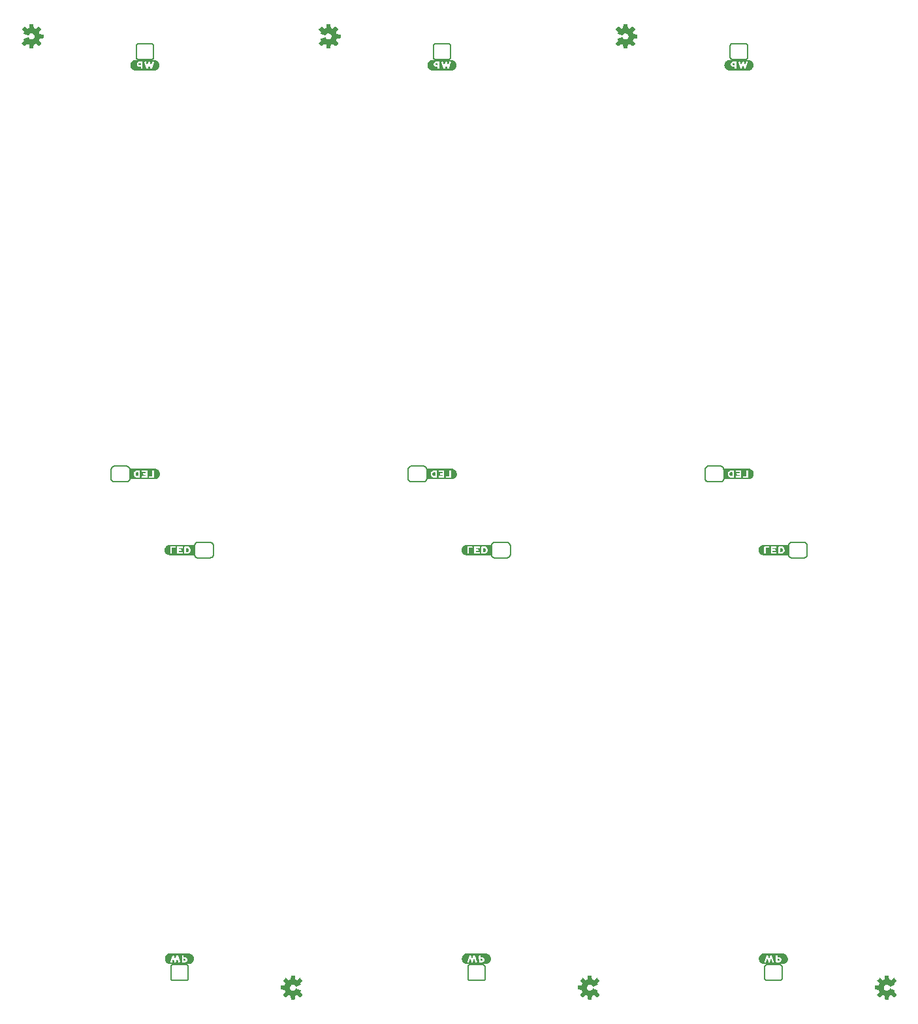
<source format=gbo>
G04 EAGLE Gerber RS-274X export*
G75*
%MOMM*%
%FSLAX34Y34*%
%LPD*%
%INSilkscreen Bottom*%
%IPPOS*%
%AMOC8*
5,1,8,0,0,1.08239X$1,22.5*%
G01*
%ADD10C,0.203200*%
%ADD11C,0.152400*%

G36*
X950638Y724191D02*
X950638Y724191D01*
X950640Y724189D01*
X951340Y724289D01*
X951341Y724289D01*
X951342Y724289D01*
X951942Y724389D01*
X951944Y724392D01*
X951947Y724390D01*
X952647Y724590D01*
X952651Y724596D01*
X952655Y724593D01*
X953855Y725193D01*
X953858Y725198D01*
X953861Y725196D01*
X954461Y725596D01*
X954462Y725600D01*
X954464Y725599D01*
X954964Y725999D01*
X954966Y726007D01*
X954972Y726007D01*
X955372Y726507D01*
X955871Y727106D01*
X955872Y727112D01*
X955876Y727112D01*
X956176Y727612D01*
X956175Y727615D01*
X956177Y727615D01*
X956477Y728215D01*
X956477Y728218D01*
X956479Y728218D01*
X956779Y728918D01*
X956778Y728921D01*
X956780Y728922D01*
X956980Y729522D01*
X956978Y729528D01*
X956982Y729530D01*
X957082Y730230D01*
X957080Y730235D01*
X957083Y730237D01*
X957083Y731537D01*
X957079Y731542D01*
X957082Y731544D01*
X956882Y732944D01*
X956877Y732949D01*
X956880Y732953D01*
X956680Y733553D01*
X956676Y733556D01*
X956677Y733559D01*
X956377Y734159D01*
X956373Y734162D01*
X956374Y734165D01*
X955974Y734765D01*
X955971Y734766D01*
X955972Y734768D01*
X955573Y735267D01*
X955174Y735865D01*
X955164Y735868D01*
X955164Y735876D01*
X954664Y736276D01*
X954661Y736276D01*
X954661Y736278D01*
X954063Y736677D01*
X953564Y737076D01*
X953556Y737076D01*
X953555Y737081D01*
X952955Y737381D01*
X952949Y737380D01*
X952947Y737385D01*
X952247Y737585D01*
X952243Y737583D01*
X952242Y737586D01*
X951642Y737686D01*
X951641Y737686D01*
X951640Y737686D01*
X950942Y737786D01*
X950342Y737886D01*
X950336Y737883D01*
X950333Y737887D01*
X918433Y737887D01*
X918386Y737851D01*
X918388Y737848D01*
X918385Y737847D01*
X918285Y737347D01*
X918288Y737341D01*
X918284Y737337D01*
X918284Y724437D01*
X918313Y724399D01*
X918315Y724392D01*
X918815Y724192D01*
X918828Y724195D01*
X918833Y724188D01*
X950633Y724188D01*
X950638Y724191D01*
G37*
G36*
X565548Y724191D02*
X565548Y724191D01*
X565551Y724189D01*
X566251Y724289D01*
X566252Y724289D01*
X566852Y724389D01*
X566855Y724392D01*
X566858Y724390D01*
X567558Y724590D01*
X567562Y724596D01*
X567566Y724593D01*
X568766Y725193D01*
X568768Y725198D01*
X568771Y725196D01*
X569371Y725596D01*
X569372Y725600D01*
X569375Y725599D01*
X569875Y725999D01*
X569877Y726007D01*
X569882Y726007D01*
X570282Y726507D01*
X570782Y727106D01*
X570782Y727112D01*
X570786Y727112D01*
X571086Y727612D01*
X571086Y727615D01*
X571088Y727615D01*
X571388Y728215D01*
X571388Y728218D01*
X571389Y728218D01*
X571689Y728918D01*
X571689Y728921D01*
X571691Y728922D01*
X571891Y729522D01*
X571889Y729528D01*
X571893Y729530D01*
X571993Y730230D01*
X571990Y730235D01*
X571993Y730237D01*
X571993Y731537D01*
X571990Y731542D01*
X571993Y731544D01*
X571793Y732944D01*
X571788Y732949D01*
X571791Y732953D01*
X571591Y733553D01*
X571586Y733556D01*
X571588Y733559D01*
X571288Y734159D01*
X571284Y734162D01*
X571285Y734165D01*
X570885Y734765D01*
X570882Y734766D01*
X570882Y734768D01*
X570484Y735267D01*
X570085Y735865D01*
X570075Y735868D01*
X570075Y735876D01*
X569575Y736276D01*
X569571Y736276D01*
X569571Y736278D01*
X568973Y736677D01*
X568475Y737076D01*
X568467Y737076D01*
X568466Y737081D01*
X567866Y737381D01*
X567859Y737380D01*
X567858Y737385D01*
X567158Y737585D01*
X567154Y737583D01*
X567152Y737586D01*
X566552Y737686D01*
X566551Y737686D01*
X565852Y737786D01*
X565252Y737886D01*
X565247Y737883D01*
X565244Y737887D01*
X533344Y737887D01*
X533297Y737851D01*
X533298Y737848D01*
X533296Y737847D01*
X533196Y737347D01*
X533199Y737341D01*
X533195Y737337D01*
X533195Y724437D01*
X533224Y724399D01*
X533226Y724392D01*
X533726Y724192D01*
X533739Y724195D01*
X533744Y724188D01*
X565544Y724188D01*
X565548Y724191D01*
G37*
G36*
X180484Y724191D02*
X180484Y724191D01*
X180487Y724189D01*
X181187Y724289D01*
X181188Y724289D01*
X181788Y724389D01*
X181791Y724392D01*
X181794Y724390D01*
X182494Y724590D01*
X182498Y724596D01*
X182502Y724593D01*
X183702Y725193D01*
X183704Y725198D01*
X183707Y725196D01*
X184307Y725596D01*
X184308Y725600D01*
X184311Y725599D01*
X184811Y725999D01*
X184813Y726007D01*
X184818Y726007D01*
X185218Y726507D01*
X185718Y727106D01*
X185718Y727112D01*
X185722Y727112D01*
X186022Y727612D01*
X186022Y727615D01*
X186024Y727615D01*
X186324Y728215D01*
X186324Y728218D01*
X186325Y728218D01*
X186625Y728918D01*
X186625Y728921D01*
X186627Y728922D01*
X186827Y729522D01*
X186825Y729528D01*
X186829Y729530D01*
X186929Y730230D01*
X186926Y730235D01*
X186929Y730237D01*
X186929Y731537D01*
X186926Y731542D01*
X186929Y731544D01*
X186729Y732944D01*
X186724Y732949D01*
X186727Y732953D01*
X186527Y733553D01*
X186522Y733556D01*
X186524Y733559D01*
X186224Y734159D01*
X186220Y734162D01*
X186221Y734165D01*
X185821Y734765D01*
X185818Y734766D01*
X185818Y734768D01*
X185420Y735267D01*
X185021Y735865D01*
X185011Y735868D01*
X185011Y735876D01*
X184511Y736276D01*
X184507Y736276D01*
X184507Y736278D01*
X183909Y736677D01*
X183411Y737076D01*
X183403Y737076D01*
X183402Y737081D01*
X182802Y737381D01*
X182795Y737380D01*
X182794Y737385D01*
X182094Y737585D01*
X182090Y737583D01*
X182088Y737586D01*
X181488Y737686D01*
X181487Y737686D01*
X180788Y737786D01*
X180188Y737886D01*
X180183Y737883D01*
X180180Y737887D01*
X148280Y737887D01*
X148233Y737851D01*
X148234Y737848D01*
X148232Y737847D01*
X148132Y737347D01*
X148135Y737341D01*
X148131Y737337D01*
X148131Y724437D01*
X148160Y724399D01*
X148162Y724392D01*
X148662Y724192D01*
X148675Y724195D01*
X148680Y724188D01*
X180480Y724188D01*
X180484Y724191D01*
G37*
G36*
X1001930Y625647D02*
X1001930Y625647D01*
X1001928Y625649D01*
X1001931Y625650D01*
X1002031Y626150D01*
X1002028Y626157D01*
X1002032Y626160D01*
X1002032Y639060D01*
X1002003Y639098D01*
X1002001Y639106D01*
X1001501Y639306D01*
X1001488Y639302D01*
X1001483Y639309D01*
X969683Y639309D01*
X969679Y639306D01*
X969676Y639309D01*
X968976Y639209D01*
X968975Y639208D01*
X968975Y639209D01*
X968375Y639109D01*
X968372Y639105D01*
X968369Y639107D01*
X967669Y638907D01*
X967665Y638902D01*
X967661Y638904D01*
X966461Y638304D01*
X966459Y638300D01*
X966456Y638301D01*
X965856Y637901D01*
X965854Y637898D01*
X965852Y637898D01*
X965352Y637498D01*
X965350Y637491D01*
X965344Y637491D01*
X964944Y636991D01*
X964445Y636392D01*
X964445Y636386D01*
X964441Y636385D01*
X964141Y635885D01*
X964141Y635882D01*
X964139Y635882D01*
X963839Y635282D01*
X963839Y635280D01*
X963838Y635279D01*
X963538Y634579D01*
X963538Y634576D01*
X963536Y634576D01*
X963336Y633976D01*
X963338Y633969D01*
X963334Y633967D01*
X963234Y633267D01*
X963237Y633262D01*
X963234Y633260D01*
X963234Y631960D01*
X963237Y631956D01*
X963234Y631953D01*
X963434Y630553D01*
X963439Y630548D01*
X963436Y630544D01*
X963636Y629944D01*
X963640Y629941D01*
X963639Y629938D01*
X963939Y629338D01*
X963943Y629336D01*
X963942Y629333D01*
X964342Y628733D01*
X964345Y628732D01*
X964344Y628729D01*
X964743Y628231D01*
X965142Y627633D01*
X965152Y627629D01*
X965152Y627622D01*
X965652Y627222D01*
X965655Y627221D01*
X965656Y627219D01*
X966253Y626820D01*
X966752Y626422D01*
X966760Y626421D01*
X966761Y626416D01*
X967361Y626116D01*
X967368Y626117D01*
X967369Y626113D01*
X968069Y625913D01*
X968073Y625914D01*
X968075Y625911D01*
X968675Y625811D01*
X968676Y625812D01*
X968676Y625811D01*
X969375Y625711D01*
X969975Y625611D01*
X969980Y625614D01*
X969983Y625611D01*
X1001883Y625611D01*
X1001930Y625647D01*
G37*
G36*
X616866Y625647D02*
X616866Y625647D01*
X616864Y625649D01*
X616867Y625650D01*
X616967Y626150D01*
X616964Y626157D01*
X616968Y626160D01*
X616968Y639060D01*
X616939Y639098D01*
X616937Y639106D01*
X616437Y639306D01*
X616424Y639302D01*
X616419Y639309D01*
X584619Y639309D01*
X584615Y639306D01*
X584612Y639309D01*
X583912Y639209D01*
X583911Y639208D01*
X583911Y639209D01*
X583311Y639109D01*
X583308Y639105D01*
X583305Y639107D01*
X582605Y638907D01*
X582601Y638902D01*
X582597Y638904D01*
X581397Y638304D01*
X581395Y638300D01*
X581392Y638301D01*
X580792Y637901D01*
X580790Y637898D01*
X580788Y637898D01*
X580288Y637498D01*
X580286Y637491D01*
X580280Y637491D01*
X579880Y636991D01*
X579381Y636392D01*
X579381Y636386D01*
X579377Y636385D01*
X579077Y635885D01*
X579077Y635882D01*
X579075Y635882D01*
X578775Y635282D01*
X578775Y635280D01*
X578774Y635279D01*
X578474Y634579D01*
X578474Y634576D01*
X578472Y634576D01*
X578272Y633976D01*
X578274Y633969D01*
X578270Y633967D01*
X578170Y633267D01*
X578173Y633262D01*
X578170Y633260D01*
X578170Y631960D01*
X578173Y631956D01*
X578170Y631953D01*
X578370Y630553D01*
X578375Y630548D01*
X578372Y630544D01*
X578572Y629944D01*
X578576Y629941D01*
X578575Y629938D01*
X578875Y629338D01*
X578879Y629336D01*
X578878Y629333D01*
X579278Y628733D01*
X579281Y628732D01*
X579280Y628729D01*
X579679Y628231D01*
X580078Y627633D01*
X580088Y627629D01*
X580088Y627622D01*
X580588Y627222D01*
X580591Y627221D01*
X580592Y627219D01*
X581189Y626820D01*
X581688Y626422D01*
X581696Y626421D01*
X581697Y626416D01*
X582297Y626116D01*
X582304Y626117D01*
X582305Y626113D01*
X583005Y625913D01*
X583009Y625914D01*
X583011Y625911D01*
X583611Y625811D01*
X583612Y625812D01*
X583612Y625811D01*
X584311Y625711D01*
X584911Y625611D01*
X584916Y625614D01*
X584919Y625611D01*
X616819Y625611D01*
X616866Y625647D01*
G37*
G36*
X231777Y625647D02*
X231777Y625647D01*
X231775Y625649D01*
X231778Y625650D01*
X231878Y626150D01*
X231875Y626157D01*
X231879Y626160D01*
X231879Y639060D01*
X231850Y639098D01*
X231848Y639106D01*
X231348Y639306D01*
X231335Y639302D01*
X231329Y639309D01*
X199529Y639309D01*
X199525Y639306D01*
X199522Y639309D01*
X198822Y639209D01*
X198822Y639208D01*
X198821Y639209D01*
X198221Y639109D01*
X198218Y639105D01*
X198216Y639107D01*
X197516Y638907D01*
X197512Y638902D01*
X197507Y638904D01*
X196307Y638304D01*
X196305Y638300D01*
X196302Y638301D01*
X195702Y637901D01*
X195701Y637898D01*
X195699Y637898D01*
X195199Y637498D01*
X195197Y637491D01*
X195191Y637491D01*
X194791Y636991D01*
X194292Y636392D01*
X194291Y636386D01*
X194287Y636385D01*
X193987Y635885D01*
X193988Y635882D01*
X193985Y635882D01*
X193685Y635282D01*
X193686Y635280D01*
X193684Y635279D01*
X193384Y634579D01*
X193385Y634576D01*
X193383Y634576D01*
X193183Y633976D01*
X193185Y633969D01*
X193181Y633967D01*
X193081Y633267D01*
X193083Y633262D01*
X193080Y633260D01*
X193080Y631960D01*
X193083Y631956D01*
X193081Y631953D01*
X193281Y630553D01*
X193285Y630548D01*
X193283Y630544D01*
X193483Y629944D01*
X193487Y629941D01*
X193485Y629938D01*
X193785Y629338D01*
X193790Y629336D01*
X193788Y629333D01*
X194188Y628733D01*
X194192Y628732D01*
X194191Y628729D01*
X194590Y628231D01*
X194988Y627633D01*
X194999Y627629D01*
X194999Y627622D01*
X195499Y627222D01*
X195502Y627221D01*
X195502Y627219D01*
X196100Y626820D01*
X196599Y626422D01*
X196606Y626421D01*
X196607Y626416D01*
X197207Y626116D01*
X197214Y626117D01*
X197216Y626113D01*
X197916Y625913D01*
X197920Y625914D01*
X197921Y625911D01*
X198521Y625811D01*
X198522Y625812D01*
X198522Y625811D01*
X199221Y625711D01*
X199821Y625611D01*
X199827Y625614D01*
X199829Y625611D01*
X231729Y625611D01*
X231777Y625647D01*
G37*
G36*
X792663Y1282346D02*
X792663Y1282346D01*
X792770Y1282360D01*
X792782Y1282366D01*
X792796Y1282368D01*
X792892Y1282419D01*
X792989Y1282467D01*
X792999Y1282476D01*
X793011Y1282483D01*
X793086Y1282562D01*
X793163Y1282638D01*
X793169Y1282651D01*
X793178Y1282661D01*
X793223Y1282760D01*
X793271Y1282857D01*
X793275Y1282874D01*
X793279Y1282883D01*
X793281Y1282905D01*
X793301Y1283002D01*
X793743Y1287352D01*
X794903Y1287724D01*
X794921Y1287733D01*
X795017Y1287771D01*
X796099Y1288329D01*
X799489Y1285565D01*
X799583Y1285511D01*
X799675Y1285453D01*
X799689Y1285450D01*
X799701Y1285443D01*
X799807Y1285423D01*
X799913Y1285398D01*
X799927Y1285399D01*
X799940Y1285397D01*
X800048Y1285411D01*
X800156Y1285422D01*
X800168Y1285427D01*
X800182Y1285429D01*
X800279Y1285477D01*
X800378Y1285522D01*
X800392Y1285533D01*
X800400Y1285538D01*
X800416Y1285553D01*
X800492Y1285616D01*
X803077Y1288201D01*
X803141Y1288289D01*
X803207Y1288375D01*
X803211Y1288388D01*
X803219Y1288399D01*
X803251Y1288502D01*
X803286Y1288605D01*
X803286Y1288619D01*
X803290Y1288632D01*
X803287Y1288741D01*
X803287Y1288849D01*
X803283Y1288863D01*
X803282Y1288876D01*
X803244Y1288978D01*
X803210Y1289081D01*
X803200Y1289096D01*
X803196Y1289105D01*
X803183Y1289122D01*
X803128Y1289204D01*
X800364Y1292594D01*
X800922Y1293676D01*
X800928Y1293695D01*
X800969Y1293790D01*
X801340Y1294950D01*
X805691Y1295392D01*
X805796Y1295420D01*
X805902Y1295445D01*
X805913Y1295452D01*
X805927Y1295456D01*
X806017Y1295516D01*
X806109Y1295574D01*
X806118Y1295584D01*
X806129Y1295592D01*
X806195Y1295678D01*
X806264Y1295762D01*
X806269Y1295775D01*
X806277Y1295786D01*
X806312Y1295889D01*
X806350Y1295990D01*
X806352Y1296008D01*
X806355Y1296017D01*
X806355Y1296039D01*
X806365Y1296137D01*
X806365Y1299793D01*
X806347Y1299901D01*
X806333Y1300008D01*
X806327Y1300020D01*
X806325Y1300034D01*
X806274Y1300130D01*
X806226Y1300227D01*
X806216Y1300237D01*
X806210Y1300249D01*
X806131Y1300324D01*
X806054Y1300401D01*
X806042Y1300407D01*
X806032Y1300416D01*
X805933Y1300461D01*
X805836Y1300509D01*
X805819Y1300513D01*
X805810Y1300517D01*
X805788Y1300519D01*
X805691Y1300539D01*
X801340Y1300981D01*
X800969Y1302141D01*
X800960Y1302159D01*
X800922Y1302255D01*
X800364Y1303337D01*
X803128Y1306727D01*
X803182Y1306821D01*
X803239Y1306913D01*
X803243Y1306927D01*
X803249Y1306939D01*
X803270Y1307045D01*
X803295Y1307151D01*
X803294Y1307165D01*
X803296Y1307178D01*
X803282Y1307286D01*
X803271Y1307394D01*
X803266Y1307406D01*
X803264Y1307420D01*
X803216Y1307517D01*
X803171Y1307616D01*
X803160Y1307630D01*
X803155Y1307638D01*
X803140Y1307654D01*
X803077Y1307730D01*
X800492Y1310315D01*
X800404Y1310379D01*
X800318Y1310445D01*
X800305Y1310449D01*
X800294Y1310457D01*
X800190Y1310489D01*
X800087Y1310524D01*
X800074Y1310524D01*
X800060Y1310528D01*
X799952Y1310525D01*
X799843Y1310525D01*
X799830Y1310521D01*
X799817Y1310520D01*
X799715Y1310482D01*
X799612Y1310448D01*
X799597Y1310438D01*
X799588Y1310434D01*
X799571Y1310421D01*
X799489Y1310366D01*
X796099Y1307602D01*
X795017Y1308160D01*
X794998Y1308166D01*
X794903Y1308207D01*
X793743Y1308578D01*
X793301Y1312929D01*
X793272Y1313034D01*
X793248Y1313140D01*
X793241Y1313151D01*
X793237Y1313165D01*
X793176Y1313255D01*
X793119Y1313347D01*
X793109Y1313356D01*
X793101Y1313367D01*
X793014Y1313433D01*
X792931Y1313502D01*
X792918Y1313507D01*
X792907Y1313515D01*
X792804Y1313550D01*
X792702Y1313588D01*
X792685Y1313590D01*
X792676Y1313593D01*
X792654Y1313593D01*
X792555Y1313603D01*
X788899Y1313603D01*
X788792Y1313585D01*
X788685Y1313571D01*
X788672Y1313565D01*
X788659Y1313563D01*
X788563Y1313512D01*
X788465Y1313464D01*
X788456Y1313454D01*
X788443Y1313448D01*
X788369Y1313369D01*
X788292Y1313292D01*
X788286Y1313280D01*
X788277Y1313270D01*
X788232Y1313171D01*
X788183Y1313074D01*
X788180Y1313057D01*
X788176Y1313048D01*
X788174Y1313026D01*
X788154Y1312929D01*
X787712Y1308578D01*
X786552Y1308207D01*
X786534Y1308198D01*
X786438Y1308160D01*
X785356Y1307602D01*
X781966Y1310366D01*
X781872Y1310420D01*
X781780Y1310477D01*
X781766Y1310481D01*
X781754Y1310487D01*
X781648Y1310508D01*
X781542Y1310533D01*
X781528Y1310532D01*
X781515Y1310534D01*
X781407Y1310520D01*
X781299Y1310509D01*
X781287Y1310504D01*
X781273Y1310502D01*
X781176Y1310454D01*
X781077Y1310409D01*
X781063Y1310398D01*
X781054Y1310393D01*
X781039Y1310378D01*
X780963Y1310315D01*
X778378Y1307730D01*
X778314Y1307642D01*
X778248Y1307556D01*
X778244Y1307543D01*
X778235Y1307532D01*
X778204Y1307428D01*
X778169Y1307325D01*
X778169Y1307312D01*
X778165Y1307298D01*
X778168Y1307190D01*
X778168Y1307081D01*
X778172Y1307068D01*
X778173Y1307055D01*
X778211Y1306953D01*
X778245Y1306850D01*
X778255Y1306835D01*
X778258Y1306826D01*
X778272Y1306809D01*
X778327Y1306727D01*
X781091Y1303337D01*
X780533Y1302256D01*
X780516Y1302203D01*
X780490Y1302154D01*
X780479Y1302087D01*
X780458Y1302023D01*
X780459Y1301968D01*
X780450Y1301913D01*
X780461Y1301847D01*
X780462Y1301779D01*
X780481Y1301727D01*
X780490Y1301672D01*
X780521Y1301613D01*
X780544Y1301549D01*
X780578Y1301506D01*
X780605Y1301457D01*
X780654Y1301411D01*
X780695Y1301358D01*
X780742Y1301328D01*
X780782Y1301290D01*
X780888Y1301234D01*
X780900Y1301226D01*
X780905Y1301224D01*
X780913Y1301220D01*
X786110Y1299067D01*
X786208Y1299044D01*
X786306Y1299016D01*
X786327Y1299017D01*
X786347Y1299012D01*
X786448Y1299022D01*
X786550Y1299026D01*
X786569Y1299034D01*
X786590Y1299036D01*
X786683Y1299078D01*
X786777Y1299114D01*
X786793Y1299128D01*
X786812Y1299136D01*
X786886Y1299206D01*
X786964Y1299271D01*
X786980Y1299293D01*
X786991Y1299303D01*
X787002Y1299324D01*
X787049Y1299392D01*
X787556Y1300291D01*
X788199Y1300978D01*
X788988Y1301492D01*
X789876Y1301804D01*
X790813Y1301896D01*
X791745Y1301763D01*
X792618Y1301412D01*
X793383Y1300864D01*
X793996Y1300149D01*
X794422Y1299310D01*
X794636Y1298393D01*
X794625Y1297452D01*
X794392Y1296540D01*
X793948Y1295709D01*
X793320Y1295008D01*
X792543Y1294477D01*
X791662Y1294145D01*
X790726Y1294032D01*
X789809Y1294141D01*
X788942Y1294460D01*
X788173Y1294974D01*
X787545Y1295653D01*
X787050Y1296537D01*
X786986Y1296618D01*
X786927Y1296701D01*
X786910Y1296713D01*
X786898Y1296728D01*
X786812Y1296783D01*
X786728Y1296843D01*
X786709Y1296849D01*
X786692Y1296860D01*
X786593Y1296884D01*
X786495Y1296914D01*
X786475Y1296914D01*
X786456Y1296918D01*
X786353Y1296910D01*
X786251Y1296906D01*
X786226Y1296899D01*
X786212Y1296898D01*
X786190Y1296888D01*
X786110Y1296864D01*
X780913Y1294711D01*
X780866Y1294681D01*
X780814Y1294661D01*
X780763Y1294617D01*
X780705Y1294582D01*
X780670Y1294539D01*
X780628Y1294503D01*
X780593Y1294445D01*
X780551Y1294393D01*
X780531Y1294341D01*
X780503Y1294294D01*
X780488Y1294228D01*
X780465Y1294165D01*
X780463Y1294109D01*
X780451Y1294055D01*
X780459Y1293988D01*
X780457Y1293921D01*
X780473Y1293868D01*
X780479Y1293813D01*
X780523Y1293701D01*
X780527Y1293687D01*
X780530Y1293683D01*
X780533Y1293675D01*
X781091Y1292594D01*
X778327Y1289204D01*
X778273Y1289110D01*
X778215Y1289018D01*
X778212Y1289004D01*
X778205Y1288992D01*
X778185Y1288886D01*
X778160Y1288780D01*
X778161Y1288766D01*
X778159Y1288753D01*
X778173Y1288645D01*
X778184Y1288537D01*
X778189Y1288525D01*
X778191Y1288511D01*
X778239Y1288414D01*
X778284Y1288315D01*
X778295Y1288301D01*
X778300Y1288292D01*
X778315Y1288277D01*
X778378Y1288201D01*
X780963Y1285616D01*
X781051Y1285552D01*
X781137Y1285486D01*
X781150Y1285482D01*
X781161Y1285473D01*
X781264Y1285442D01*
X781367Y1285407D01*
X781381Y1285407D01*
X781394Y1285403D01*
X781503Y1285406D01*
X781611Y1285406D01*
X781625Y1285410D01*
X781638Y1285411D01*
X781740Y1285449D01*
X781843Y1285483D01*
X781858Y1285493D01*
X781867Y1285496D01*
X781884Y1285510D01*
X781966Y1285565D01*
X785356Y1288329D01*
X786438Y1287771D01*
X786457Y1287765D01*
X786552Y1287724D01*
X787712Y1287352D01*
X788154Y1283002D01*
X788182Y1282897D01*
X788207Y1282791D01*
X788214Y1282779D01*
X788218Y1282766D01*
X788278Y1282676D01*
X788336Y1282584D01*
X788346Y1282575D01*
X788354Y1282564D01*
X788440Y1282498D01*
X788524Y1282429D01*
X788537Y1282424D01*
X788548Y1282416D01*
X788651Y1282381D01*
X788752Y1282343D01*
X788770Y1282341D01*
X788779Y1282338D01*
X788801Y1282338D01*
X788899Y1282328D01*
X792555Y1282328D01*
X792663Y1282346D01*
G37*
G36*
X407573Y1282346D02*
X407573Y1282346D01*
X407681Y1282360D01*
X407693Y1282366D01*
X407707Y1282368D01*
X407803Y1282419D01*
X407900Y1282467D01*
X407910Y1282476D01*
X407922Y1282483D01*
X407996Y1282562D01*
X408073Y1282638D01*
X408079Y1282651D01*
X408089Y1282661D01*
X408134Y1282760D01*
X408182Y1282857D01*
X408186Y1282874D01*
X408190Y1282883D01*
X408192Y1282905D01*
X408211Y1283002D01*
X408654Y1287352D01*
X409813Y1287724D01*
X409831Y1287733D01*
X409928Y1287771D01*
X411010Y1288329D01*
X414400Y1285565D01*
X414494Y1285511D01*
X414586Y1285453D01*
X414599Y1285450D01*
X414611Y1285443D01*
X414718Y1285423D01*
X414823Y1285398D01*
X414837Y1285399D01*
X414851Y1285397D01*
X414958Y1285411D01*
X415066Y1285422D01*
X415079Y1285427D01*
X415093Y1285429D01*
X415190Y1285477D01*
X415289Y1285522D01*
X415302Y1285533D01*
X415311Y1285538D01*
X415326Y1285553D01*
X415403Y1285616D01*
X417988Y1288201D01*
X418051Y1288289D01*
X418117Y1288375D01*
X418122Y1288388D01*
X418130Y1288399D01*
X418161Y1288502D01*
X418197Y1288605D01*
X418197Y1288619D01*
X418201Y1288632D01*
X418197Y1288741D01*
X418198Y1288849D01*
X418193Y1288863D01*
X418193Y1288876D01*
X418155Y1288978D01*
X418120Y1289081D01*
X418111Y1289096D01*
X418107Y1289105D01*
X418093Y1289122D01*
X418039Y1289204D01*
X415275Y1292594D01*
X415832Y1293676D01*
X415838Y1293695D01*
X415880Y1293790D01*
X416251Y1294950D01*
X420602Y1295392D01*
X420706Y1295420D01*
X420812Y1295445D01*
X420824Y1295452D01*
X420837Y1295456D01*
X420927Y1295516D01*
X421020Y1295574D01*
X421028Y1295584D01*
X421040Y1295592D01*
X421106Y1295678D01*
X421175Y1295762D01*
X421179Y1295775D01*
X421188Y1295786D01*
X421222Y1295889D01*
X421261Y1295990D01*
X421262Y1296008D01*
X421266Y1296017D01*
X421266Y1296039D01*
X421275Y1296137D01*
X421275Y1299793D01*
X421258Y1299901D01*
X421244Y1300008D01*
X421238Y1300020D01*
X421236Y1300034D01*
X421184Y1300130D01*
X421137Y1300227D01*
X421127Y1300237D01*
X421121Y1300249D01*
X421041Y1300324D01*
X420965Y1300401D01*
X420953Y1300407D01*
X420943Y1300416D01*
X420844Y1300461D01*
X420747Y1300509D01*
X420729Y1300513D01*
X420720Y1300517D01*
X420699Y1300519D01*
X420602Y1300539D01*
X416251Y1300981D01*
X415880Y1302141D01*
X415870Y1302159D01*
X415832Y1302255D01*
X415275Y1303337D01*
X418039Y1306727D01*
X418093Y1306821D01*
X418150Y1306913D01*
X418153Y1306927D01*
X418160Y1306939D01*
X418181Y1307045D01*
X418206Y1307151D01*
X418204Y1307165D01*
X418207Y1307178D01*
X418192Y1307286D01*
X418182Y1307394D01*
X418176Y1307406D01*
X418174Y1307420D01*
X418126Y1307517D01*
X418081Y1307616D01*
X418070Y1307630D01*
X418066Y1307638D01*
X418050Y1307654D01*
X417988Y1307730D01*
X415403Y1310315D01*
X415314Y1310379D01*
X415229Y1310445D01*
X415216Y1310449D01*
X415204Y1310457D01*
X415101Y1310489D01*
X414998Y1310524D01*
X414984Y1310524D01*
X414971Y1310528D01*
X414863Y1310525D01*
X414754Y1310525D01*
X414741Y1310521D01*
X414727Y1310520D01*
X414625Y1310482D01*
X414523Y1310448D01*
X414508Y1310438D01*
X414499Y1310434D01*
X414482Y1310421D01*
X414400Y1310366D01*
X411010Y1307602D01*
X409928Y1308160D01*
X409908Y1308166D01*
X409813Y1308207D01*
X408654Y1308578D01*
X408211Y1312929D01*
X408183Y1313034D01*
X408158Y1313140D01*
X408151Y1313151D01*
X408148Y1313165D01*
X408087Y1313255D01*
X408030Y1313347D01*
X408019Y1313356D01*
X408011Y1313367D01*
X407925Y1313433D01*
X407841Y1313502D01*
X407828Y1313507D01*
X407817Y1313515D01*
X407714Y1313550D01*
X407613Y1313588D01*
X407595Y1313590D01*
X407586Y1313593D01*
X407564Y1313593D01*
X407466Y1313603D01*
X403810Y1313603D01*
X403703Y1313585D01*
X403595Y1313571D01*
X403583Y1313565D01*
X403569Y1313563D01*
X403473Y1313512D01*
X403376Y1313464D01*
X403366Y1313454D01*
X403354Y1313448D01*
X403280Y1313369D01*
X403203Y1313292D01*
X403197Y1313280D01*
X403187Y1313270D01*
X403142Y1313171D01*
X403094Y1313074D01*
X403090Y1313057D01*
X403086Y1313048D01*
X403084Y1313026D01*
X403065Y1312929D01*
X402622Y1308578D01*
X401463Y1308207D01*
X401445Y1308198D01*
X401348Y1308160D01*
X400266Y1307602D01*
X396876Y1310366D01*
X396782Y1310420D01*
X396690Y1310477D01*
X396677Y1310481D01*
X396665Y1310487D01*
X396558Y1310508D01*
X396453Y1310533D01*
X396439Y1310532D01*
X396425Y1310534D01*
X396318Y1310520D01*
X396210Y1310509D01*
X396197Y1310504D01*
X396184Y1310502D01*
X396086Y1310454D01*
X395987Y1310409D01*
X395974Y1310398D01*
X395965Y1310393D01*
X395950Y1310378D01*
X395873Y1310315D01*
X393288Y1307730D01*
X393225Y1307642D01*
X393159Y1307556D01*
X393154Y1307543D01*
X393146Y1307532D01*
X393115Y1307428D01*
X393079Y1307325D01*
X393079Y1307312D01*
X393075Y1307298D01*
X393079Y1307190D01*
X393078Y1307081D01*
X393083Y1307068D01*
X393083Y1307055D01*
X393121Y1306953D01*
X393156Y1306850D01*
X393165Y1306835D01*
X393169Y1306826D01*
X393183Y1306809D01*
X393237Y1306727D01*
X396001Y1303337D01*
X395444Y1302256D01*
X395427Y1302203D01*
X395401Y1302154D01*
X395390Y1302087D01*
X395369Y1302023D01*
X395370Y1301968D01*
X395361Y1301913D01*
X395372Y1301847D01*
X395373Y1301779D01*
X395391Y1301727D01*
X395400Y1301672D01*
X395432Y1301613D01*
X395455Y1301549D01*
X395489Y1301506D01*
X395515Y1301457D01*
X395564Y1301411D01*
X395606Y1301358D01*
X395653Y1301328D01*
X395693Y1301290D01*
X395798Y1301234D01*
X395811Y1301226D01*
X395816Y1301224D01*
X395823Y1301220D01*
X401020Y1299067D01*
X401119Y1299044D01*
X401217Y1299016D01*
X401238Y1299017D01*
X401258Y1299012D01*
X401359Y1299022D01*
X401460Y1299026D01*
X401480Y1299034D01*
X401501Y1299036D01*
X401593Y1299078D01*
X401688Y1299114D01*
X401704Y1299128D01*
X401723Y1299136D01*
X401797Y1299206D01*
X401875Y1299271D01*
X401891Y1299293D01*
X401901Y1299303D01*
X401913Y1299324D01*
X401960Y1299392D01*
X402466Y1300291D01*
X403110Y1300978D01*
X403898Y1301492D01*
X404786Y1301804D01*
X405723Y1301896D01*
X406655Y1301763D01*
X407529Y1301412D01*
X408294Y1300864D01*
X408907Y1300149D01*
X409332Y1299310D01*
X409546Y1298393D01*
X409536Y1297452D01*
X409302Y1296540D01*
X408859Y1295709D01*
X408230Y1295008D01*
X407453Y1294477D01*
X406572Y1294145D01*
X405637Y1294032D01*
X404720Y1294141D01*
X403852Y1294460D01*
X403083Y1294974D01*
X402456Y1295653D01*
X401961Y1296537D01*
X401897Y1296618D01*
X401837Y1296701D01*
X401821Y1296713D01*
X401808Y1296728D01*
X401722Y1296783D01*
X401639Y1296843D01*
X401620Y1296849D01*
X401603Y1296860D01*
X401504Y1296884D01*
X401406Y1296914D01*
X401386Y1296914D01*
X401366Y1296918D01*
X401264Y1296910D01*
X401162Y1296906D01*
X401137Y1296899D01*
X401123Y1296898D01*
X401101Y1296888D01*
X401020Y1296864D01*
X395823Y1294711D01*
X395776Y1294681D01*
X395724Y1294661D01*
X395673Y1294617D01*
X395616Y1294582D01*
X395581Y1294539D01*
X395538Y1294503D01*
X395504Y1294445D01*
X395461Y1294393D01*
X395442Y1294341D01*
X395413Y1294294D01*
X395399Y1294228D01*
X395375Y1294165D01*
X395373Y1294109D01*
X395362Y1294055D01*
X395369Y1293988D01*
X395367Y1293921D01*
X395383Y1293868D01*
X395390Y1293813D01*
X395434Y1293701D01*
X395438Y1293687D01*
X395441Y1293683D01*
X395444Y1293675D01*
X396001Y1292594D01*
X393237Y1289204D01*
X393183Y1289110D01*
X393126Y1289018D01*
X393123Y1289004D01*
X393116Y1288992D01*
X393095Y1288886D01*
X393070Y1288780D01*
X393072Y1288766D01*
X393069Y1288753D01*
X393084Y1288645D01*
X393094Y1288537D01*
X393100Y1288525D01*
X393102Y1288511D01*
X393150Y1288414D01*
X393195Y1288315D01*
X393206Y1288301D01*
X393210Y1288292D01*
X393226Y1288277D01*
X393288Y1288201D01*
X395873Y1285616D01*
X395962Y1285552D01*
X396047Y1285486D01*
X396060Y1285482D01*
X396072Y1285473D01*
X396175Y1285442D01*
X396278Y1285407D01*
X396292Y1285407D01*
X396305Y1285403D01*
X396413Y1285406D01*
X396522Y1285406D01*
X396535Y1285410D01*
X396549Y1285411D01*
X396651Y1285449D01*
X396753Y1285483D01*
X396768Y1285493D01*
X396777Y1285496D01*
X396794Y1285510D01*
X396876Y1285565D01*
X400266Y1288329D01*
X401348Y1287771D01*
X401368Y1287765D01*
X401463Y1287724D01*
X402622Y1287352D01*
X403065Y1283002D01*
X403093Y1282897D01*
X403118Y1282791D01*
X403125Y1282779D01*
X403128Y1282766D01*
X403189Y1282676D01*
X403246Y1282584D01*
X403257Y1282575D01*
X403265Y1282564D01*
X403351Y1282498D01*
X403435Y1282429D01*
X403448Y1282424D01*
X403459Y1282416D01*
X403562Y1282381D01*
X403663Y1282343D01*
X403681Y1282341D01*
X403690Y1282338D01*
X403712Y1282338D01*
X403810Y1282328D01*
X407466Y1282328D01*
X407573Y1282346D01*
G37*
G36*
X22509Y1282346D02*
X22509Y1282346D01*
X22617Y1282360D01*
X22629Y1282366D01*
X22643Y1282368D01*
X22739Y1282419D01*
X22836Y1282467D01*
X22846Y1282476D01*
X22858Y1282483D01*
X22932Y1282562D01*
X23009Y1282638D01*
X23015Y1282651D01*
X23025Y1282661D01*
X23070Y1282760D01*
X23118Y1282857D01*
X23122Y1282874D01*
X23126Y1282883D01*
X23128Y1282905D01*
X23147Y1283002D01*
X23590Y1287352D01*
X24749Y1287724D01*
X24767Y1287733D01*
X24864Y1287771D01*
X25946Y1288329D01*
X29336Y1285565D01*
X29430Y1285511D01*
X29522Y1285453D01*
X29535Y1285450D01*
X29547Y1285443D01*
X29654Y1285423D01*
X29759Y1285398D01*
X29773Y1285399D01*
X29787Y1285397D01*
X29894Y1285411D01*
X30002Y1285422D01*
X30015Y1285427D01*
X30029Y1285429D01*
X30126Y1285477D01*
X30225Y1285522D01*
X30238Y1285533D01*
X30247Y1285538D01*
X30262Y1285553D01*
X30339Y1285616D01*
X32924Y1288201D01*
X32987Y1288289D01*
X33053Y1288375D01*
X33058Y1288388D01*
X33066Y1288399D01*
X33097Y1288502D01*
X33133Y1288605D01*
X33133Y1288619D01*
X33137Y1288632D01*
X33133Y1288741D01*
X33134Y1288849D01*
X33129Y1288863D01*
X33129Y1288876D01*
X33091Y1288978D01*
X33056Y1289081D01*
X33047Y1289096D01*
X33043Y1289105D01*
X33029Y1289122D01*
X32975Y1289204D01*
X30211Y1292594D01*
X30768Y1293676D01*
X30774Y1293695D01*
X30816Y1293790D01*
X31187Y1294950D01*
X35538Y1295392D01*
X35642Y1295420D01*
X35748Y1295445D01*
X35760Y1295452D01*
X35773Y1295456D01*
X35863Y1295516D01*
X35956Y1295574D01*
X35964Y1295584D01*
X35976Y1295592D01*
X36042Y1295678D01*
X36111Y1295762D01*
X36115Y1295775D01*
X36124Y1295786D01*
X36158Y1295889D01*
X36197Y1295990D01*
X36198Y1296008D01*
X36202Y1296017D01*
X36202Y1296039D01*
X36211Y1296137D01*
X36211Y1299793D01*
X36194Y1299901D01*
X36180Y1300008D01*
X36174Y1300020D01*
X36172Y1300034D01*
X36120Y1300130D01*
X36073Y1300227D01*
X36063Y1300237D01*
X36057Y1300249D01*
X35977Y1300324D01*
X35901Y1300401D01*
X35889Y1300407D01*
X35879Y1300416D01*
X35780Y1300461D01*
X35683Y1300509D01*
X35665Y1300513D01*
X35656Y1300517D01*
X35635Y1300519D01*
X35538Y1300539D01*
X31187Y1300981D01*
X30816Y1302141D01*
X30806Y1302159D01*
X30768Y1302255D01*
X30211Y1303337D01*
X32975Y1306727D01*
X33029Y1306821D01*
X33086Y1306913D01*
X33089Y1306927D01*
X33096Y1306939D01*
X33117Y1307045D01*
X33142Y1307151D01*
X33140Y1307165D01*
X33143Y1307178D01*
X33128Y1307286D01*
X33118Y1307394D01*
X33112Y1307406D01*
X33110Y1307420D01*
X33062Y1307517D01*
X33017Y1307616D01*
X33006Y1307630D01*
X33002Y1307638D01*
X32986Y1307654D01*
X32924Y1307730D01*
X30339Y1310315D01*
X30250Y1310379D01*
X30165Y1310445D01*
X30152Y1310449D01*
X30140Y1310457D01*
X30037Y1310489D01*
X29934Y1310524D01*
X29920Y1310524D01*
X29907Y1310528D01*
X29799Y1310525D01*
X29690Y1310525D01*
X29677Y1310521D01*
X29663Y1310520D01*
X29561Y1310482D01*
X29459Y1310448D01*
X29444Y1310438D01*
X29435Y1310434D01*
X29418Y1310421D01*
X29336Y1310366D01*
X25946Y1307602D01*
X24864Y1308160D01*
X24844Y1308166D01*
X24749Y1308207D01*
X23590Y1308578D01*
X23147Y1312929D01*
X23119Y1313034D01*
X23094Y1313140D01*
X23087Y1313151D01*
X23084Y1313165D01*
X23023Y1313255D01*
X22966Y1313347D01*
X22955Y1313356D01*
X22947Y1313367D01*
X22861Y1313433D01*
X22777Y1313502D01*
X22764Y1313507D01*
X22753Y1313515D01*
X22650Y1313550D01*
X22549Y1313588D01*
X22531Y1313590D01*
X22522Y1313593D01*
X22500Y1313593D01*
X22402Y1313603D01*
X18746Y1313603D01*
X18639Y1313585D01*
X18531Y1313571D01*
X18519Y1313565D01*
X18505Y1313563D01*
X18409Y1313512D01*
X18312Y1313464D01*
X18302Y1313454D01*
X18290Y1313448D01*
X18216Y1313369D01*
X18139Y1313292D01*
X18133Y1313280D01*
X18123Y1313270D01*
X18078Y1313171D01*
X18030Y1313074D01*
X18026Y1313057D01*
X18022Y1313048D01*
X18020Y1313026D01*
X18001Y1312929D01*
X17558Y1308578D01*
X16399Y1308207D01*
X16381Y1308198D01*
X16284Y1308160D01*
X15202Y1307602D01*
X11812Y1310366D01*
X11718Y1310420D01*
X11626Y1310477D01*
X11613Y1310481D01*
X11601Y1310487D01*
X11494Y1310508D01*
X11389Y1310533D01*
X11375Y1310532D01*
X11361Y1310534D01*
X11254Y1310520D01*
X11146Y1310509D01*
X11133Y1310504D01*
X11120Y1310502D01*
X11022Y1310454D01*
X10923Y1310409D01*
X10910Y1310398D01*
X10901Y1310393D01*
X10886Y1310378D01*
X10809Y1310315D01*
X8224Y1307730D01*
X8161Y1307642D01*
X8095Y1307556D01*
X8090Y1307543D01*
X8082Y1307532D01*
X8051Y1307428D01*
X8015Y1307325D01*
X8015Y1307312D01*
X8011Y1307298D01*
X8015Y1307190D01*
X8014Y1307081D01*
X8019Y1307068D01*
X8019Y1307055D01*
X8057Y1306953D01*
X8092Y1306850D01*
X8101Y1306835D01*
X8105Y1306826D01*
X8119Y1306809D01*
X8173Y1306727D01*
X10937Y1303337D01*
X10380Y1302256D01*
X10363Y1302203D01*
X10337Y1302154D01*
X10326Y1302087D01*
X10305Y1302023D01*
X10306Y1301968D01*
X10297Y1301913D01*
X10308Y1301847D01*
X10309Y1301779D01*
X10327Y1301727D01*
X10336Y1301672D01*
X10368Y1301613D01*
X10391Y1301549D01*
X10425Y1301506D01*
X10451Y1301457D01*
X10500Y1301411D01*
X10542Y1301358D01*
X10589Y1301328D01*
X10629Y1301290D01*
X10734Y1301234D01*
X10747Y1301226D01*
X10752Y1301224D01*
X10759Y1301220D01*
X15956Y1299067D01*
X16055Y1299044D01*
X16153Y1299016D01*
X16174Y1299017D01*
X16194Y1299012D01*
X16295Y1299022D01*
X16396Y1299026D01*
X16416Y1299034D01*
X16437Y1299036D01*
X16529Y1299078D01*
X16624Y1299114D01*
X16640Y1299128D01*
X16659Y1299136D01*
X16733Y1299206D01*
X16811Y1299271D01*
X16827Y1299293D01*
X16837Y1299303D01*
X16849Y1299324D01*
X16896Y1299392D01*
X17402Y1300291D01*
X18046Y1300978D01*
X18834Y1301492D01*
X19722Y1301804D01*
X20659Y1301896D01*
X21591Y1301763D01*
X22465Y1301412D01*
X23230Y1300864D01*
X23843Y1300149D01*
X24268Y1299310D01*
X24482Y1298393D01*
X24472Y1297452D01*
X24238Y1296540D01*
X23795Y1295709D01*
X23166Y1295008D01*
X22389Y1294477D01*
X21508Y1294145D01*
X20573Y1294032D01*
X19656Y1294141D01*
X18788Y1294460D01*
X18019Y1294974D01*
X17392Y1295653D01*
X16897Y1296537D01*
X16833Y1296618D01*
X16773Y1296701D01*
X16757Y1296713D01*
X16744Y1296728D01*
X16658Y1296783D01*
X16575Y1296843D01*
X16556Y1296849D01*
X16539Y1296860D01*
X16440Y1296884D01*
X16342Y1296914D01*
X16322Y1296914D01*
X16302Y1296918D01*
X16200Y1296910D01*
X16098Y1296906D01*
X16073Y1296899D01*
X16059Y1296898D01*
X16037Y1296888D01*
X15956Y1296864D01*
X10759Y1294711D01*
X10712Y1294681D01*
X10660Y1294661D01*
X10609Y1294617D01*
X10552Y1294582D01*
X10517Y1294539D01*
X10474Y1294503D01*
X10440Y1294445D01*
X10397Y1294393D01*
X10378Y1294341D01*
X10349Y1294294D01*
X10335Y1294228D01*
X10311Y1294165D01*
X10309Y1294109D01*
X10298Y1294055D01*
X10305Y1293988D01*
X10303Y1293921D01*
X10319Y1293868D01*
X10326Y1293813D01*
X10370Y1293701D01*
X10374Y1293687D01*
X10377Y1293683D01*
X10380Y1293675D01*
X10937Y1292594D01*
X8173Y1289204D01*
X8119Y1289110D01*
X8062Y1289018D01*
X8059Y1289004D01*
X8052Y1288992D01*
X8031Y1288886D01*
X8006Y1288780D01*
X8008Y1288766D01*
X8005Y1288753D01*
X8020Y1288645D01*
X8030Y1288537D01*
X8036Y1288525D01*
X8038Y1288511D01*
X8086Y1288414D01*
X8131Y1288315D01*
X8142Y1288301D01*
X8146Y1288292D01*
X8162Y1288277D01*
X8224Y1288201D01*
X10809Y1285616D01*
X10898Y1285552D01*
X10983Y1285486D01*
X10996Y1285482D01*
X11008Y1285473D01*
X11111Y1285442D01*
X11214Y1285407D01*
X11228Y1285407D01*
X11241Y1285403D01*
X11349Y1285406D01*
X11458Y1285406D01*
X11471Y1285410D01*
X11485Y1285411D01*
X11587Y1285449D01*
X11689Y1285483D01*
X11704Y1285493D01*
X11713Y1285496D01*
X11730Y1285510D01*
X11812Y1285565D01*
X15202Y1288329D01*
X16284Y1287771D01*
X16304Y1287765D01*
X16399Y1287724D01*
X17558Y1287352D01*
X18001Y1283002D01*
X18029Y1282897D01*
X18054Y1282791D01*
X18061Y1282779D01*
X18064Y1282766D01*
X18125Y1282676D01*
X18182Y1282584D01*
X18193Y1282575D01*
X18201Y1282564D01*
X18287Y1282498D01*
X18371Y1282429D01*
X18384Y1282424D01*
X18395Y1282416D01*
X18498Y1282381D01*
X18599Y1282343D01*
X18617Y1282341D01*
X18626Y1282338D01*
X18648Y1282338D01*
X18746Y1282328D01*
X22402Y1282328D01*
X22509Y1282346D01*
G37*
G36*
X361371Y49912D02*
X361371Y49912D01*
X361478Y49926D01*
X361490Y49932D01*
X361504Y49934D01*
X361600Y49986D01*
X361697Y50033D01*
X361707Y50043D01*
X361719Y50049D01*
X361794Y50129D01*
X361871Y50205D01*
X361877Y50217D01*
X361886Y50228D01*
X361931Y50326D01*
X361979Y50423D01*
X361983Y50441D01*
X361987Y50450D01*
X361989Y50471D01*
X362009Y50568D01*
X362451Y54919D01*
X363611Y55290D01*
X363629Y55300D01*
X363725Y55338D01*
X364807Y55895D01*
X368197Y53131D01*
X368291Y53077D01*
X368383Y53020D01*
X368397Y53017D01*
X368409Y53010D01*
X368515Y52989D01*
X368621Y52964D01*
X368635Y52966D01*
X368648Y52963D01*
X368756Y52978D01*
X368864Y52988D01*
X368876Y52994D01*
X368890Y52996D01*
X368987Y53044D01*
X369086Y53089D01*
X369100Y53100D01*
X369108Y53104D01*
X369124Y53120D01*
X369200Y53182D01*
X371785Y55767D01*
X371849Y55856D01*
X371915Y55941D01*
X371919Y55954D01*
X371927Y55966D01*
X371959Y56069D01*
X371994Y56172D01*
X371994Y56186D01*
X371998Y56199D01*
X371995Y56307D01*
X371995Y56416D01*
X371991Y56429D01*
X371990Y56443D01*
X371952Y56545D01*
X371918Y56647D01*
X371908Y56662D01*
X371904Y56671D01*
X371891Y56688D01*
X371836Y56770D01*
X369072Y60160D01*
X369629Y61242D01*
X369647Y61295D01*
X369673Y61344D01*
X369684Y61410D01*
X369704Y61474D01*
X369704Y61530D01*
X369713Y61584D01*
X369702Y61651D01*
X369701Y61718D01*
X369682Y61770D01*
X369673Y61825D01*
X369641Y61885D01*
X369619Y61948D01*
X369585Y61991D01*
X369558Y62041D01*
X369509Y62087D01*
X369468Y62139D01*
X369421Y62170D01*
X369380Y62208D01*
X369275Y62264D01*
X369263Y62272D01*
X369258Y62273D01*
X369250Y62277D01*
X364053Y64430D01*
X363955Y64453D01*
X363857Y64482D01*
X363836Y64481D01*
X363816Y64486D01*
X363715Y64476D01*
X363613Y64471D01*
X363594Y64464D01*
X363573Y64462D01*
X363480Y64420D01*
X363386Y64383D01*
X363369Y64370D01*
X363350Y64361D01*
X363276Y64292D01*
X363198Y64227D01*
X363183Y64204D01*
X363172Y64194D01*
X363161Y64173D01*
X363114Y64106D01*
X362607Y63207D01*
X361964Y62520D01*
X361175Y62005D01*
X360287Y61693D01*
X359350Y61601D01*
X358418Y61734D01*
X357545Y62085D01*
X356779Y62634D01*
X356167Y63348D01*
X355741Y64188D01*
X355527Y65105D01*
X355538Y66046D01*
X355771Y66958D01*
X356215Y67788D01*
X356843Y68489D01*
X357620Y69021D01*
X358501Y69352D01*
X359436Y69465D01*
X360354Y69357D01*
X361221Y69037D01*
X361990Y68523D01*
X362618Y67844D01*
X363113Y66960D01*
X363177Y66880D01*
X363236Y66797D01*
X363252Y66785D01*
X363265Y66769D01*
X363351Y66714D01*
X363434Y66654D01*
X363454Y66648D01*
X363470Y66638D01*
X363570Y66613D01*
X363668Y66583D01*
X363688Y66584D01*
X363707Y66579D01*
X363809Y66588D01*
X363912Y66591D01*
X363937Y66599D01*
X363950Y66600D01*
X363973Y66610D01*
X364053Y66634D01*
X369250Y68787D01*
X369297Y68816D01*
X369349Y68837D01*
X369400Y68880D01*
X369457Y68916D01*
X369493Y68959D01*
X369535Y68995D01*
X369569Y69052D01*
X369612Y69104D01*
X369632Y69156D01*
X369660Y69204D01*
X369674Y69270D01*
X369698Y69333D01*
X369700Y69388D01*
X369712Y69442D01*
X369704Y69509D01*
X369706Y69576D01*
X369690Y69630D01*
X369684Y69685D01*
X369640Y69796D01*
X369636Y69810D01*
X369633Y69814D01*
X369629Y69822D01*
X369072Y70904D01*
X371836Y74294D01*
X371890Y74388D01*
X371947Y74480D01*
X371951Y74493D01*
X371957Y74505D01*
X371978Y74612D01*
X372003Y74717D01*
X372002Y74731D01*
X372004Y74745D01*
X371990Y74852D01*
X371979Y74960D01*
X371974Y74973D01*
X371972Y74987D01*
X371924Y75084D01*
X371879Y75183D01*
X371868Y75196D01*
X371863Y75205D01*
X371848Y75220D01*
X371785Y75297D01*
X369200Y77882D01*
X369112Y77945D01*
X369026Y78011D01*
X369013Y78016D01*
X369002Y78024D01*
X368898Y78055D01*
X368795Y78091D01*
X368782Y78091D01*
X368768Y78095D01*
X368660Y78091D01*
X368551Y78092D01*
X368538Y78087D01*
X368525Y78087D01*
X368423Y78049D01*
X368320Y78014D01*
X368305Y78005D01*
X368296Y78001D01*
X368279Y77987D01*
X368197Y77933D01*
X364807Y75169D01*
X363725Y75726D01*
X363706Y75732D01*
X363611Y75774D01*
X362451Y76145D01*
X362009Y80496D01*
X361980Y80600D01*
X361956Y80706D01*
X361949Y80718D01*
X361945Y80731D01*
X361884Y80821D01*
X361827Y80914D01*
X361817Y80922D01*
X361809Y80934D01*
X361722Y81000D01*
X361639Y81069D01*
X361626Y81073D01*
X361615Y81082D01*
X361512Y81116D01*
X361410Y81155D01*
X361393Y81156D01*
X361384Y81160D01*
X361362Y81160D01*
X361263Y81169D01*
X357607Y81169D01*
X357500Y81152D01*
X357393Y81138D01*
X357380Y81132D01*
X357367Y81130D01*
X357271Y81078D01*
X357173Y81031D01*
X357164Y81021D01*
X357151Y81015D01*
X357077Y80935D01*
X357000Y80859D01*
X356994Y80847D01*
X356985Y80837D01*
X356940Y80738D01*
X356891Y80641D01*
X356888Y80623D01*
X356884Y80614D01*
X356882Y80593D01*
X356862Y80496D01*
X356420Y76145D01*
X355260Y75774D01*
X355242Y75764D01*
X355146Y75726D01*
X354064Y75169D01*
X350674Y77933D01*
X350580Y77987D01*
X350488Y78044D01*
X350474Y78047D01*
X350462Y78054D01*
X350356Y78075D01*
X350250Y78100D01*
X350236Y78098D01*
X350223Y78101D01*
X350115Y78086D01*
X350007Y78076D01*
X349995Y78070D01*
X349981Y78068D01*
X349884Y78020D01*
X349785Y77975D01*
X349771Y77964D01*
X349762Y77960D01*
X349747Y77944D01*
X349671Y77882D01*
X347086Y75297D01*
X347022Y75208D01*
X346956Y75123D01*
X346952Y75110D01*
X346943Y75098D01*
X346912Y74995D01*
X346877Y74892D01*
X346877Y74878D01*
X346873Y74865D01*
X346876Y74757D01*
X346876Y74648D01*
X346880Y74635D01*
X346881Y74621D01*
X346919Y74519D01*
X346953Y74417D01*
X346963Y74402D01*
X346966Y74393D01*
X346980Y74376D01*
X347035Y74294D01*
X349799Y70904D01*
X349241Y69822D01*
X349235Y69802D01*
X349194Y69707D01*
X348822Y68548D01*
X344472Y68105D01*
X344367Y68077D01*
X344261Y68052D01*
X344249Y68045D01*
X344236Y68042D01*
X344146Y67981D01*
X344054Y67924D01*
X344045Y67913D01*
X344034Y67905D01*
X343968Y67819D01*
X343899Y67735D01*
X343894Y67722D01*
X343886Y67711D01*
X343851Y67608D01*
X343813Y67507D01*
X343811Y67489D01*
X343808Y67480D01*
X343808Y67458D01*
X343798Y67360D01*
X343798Y63704D01*
X343816Y63597D01*
X343830Y63489D01*
X343836Y63477D01*
X343838Y63463D01*
X343889Y63367D01*
X343937Y63270D01*
X343946Y63260D01*
X343953Y63248D01*
X344032Y63174D01*
X344108Y63097D01*
X344121Y63091D01*
X344131Y63081D01*
X344230Y63036D01*
X344327Y62988D01*
X344344Y62984D01*
X344353Y62980D01*
X344375Y62978D01*
X344472Y62959D01*
X348822Y62516D01*
X349194Y61357D01*
X349203Y61339D01*
X349241Y61242D01*
X349799Y60160D01*
X347035Y56770D01*
X346981Y56676D01*
X346923Y56584D01*
X346920Y56571D01*
X346913Y56559D01*
X346893Y56452D01*
X346868Y56347D01*
X346869Y56333D01*
X346867Y56319D01*
X346881Y56212D01*
X346892Y56104D01*
X346897Y56091D01*
X346899Y56078D01*
X346947Y55980D01*
X346992Y55881D01*
X347003Y55868D01*
X347008Y55859D01*
X347023Y55844D01*
X347086Y55767D01*
X349671Y53182D01*
X349759Y53119D01*
X349845Y53053D01*
X349858Y53048D01*
X349869Y53040D01*
X349972Y53009D01*
X350075Y52973D01*
X350089Y52973D01*
X350102Y52969D01*
X350211Y52973D01*
X350319Y52972D01*
X350333Y52977D01*
X350346Y52977D01*
X350448Y53015D01*
X350551Y53050D01*
X350566Y53059D01*
X350575Y53063D01*
X350592Y53077D01*
X350674Y53131D01*
X354064Y55895D01*
X355146Y55338D01*
X355165Y55332D01*
X355260Y55290D01*
X356420Y54919D01*
X356862Y50568D01*
X356890Y50464D01*
X356915Y50358D01*
X356922Y50346D01*
X356926Y50333D01*
X356986Y50243D01*
X357044Y50150D01*
X357054Y50142D01*
X357062Y50130D01*
X357148Y50064D01*
X357232Y49996D01*
X357245Y49991D01*
X357256Y49982D01*
X357359Y49948D01*
X357460Y49909D01*
X357478Y49908D01*
X357487Y49904D01*
X357509Y49905D01*
X357607Y49895D01*
X361263Y49895D01*
X361371Y49912D01*
G37*
G36*
X1131524Y49912D02*
X1131524Y49912D01*
X1131632Y49926D01*
X1131644Y49932D01*
X1131658Y49934D01*
X1131753Y49986D01*
X1131851Y50033D01*
X1131861Y50043D01*
X1131873Y50049D01*
X1131947Y50129D01*
X1132024Y50205D01*
X1132030Y50217D01*
X1132040Y50228D01*
X1132084Y50326D01*
X1132133Y50423D01*
X1132136Y50441D01*
X1132140Y50450D01*
X1132143Y50471D01*
X1132162Y50568D01*
X1132605Y54919D01*
X1133764Y55290D01*
X1133782Y55300D01*
X1133879Y55338D01*
X1134961Y55895D01*
X1138350Y53131D01*
X1138444Y53077D01*
X1138537Y53020D01*
X1138550Y53017D01*
X1138562Y53010D01*
X1138669Y52989D01*
X1138774Y52964D01*
X1138788Y52966D01*
X1138802Y52963D01*
X1138909Y52978D01*
X1139017Y52988D01*
X1139030Y52994D01*
X1139043Y52996D01*
X1139141Y53044D01*
X1139239Y53089D01*
X1139253Y53100D01*
X1139262Y53104D01*
X1139277Y53120D01*
X1139354Y53182D01*
X1141939Y55767D01*
X1142002Y55856D01*
X1142068Y55941D01*
X1142073Y55954D01*
X1142081Y55966D01*
X1142112Y56069D01*
X1142148Y56172D01*
X1142148Y56186D01*
X1142152Y56199D01*
X1142148Y56307D01*
X1142149Y56416D01*
X1142144Y56429D01*
X1142144Y56443D01*
X1142106Y56545D01*
X1142071Y56647D01*
X1142061Y56662D01*
X1142058Y56671D01*
X1142044Y56688D01*
X1141990Y56770D01*
X1139226Y60160D01*
X1139783Y61242D01*
X1139800Y61295D01*
X1139826Y61344D01*
X1139837Y61410D01*
X1139858Y61474D01*
X1139857Y61530D01*
X1139866Y61584D01*
X1139855Y61651D01*
X1139854Y61718D01*
X1139836Y61770D01*
X1139827Y61825D01*
X1139795Y61885D01*
X1139772Y61948D01*
X1139738Y61991D01*
X1139712Y62041D01*
X1139663Y62087D01*
X1139621Y62139D01*
X1139574Y62170D01*
X1139534Y62208D01*
X1139429Y62264D01*
X1139416Y62272D01*
X1139411Y62273D01*
X1139404Y62277D01*
X1134207Y64430D01*
X1134108Y64453D01*
X1134010Y64482D01*
X1133989Y64481D01*
X1133969Y64486D01*
X1133868Y64476D01*
X1133766Y64471D01*
X1133747Y64464D01*
X1133726Y64462D01*
X1133634Y64420D01*
X1133539Y64383D01*
X1133523Y64370D01*
X1133504Y64361D01*
X1133430Y64292D01*
X1133352Y64227D01*
X1133336Y64204D01*
X1133326Y64194D01*
X1133314Y64173D01*
X1133267Y64106D01*
X1132761Y63207D01*
X1132117Y62520D01*
X1131329Y62005D01*
X1130440Y61693D01*
X1129504Y61601D01*
X1128572Y61734D01*
X1127698Y62085D01*
X1126933Y62634D01*
X1126320Y63348D01*
X1125894Y64188D01*
X1125681Y65105D01*
X1125691Y66046D01*
X1125925Y66958D01*
X1126368Y67788D01*
X1126996Y68489D01*
X1127773Y69021D01*
X1128654Y69352D01*
X1129590Y69465D01*
X1130507Y69357D01*
X1131375Y69037D01*
X1132143Y68523D01*
X1132771Y67844D01*
X1133266Y66960D01*
X1133330Y66880D01*
X1133390Y66797D01*
X1133406Y66785D01*
X1133418Y66769D01*
X1133505Y66714D01*
X1133588Y66654D01*
X1133607Y66648D01*
X1133624Y66638D01*
X1133723Y66613D01*
X1133821Y66583D01*
X1133841Y66584D01*
X1133861Y66579D01*
X1133963Y66588D01*
X1134065Y66591D01*
X1134090Y66599D01*
X1134104Y66600D01*
X1134126Y66610D01*
X1134207Y66634D01*
X1139404Y68787D01*
X1139451Y68816D01*
X1139502Y68837D01*
X1139554Y68880D01*
X1139611Y68916D01*
X1139646Y68959D01*
X1139688Y68995D01*
X1139723Y69052D01*
X1139766Y69104D01*
X1139785Y69156D01*
X1139814Y69204D01*
X1139828Y69270D01*
X1139852Y69333D01*
X1139853Y69388D01*
X1139865Y69442D01*
X1139857Y69509D01*
X1139860Y69576D01*
X1139844Y69630D01*
X1139837Y69685D01*
X1139793Y69796D01*
X1139789Y69810D01*
X1139786Y69814D01*
X1139783Y69822D01*
X1139226Y70904D01*
X1141990Y74294D01*
X1142043Y74388D01*
X1142101Y74480D01*
X1142104Y74493D01*
X1142111Y74505D01*
X1142132Y74612D01*
X1142156Y74717D01*
X1142155Y74731D01*
X1142158Y74745D01*
X1142143Y74852D01*
X1142133Y74960D01*
X1142127Y74973D01*
X1142125Y74987D01*
X1142077Y75084D01*
X1142032Y75183D01*
X1142021Y75196D01*
X1142017Y75205D01*
X1142001Y75220D01*
X1141939Y75297D01*
X1139354Y77882D01*
X1139265Y77945D01*
X1139180Y78011D01*
X1139166Y78016D01*
X1139155Y78024D01*
X1139052Y78055D01*
X1138949Y78091D01*
X1138935Y78091D01*
X1138922Y78095D01*
X1138814Y78091D01*
X1138705Y78092D01*
X1138692Y78087D01*
X1138678Y78087D01*
X1138576Y78049D01*
X1138473Y78014D01*
X1138459Y78005D01*
X1138450Y78001D01*
X1138433Y77987D01*
X1138350Y77933D01*
X1134961Y75169D01*
X1133879Y75726D01*
X1133859Y75732D01*
X1133764Y75774D01*
X1132605Y76145D01*
X1132162Y80496D01*
X1132134Y80600D01*
X1132109Y80706D01*
X1132102Y80718D01*
X1132098Y80731D01*
X1132038Y80821D01*
X1131981Y80914D01*
X1131970Y80922D01*
X1131962Y80934D01*
X1131876Y81000D01*
X1131792Y81069D01*
X1131779Y81073D01*
X1131768Y81082D01*
X1131665Y81116D01*
X1131564Y81155D01*
X1131546Y81156D01*
X1131537Y81160D01*
X1131515Y81160D01*
X1131417Y81169D01*
X1127761Y81169D01*
X1127653Y81152D01*
X1127546Y81138D01*
X1127534Y81132D01*
X1127520Y81130D01*
X1127424Y81078D01*
X1127327Y81031D01*
X1127317Y81021D01*
X1127305Y81015D01*
X1127231Y80935D01*
X1127154Y80859D01*
X1127147Y80847D01*
X1127138Y80837D01*
X1127093Y80738D01*
X1127045Y80641D01*
X1127041Y80623D01*
X1127037Y80614D01*
X1127035Y80593D01*
X1127015Y80496D01*
X1126573Y76145D01*
X1125414Y75774D01*
X1125396Y75764D01*
X1125299Y75726D01*
X1124217Y75169D01*
X1120827Y77933D01*
X1120733Y77987D01*
X1120641Y78044D01*
X1120628Y78047D01*
X1120616Y78054D01*
X1120509Y78075D01*
X1120403Y78100D01*
X1120390Y78098D01*
X1120376Y78101D01*
X1120269Y78086D01*
X1120161Y78076D01*
X1120148Y78070D01*
X1120134Y78068D01*
X1120037Y78020D01*
X1119938Y77975D01*
X1119925Y77964D01*
X1119916Y77960D01*
X1119900Y77944D01*
X1119824Y77882D01*
X1117239Y75297D01*
X1117176Y75208D01*
X1117109Y75123D01*
X1117105Y75110D01*
X1117097Y75098D01*
X1117065Y74995D01*
X1117030Y74892D01*
X1117030Y74878D01*
X1117026Y74865D01*
X1117030Y74757D01*
X1117029Y74648D01*
X1117033Y74635D01*
X1117034Y74621D01*
X1117072Y74519D01*
X1117107Y74417D01*
X1117116Y74402D01*
X1117120Y74393D01*
X1117134Y74376D01*
X1117188Y74294D01*
X1119952Y70904D01*
X1119395Y69822D01*
X1119388Y69802D01*
X1119347Y69707D01*
X1118976Y68548D01*
X1114625Y68105D01*
X1114521Y68077D01*
X1114415Y68052D01*
X1114403Y68045D01*
X1114390Y68042D01*
X1114299Y67981D01*
X1114207Y67924D01*
X1114199Y67913D01*
X1114187Y67905D01*
X1114121Y67819D01*
X1114052Y67735D01*
X1114047Y67722D01*
X1114039Y67711D01*
X1114004Y67608D01*
X1113966Y67507D01*
X1113964Y67489D01*
X1113961Y67480D01*
X1113961Y67458D01*
X1113952Y67360D01*
X1113952Y63704D01*
X1113969Y63597D01*
X1113983Y63489D01*
X1113989Y63477D01*
X1113991Y63463D01*
X1114043Y63367D01*
X1114090Y63270D01*
X1114100Y63260D01*
X1114106Y63248D01*
X1114185Y63174D01*
X1114262Y63097D01*
X1114274Y63091D01*
X1114284Y63081D01*
X1114383Y63036D01*
X1114480Y62988D01*
X1114498Y62984D01*
X1114507Y62980D01*
X1114528Y62978D01*
X1114625Y62959D01*
X1118976Y62516D01*
X1119347Y61357D01*
X1119356Y61339D01*
X1119395Y61242D01*
X1119952Y60160D01*
X1117188Y56770D01*
X1117134Y56676D01*
X1117077Y56584D01*
X1117074Y56571D01*
X1117067Y56559D01*
X1117046Y56452D01*
X1117021Y56347D01*
X1117023Y56333D01*
X1117020Y56319D01*
X1117034Y56212D01*
X1117045Y56104D01*
X1117051Y56091D01*
X1117052Y56078D01*
X1117101Y55980D01*
X1117145Y55881D01*
X1117157Y55868D01*
X1117161Y55859D01*
X1117176Y55844D01*
X1117239Y55767D01*
X1119824Y53182D01*
X1119912Y53119D01*
X1119998Y53053D01*
X1120011Y53048D01*
X1120022Y53040D01*
X1120126Y53009D01*
X1120229Y52973D01*
X1120243Y52973D01*
X1120256Y52969D01*
X1120364Y52973D01*
X1120473Y52972D01*
X1120486Y52977D01*
X1120500Y52977D01*
X1120601Y53015D01*
X1120704Y53050D01*
X1120719Y53059D01*
X1120728Y53063D01*
X1120745Y53077D01*
X1120827Y53131D01*
X1124217Y55895D01*
X1125299Y55338D01*
X1125318Y55332D01*
X1125414Y55290D01*
X1126573Y54919D01*
X1127015Y50568D01*
X1127044Y50464D01*
X1127068Y50358D01*
X1127076Y50346D01*
X1127079Y50333D01*
X1127140Y50243D01*
X1127197Y50150D01*
X1127208Y50142D01*
X1127215Y50130D01*
X1127302Y50064D01*
X1127386Y49996D01*
X1127399Y49991D01*
X1127409Y49982D01*
X1127512Y49948D01*
X1127614Y49909D01*
X1127631Y49908D01*
X1127641Y49904D01*
X1127662Y49905D01*
X1127761Y49895D01*
X1131417Y49895D01*
X1131524Y49912D01*
G37*
G36*
X746460Y49912D02*
X746460Y49912D01*
X746568Y49926D01*
X746580Y49932D01*
X746594Y49934D01*
X746689Y49986D01*
X746787Y50033D01*
X746797Y50043D01*
X746809Y50049D01*
X746883Y50129D01*
X746960Y50205D01*
X746966Y50217D01*
X746976Y50228D01*
X747020Y50326D01*
X747069Y50423D01*
X747072Y50441D01*
X747076Y50450D01*
X747079Y50471D01*
X747098Y50568D01*
X747541Y54919D01*
X748700Y55290D01*
X748718Y55300D01*
X748815Y55338D01*
X749897Y55895D01*
X753286Y53131D01*
X753380Y53077D01*
X753473Y53020D01*
X753486Y53017D01*
X753498Y53010D01*
X753605Y52989D01*
X753710Y52964D01*
X753724Y52966D01*
X753738Y52963D01*
X753845Y52978D01*
X753953Y52988D01*
X753966Y52994D01*
X753979Y52996D01*
X754077Y53044D01*
X754175Y53089D01*
X754189Y53100D01*
X754198Y53104D01*
X754213Y53120D01*
X754290Y53182D01*
X756875Y55767D01*
X756938Y55856D01*
X757004Y55941D01*
X757009Y55954D01*
X757017Y55966D01*
X757048Y56069D01*
X757084Y56172D01*
X757084Y56186D01*
X757088Y56199D01*
X757084Y56307D01*
X757085Y56416D01*
X757080Y56429D01*
X757080Y56443D01*
X757042Y56545D01*
X757007Y56647D01*
X756997Y56662D01*
X756994Y56671D01*
X756980Y56688D01*
X756926Y56770D01*
X754162Y60160D01*
X754719Y61242D01*
X754736Y61295D01*
X754762Y61344D01*
X754773Y61410D01*
X754794Y61474D01*
X754793Y61530D01*
X754802Y61584D01*
X754791Y61651D01*
X754790Y61718D01*
X754772Y61770D01*
X754763Y61825D01*
X754731Y61885D01*
X754708Y61948D01*
X754674Y61991D01*
X754648Y62041D01*
X754599Y62087D01*
X754557Y62139D01*
X754510Y62170D01*
X754470Y62208D01*
X754365Y62264D01*
X754352Y62272D01*
X754347Y62273D01*
X754340Y62277D01*
X749143Y64430D01*
X749044Y64453D01*
X748946Y64482D01*
X748925Y64481D01*
X748905Y64486D01*
X748804Y64476D01*
X748702Y64471D01*
X748683Y64464D01*
X748662Y64462D01*
X748570Y64420D01*
X748475Y64383D01*
X748459Y64370D01*
X748440Y64361D01*
X748366Y64292D01*
X748288Y64227D01*
X748272Y64204D01*
X748262Y64194D01*
X748250Y64173D01*
X748203Y64106D01*
X747697Y63207D01*
X747053Y62520D01*
X746265Y62005D01*
X745376Y61693D01*
X744440Y61601D01*
X743508Y61734D01*
X742634Y62085D01*
X741869Y62634D01*
X741256Y63348D01*
X740830Y64188D01*
X740617Y65105D01*
X740627Y66046D01*
X740861Y66958D01*
X741304Y67788D01*
X741932Y68489D01*
X742709Y69021D01*
X743590Y69352D01*
X744526Y69465D01*
X745443Y69357D01*
X746311Y69037D01*
X747079Y68523D01*
X747707Y67844D01*
X748202Y66960D01*
X748266Y66880D01*
X748326Y66797D01*
X748342Y66785D01*
X748354Y66769D01*
X748441Y66714D01*
X748524Y66654D01*
X748543Y66648D01*
X748560Y66638D01*
X748659Y66613D01*
X748757Y66583D01*
X748777Y66584D01*
X748797Y66579D01*
X748899Y66588D01*
X749001Y66591D01*
X749026Y66599D01*
X749040Y66600D01*
X749062Y66610D01*
X749143Y66634D01*
X754340Y68787D01*
X754387Y68816D01*
X754438Y68837D01*
X754490Y68880D01*
X754547Y68916D01*
X754582Y68959D01*
X754624Y68995D01*
X754659Y69052D01*
X754702Y69104D01*
X754721Y69156D01*
X754750Y69204D01*
X754764Y69270D01*
X754788Y69333D01*
X754789Y69388D01*
X754801Y69442D01*
X754793Y69509D01*
X754796Y69576D01*
X754780Y69630D01*
X754773Y69685D01*
X754729Y69796D01*
X754725Y69810D01*
X754722Y69814D01*
X754719Y69822D01*
X754162Y70904D01*
X756926Y74294D01*
X756979Y74388D01*
X757037Y74480D01*
X757040Y74493D01*
X757047Y74505D01*
X757068Y74612D01*
X757092Y74717D01*
X757091Y74731D01*
X757094Y74745D01*
X757079Y74852D01*
X757069Y74960D01*
X757063Y74973D01*
X757061Y74987D01*
X757013Y75084D01*
X756968Y75183D01*
X756957Y75196D01*
X756953Y75205D01*
X756937Y75220D01*
X756875Y75297D01*
X754290Y77882D01*
X754201Y77945D01*
X754116Y78011D01*
X754102Y78016D01*
X754091Y78024D01*
X753988Y78055D01*
X753885Y78091D01*
X753871Y78091D01*
X753858Y78095D01*
X753750Y78091D01*
X753641Y78092D01*
X753628Y78087D01*
X753614Y78087D01*
X753512Y78049D01*
X753409Y78014D01*
X753395Y78005D01*
X753386Y78001D01*
X753369Y77987D01*
X753286Y77933D01*
X749897Y75169D01*
X748815Y75726D01*
X748795Y75732D01*
X748700Y75774D01*
X747541Y76145D01*
X747098Y80496D01*
X747070Y80600D01*
X747045Y80706D01*
X747038Y80718D01*
X747034Y80731D01*
X746974Y80821D01*
X746917Y80914D01*
X746906Y80922D01*
X746898Y80934D01*
X746812Y81000D01*
X746728Y81069D01*
X746715Y81073D01*
X746704Y81082D01*
X746601Y81116D01*
X746500Y81155D01*
X746482Y81156D01*
X746473Y81160D01*
X746451Y81160D01*
X746353Y81169D01*
X742697Y81169D01*
X742589Y81152D01*
X742482Y81138D01*
X742470Y81132D01*
X742456Y81130D01*
X742360Y81078D01*
X742263Y81031D01*
X742253Y81021D01*
X742241Y81015D01*
X742167Y80935D01*
X742090Y80859D01*
X742083Y80847D01*
X742074Y80837D01*
X742029Y80738D01*
X741981Y80641D01*
X741977Y80623D01*
X741973Y80614D01*
X741971Y80593D01*
X741951Y80496D01*
X741509Y76145D01*
X740350Y75774D01*
X740332Y75764D01*
X740235Y75726D01*
X739153Y75169D01*
X735763Y77933D01*
X735669Y77987D01*
X735577Y78044D01*
X735564Y78047D01*
X735552Y78054D01*
X735445Y78075D01*
X735339Y78100D01*
X735326Y78098D01*
X735312Y78101D01*
X735205Y78086D01*
X735097Y78076D01*
X735084Y78070D01*
X735070Y78068D01*
X734973Y78020D01*
X734874Y77975D01*
X734861Y77964D01*
X734852Y77960D01*
X734836Y77944D01*
X734760Y77882D01*
X732175Y75297D01*
X732112Y75208D01*
X732045Y75123D01*
X732041Y75110D01*
X732033Y75098D01*
X732001Y74995D01*
X731966Y74892D01*
X731966Y74878D01*
X731962Y74865D01*
X731966Y74757D01*
X731965Y74648D01*
X731969Y74635D01*
X731970Y74621D01*
X732008Y74519D01*
X732043Y74417D01*
X732052Y74402D01*
X732056Y74393D01*
X732070Y74376D01*
X732124Y74294D01*
X734888Y70904D01*
X734331Y69822D01*
X734324Y69802D01*
X734283Y69707D01*
X733912Y68548D01*
X729561Y68105D01*
X729457Y68077D01*
X729351Y68052D01*
X729339Y68045D01*
X729326Y68042D01*
X729235Y67981D01*
X729143Y67924D01*
X729135Y67913D01*
X729123Y67905D01*
X729057Y67819D01*
X728988Y67735D01*
X728983Y67722D01*
X728975Y67711D01*
X728940Y67608D01*
X728902Y67507D01*
X728900Y67489D01*
X728897Y67480D01*
X728897Y67458D01*
X728888Y67360D01*
X728888Y63704D01*
X728905Y63597D01*
X728919Y63489D01*
X728925Y63477D01*
X728927Y63463D01*
X728979Y63367D01*
X729026Y63270D01*
X729036Y63260D01*
X729042Y63248D01*
X729121Y63174D01*
X729198Y63097D01*
X729210Y63091D01*
X729220Y63081D01*
X729319Y63036D01*
X729416Y62988D01*
X729434Y62984D01*
X729443Y62980D01*
X729464Y62978D01*
X729561Y62959D01*
X733912Y62516D01*
X734283Y61357D01*
X734292Y61339D01*
X734331Y61242D01*
X734888Y60160D01*
X732124Y56770D01*
X732070Y56676D01*
X732013Y56584D01*
X732010Y56571D01*
X732003Y56559D01*
X731982Y56452D01*
X731957Y56347D01*
X731959Y56333D01*
X731956Y56319D01*
X731970Y56212D01*
X731981Y56104D01*
X731987Y56091D01*
X731988Y56078D01*
X732037Y55980D01*
X732081Y55881D01*
X732093Y55868D01*
X732097Y55859D01*
X732112Y55844D01*
X732175Y55767D01*
X734760Y53182D01*
X734848Y53119D01*
X734934Y53053D01*
X734947Y53048D01*
X734958Y53040D01*
X735062Y53009D01*
X735165Y52973D01*
X735179Y52973D01*
X735192Y52969D01*
X735300Y52973D01*
X735409Y52972D01*
X735422Y52977D01*
X735436Y52977D01*
X735537Y53015D01*
X735640Y53050D01*
X735655Y53059D01*
X735664Y53063D01*
X735681Y53077D01*
X735763Y53131D01*
X739153Y55895D01*
X740235Y55338D01*
X740254Y55332D01*
X740350Y55290D01*
X741509Y54919D01*
X741951Y50568D01*
X741980Y50464D01*
X742004Y50358D01*
X742012Y50346D01*
X742015Y50333D01*
X742076Y50243D01*
X742133Y50150D01*
X742144Y50142D01*
X742151Y50130D01*
X742238Y50064D01*
X742322Y49996D01*
X742335Y49991D01*
X742345Y49982D01*
X742448Y49948D01*
X742550Y49909D01*
X742567Y49908D01*
X742577Y49904D01*
X742598Y49905D01*
X742697Y49895D01*
X746353Y49895D01*
X746460Y49912D01*
G37*
G36*
X180044Y1253781D02*
X180044Y1253781D01*
X180047Y1253779D01*
X180747Y1253879D01*
X180748Y1253879D01*
X181348Y1253979D01*
X181351Y1253982D01*
X181354Y1253980D01*
X182054Y1254180D01*
X182058Y1254186D01*
X182062Y1254183D01*
X183262Y1254783D01*
X183264Y1254788D01*
X183267Y1254786D01*
X183867Y1255186D01*
X183870Y1255193D01*
X183875Y1255193D01*
X184375Y1255693D01*
X184375Y1255697D01*
X184378Y1255697D01*
X184777Y1256195D01*
X185275Y1256693D01*
X185276Y1256704D01*
X185284Y1256705D01*
X186184Y1258505D01*
X186182Y1258516D01*
X186189Y1258519D01*
X186288Y1259117D01*
X186321Y1259232D01*
X186363Y1259379D01*
X186377Y1259429D01*
X186419Y1259576D01*
X186420Y1259576D01*
X186419Y1259576D01*
X186462Y1259724D01*
X186476Y1259773D01*
X186487Y1259814D01*
X186485Y1259821D01*
X186487Y1259823D01*
X186486Y1259825D01*
X186489Y1259827D01*
X186489Y1261227D01*
X186486Y1261232D01*
X186489Y1261236D01*
X186389Y1261836D01*
X186385Y1261838D01*
X186387Y1261841D01*
X186187Y1262541D01*
X186186Y1262542D01*
X186187Y1262543D01*
X185987Y1263143D01*
X185984Y1263145D01*
X185985Y1263147D01*
X185685Y1263847D01*
X185681Y1263849D01*
X185682Y1263853D01*
X185382Y1264353D01*
X185381Y1264353D01*
X185381Y1264355D01*
X184981Y1264955D01*
X184974Y1264957D01*
X184975Y1264962D01*
X184475Y1265462D01*
X184471Y1265463D01*
X184471Y1265466D01*
X183471Y1266266D01*
X183467Y1266266D01*
X183467Y1266268D01*
X182867Y1266668D01*
X182863Y1266668D01*
X182862Y1266671D01*
X182262Y1266971D01*
X182255Y1266970D01*
X182254Y1266975D01*
X181555Y1267174D01*
X180956Y1267374D01*
X180947Y1267371D01*
X180944Y1267371D01*
X180940Y1267377D01*
X180244Y1267377D01*
X179648Y1267476D01*
X179643Y1267473D01*
X179640Y1267477D01*
X155240Y1267477D01*
X155235Y1267473D01*
X155232Y1267476D01*
X154632Y1267376D01*
X153933Y1267276D01*
X153930Y1267273D01*
X153928Y1267273D01*
X153927Y1267272D01*
X153924Y1267274D01*
X153324Y1267074D01*
X153323Y1267072D01*
X153321Y1267073D01*
X152621Y1266773D01*
X152619Y1266771D01*
X152618Y1266771D01*
X152018Y1266471D01*
X152015Y1266465D01*
X152009Y1266466D01*
X151009Y1265666D01*
X151008Y1265662D01*
X151005Y1265662D01*
X150505Y1265162D01*
X150504Y1265155D01*
X150499Y1265155D01*
X150100Y1264557D01*
X149702Y1264058D01*
X149701Y1264050D01*
X149696Y1264049D01*
X149396Y1263449D01*
X149397Y1263446D01*
X149394Y1263444D01*
X149396Y1263442D01*
X149393Y1263441D01*
X149366Y1263346D01*
X149323Y1263198D01*
X149309Y1263149D01*
X149267Y1263001D01*
X149225Y1262854D01*
X149225Y1262853D01*
X149211Y1262804D01*
X149193Y1262742D01*
X148993Y1262143D01*
X148995Y1262137D01*
X148991Y1262134D01*
X148891Y1261436D01*
X148791Y1260836D01*
X148794Y1260830D01*
X148791Y1260827D01*
X148791Y1260127D01*
X148794Y1260123D01*
X148791Y1260120D01*
X148891Y1259420D01*
X148895Y1259417D01*
X148893Y1259414D01*
X149093Y1258714D01*
X149094Y1258713D01*
X149093Y1258712D01*
X149293Y1258112D01*
X149298Y1258109D01*
X149296Y1258105D01*
X149896Y1256905D01*
X149903Y1256902D01*
X149902Y1256897D01*
X150302Y1256397D01*
X150302Y1256396D01*
X150802Y1255796D01*
X150806Y1255795D01*
X150805Y1255793D01*
X151205Y1255393D01*
X151212Y1255392D01*
X151213Y1255386D01*
X152413Y1254586D01*
X152417Y1254587D01*
X152418Y1254583D01*
X153018Y1254283D01*
X153023Y1254284D01*
X153024Y1254281D01*
X153624Y1254081D01*
X153631Y1254083D01*
X153633Y1254079D01*
X154332Y1253979D01*
X154932Y1253879D01*
X154933Y1253879D01*
X155633Y1253779D01*
X155638Y1253781D01*
X155640Y1253778D01*
X180040Y1253778D01*
X180044Y1253781D01*
G37*
G36*
X950198Y1253781D02*
X950198Y1253781D01*
X950200Y1253779D01*
X950900Y1253879D01*
X950901Y1253879D01*
X950902Y1253879D01*
X951502Y1253979D01*
X951504Y1253982D01*
X951507Y1253980D01*
X952207Y1254180D01*
X952211Y1254186D01*
X952215Y1254183D01*
X953415Y1254783D01*
X953418Y1254788D01*
X953421Y1254786D01*
X954021Y1255186D01*
X954023Y1255193D01*
X954028Y1255193D01*
X954528Y1255693D01*
X954529Y1255697D01*
X954532Y1255697D01*
X954930Y1256195D01*
X955428Y1256693D01*
X955430Y1256704D01*
X955437Y1256705D01*
X956337Y1258505D01*
X956336Y1258516D01*
X956342Y1258519D01*
X956442Y1259117D01*
X956474Y1259232D01*
X956517Y1259379D01*
X956531Y1259429D01*
X956573Y1259576D01*
X956615Y1259724D01*
X956629Y1259773D01*
X956641Y1259814D01*
X956638Y1259821D01*
X956641Y1259823D01*
X956639Y1259825D01*
X956643Y1259827D01*
X956643Y1261227D01*
X956639Y1261232D01*
X956642Y1261236D01*
X956542Y1261836D01*
X956539Y1261838D01*
X956541Y1261841D01*
X956341Y1262541D01*
X956339Y1262542D01*
X956340Y1262543D01*
X956140Y1263143D01*
X956138Y1263145D01*
X956139Y1263147D01*
X955839Y1263847D01*
X955834Y1263849D01*
X955836Y1263853D01*
X955536Y1264353D01*
X955534Y1264353D01*
X955534Y1264355D01*
X955134Y1264955D01*
X955128Y1264957D01*
X955128Y1264962D01*
X954628Y1265462D01*
X954624Y1265463D01*
X954624Y1265466D01*
X953624Y1266266D01*
X953621Y1266266D01*
X953621Y1266268D01*
X953021Y1266668D01*
X953016Y1266668D01*
X953015Y1266671D01*
X952415Y1266971D01*
X952409Y1266970D01*
X952407Y1266975D01*
X951708Y1267174D01*
X951109Y1267374D01*
X951100Y1267371D01*
X951098Y1267371D01*
X951093Y1267377D01*
X950398Y1267377D01*
X949802Y1267476D01*
X949796Y1267473D01*
X949793Y1267477D01*
X925393Y1267477D01*
X925389Y1267473D01*
X925385Y1267476D01*
X924785Y1267376D01*
X924086Y1267276D01*
X924083Y1267273D01*
X924081Y1267273D01*
X924081Y1267272D01*
X924078Y1267274D01*
X923478Y1267074D01*
X923476Y1267072D01*
X923474Y1267073D01*
X922774Y1266773D01*
X922773Y1266771D01*
X922771Y1266771D01*
X922171Y1266471D01*
X922168Y1266465D01*
X922163Y1266466D01*
X921163Y1265666D01*
X921162Y1265662D01*
X921159Y1265662D01*
X920659Y1265162D01*
X920658Y1265155D01*
X920652Y1265155D01*
X920254Y1264557D01*
X919855Y1264058D01*
X919855Y1264050D01*
X919849Y1264049D01*
X919549Y1263449D01*
X919550Y1263446D01*
X919548Y1263444D01*
X919550Y1263442D01*
X919546Y1263441D01*
X919519Y1263346D01*
X919477Y1263198D01*
X919463Y1263149D01*
X919420Y1263001D01*
X919378Y1262854D01*
X919378Y1262853D01*
X919364Y1262804D01*
X919346Y1262742D01*
X919147Y1262143D01*
X919149Y1262137D01*
X919145Y1262134D01*
X919045Y1261436D01*
X918945Y1260836D01*
X918948Y1260830D01*
X918944Y1260827D01*
X918944Y1260127D01*
X918947Y1260123D01*
X918945Y1260120D01*
X919045Y1259420D01*
X919048Y1259417D01*
X919046Y1259414D01*
X919246Y1258714D01*
X919247Y1258713D01*
X919247Y1258712D01*
X919447Y1258112D01*
X919451Y1258109D01*
X919449Y1258105D01*
X920049Y1256905D01*
X920056Y1256902D01*
X920055Y1256897D01*
X920455Y1256397D01*
X920456Y1256396D01*
X920956Y1255796D01*
X920959Y1255795D01*
X920959Y1255793D01*
X921359Y1255393D01*
X921366Y1255392D01*
X921366Y1255386D01*
X922566Y1254586D01*
X922571Y1254587D01*
X922571Y1254583D01*
X923171Y1254283D01*
X923177Y1254284D01*
X923178Y1254281D01*
X923778Y1254081D01*
X923784Y1254083D01*
X923786Y1254079D01*
X924485Y1253979D01*
X925085Y1253879D01*
X925086Y1253879D01*
X925786Y1253779D01*
X925791Y1253781D01*
X925793Y1253778D01*
X950193Y1253778D01*
X950198Y1253781D01*
G37*
G36*
X565108Y1253781D02*
X565108Y1253781D01*
X565111Y1253779D01*
X565811Y1253879D01*
X565812Y1253879D01*
X566412Y1253979D01*
X566415Y1253982D01*
X566418Y1253980D01*
X567118Y1254180D01*
X567122Y1254186D01*
X567126Y1254183D01*
X568326Y1254783D01*
X568328Y1254788D01*
X568331Y1254786D01*
X568931Y1255186D01*
X568934Y1255193D01*
X568939Y1255193D01*
X569439Y1255693D01*
X569439Y1255697D01*
X569442Y1255697D01*
X569841Y1256195D01*
X570339Y1256693D01*
X570340Y1256704D01*
X570348Y1256705D01*
X571248Y1258505D01*
X571246Y1258516D01*
X571253Y1258519D01*
X571352Y1259117D01*
X571385Y1259232D01*
X571427Y1259379D01*
X571441Y1259429D01*
X571483Y1259576D01*
X571484Y1259576D01*
X571483Y1259576D01*
X571526Y1259724D01*
X571540Y1259773D01*
X571551Y1259814D01*
X571549Y1259821D01*
X571551Y1259823D01*
X571550Y1259825D01*
X571553Y1259827D01*
X571553Y1261227D01*
X571550Y1261232D01*
X571553Y1261236D01*
X571453Y1261836D01*
X571449Y1261838D01*
X571451Y1261841D01*
X571251Y1262541D01*
X571250Y1262542D01*
X571251Y1262543D01*
X571051Y1263143D01*
X571048Y1263145D01*
X571049Y1263147D01*
X570749Y1263847D01*
X570745Y1263849D01*
X570746Y1263853D01*
X570446Y1264353D01*
X570445Y1264353D01*
X570445Y1264355D01*
X570045Y1264955D01*
X570038Y1264957D01*
X570039Y1264962D01*
X569539Y1265462D01*
X569535Y1265463D01*
X569535Y1265466D01*
X568535Y1266266D01*
X568531Y1266266D01*
X568531Y1266268D01*
X567931Y1266668D01*
X567927Y1266668D01*
X567926Y1266671D01*
X567326Y1266971D01*
X567319Y1266970D01*
X567318Y1266975D01*
X566619Y1267174D01*
X566020Y1267374D01*
X566011Y1267371D01*
X566008Y1267371D01*
X566004Y1267377D01*
X565308Y1267377D01*
X564712Y1267476D01*
X564707Y1267473D01*
X564704Y1267477D01*
X540304Y1267477D01*
X540299Y1267473D01*
X540296Y1267476D01*
X539696Y1267376D01*
X538997Y1267276D01*
X538994Y1267273D01*
X538992Y1267273D01*
X538991Y1267272D01*
X538988Y1267274D01*
X538388Y1267074D01*
X538387Y1267072D01*
X538385Y1267073D01*
X537685Y1266773D01*
X537683Y1266771D01*
X537682Y1266771D01*
X537082Y1266471D01*
X537079Y1266465D01*
X537073Y1266466D01*
X536073Y1265666D01*
X536072Y1265662D01*
X536069Y1265662D01*
X535569Y1265162D01*
X535568Y1265155D01*
X535563Y1265155D01*
X535164Y1264557D01*
X534766Y1264058D01*
X534765Y1264050D01*
X534760Y1264049D01*
X534460Y1263449D01*
X534461Y1263446D01*
X534458Y1263444D01*
X534460Y1263442D01*
X534457Y1263441D01*
X534430Y1263346D01*
X534387Y1263198D01*
X534373Y1263149D01*
X534331Y1263001D01*
X534289Y1262854D01*
X534289Y1262853D01*
X534275Y1262804D01*
X534257Y1262742D01*
X534057Y1262143D01*
X534059Y1262137D01*
X534055Y1262134D01*
X533955Y1261436D01*
X533855Y1260836D01*
X533858Y1260830D01*
X533855Y1260827D01*
X533855Y1260127D01*
X533858Y1260123D01*
X533855Y1260120D01*
X533955Y1259420D01*
X533959Y1259417D01*
X533957Y1259414D01*
X534157Y1258714D01*
X534158Y1258713D01*
X534157Y1258712D01*
X534357Y1258112D01*
X534362Y1258109D01*
X534360Y1258105D01*
X534960Y1256905D01*
X534967Y1256902D01*
X534966Y1256897D01*
X535366Y1256397D01*
X535366Y1256396D01*
X535866Y1255796D01*
X535870Y1255795D01*
X535869Y1255793D01*
X536269Y1255393D01*
X536276Y1255392D01*
X536277Y1255386D01*
X537477Y1254586D01*
X537481Y1254587D01*
X537482Y1254583D01*
X538082Y1254283D01*
X538087Y1254284D01*
X538088Y1254281D01*
X538688Y1254081D01*
X538695Y1254083D01*
X538697Y1254079D01*
X539396Y1253979D01*
X539996Y1253879D01*
X539997Y1253879D01*
X540697Y1253779D01*
X540702Y1253781D01*
X540704Y1253778D01*
X565104Y1253778D01*
X565108Y1253781D01*
G37*
G36*
X224774Y96024D02*
X224774Y96024D01*
X224778Y96021D01*
X225378Y96121D01*
X226076Y96221D01*
X226081Y96226D01*
X226085Y96223D01*
X226685Y96423D01*
X226687Y96426D01*
X226689Y96425D01*
X227389Y96725D01*
X227390Y96727D01*
X227391Y96726D01*
X227991Y97026D01*
X227995Y97033D01*
X228000Y97032D01*
X229000Y97832D01*
X229001Y97836D01*
X229004Y97835D01*
X229504Y98335D01*
X229505Y98342D01*
X229510Y98343D01*
X229909Y98941D01*
X230308Y99439D01*
X230308Y99447D01*
X230313Y99448D01*
X230613Y100048D01*
X230612Y100055D01*
X230617Y100056D01*
X230642Y100144D01*
X230684Y100292D01*
X230698Y100341D01*
X230740Y100489D01*
X230783Y100637D01*
X230797Y100686D01*
X230816Y100755D01*
X231016Y101354D01*
X231014Y101361D01*
X231018Y101363D01*
X231118Y102062D01*
X231218Y102662D01*
X231215Y102667D01*
X231219Y102670D01*
X231219Y103370D01*
X231215Y103374D01*
X231218Y103377D01*
X231118Y104077D01*
X231115Y104081D01*
X231117Y104084D01*
X230917Y104784D01*
X230915Y104785D01*
X230916Y104786D01*
X230716Y105386D01*
X230712Y105389D01*
X230713Y105392D01*
X230113Y106592D01*
X230107Y106595D01*
X230108Y106601D01*
X229708Y107101D01*
X229707Y107101D01*
X229707Y107102D01*
X229207Y107702D01*
X229204Y107702D01*
X229204Y107705D01*
X228804Y108105D01*
X228797Y108106D01*
X228797Y108111D01*
X227597Y108911D01*
X227592Y108911D01*
X227591Y108914D01*
X226991Y109214D01*
X226986Y109213D01*
X226985Y109217D01*
X226385Y109417D01*
X226379Y109415D01*
X226376Y109419D01*
X225678Y109519D01*
X225078Y109619D01*
X225077Y109618D01*
X225076Y109619D01*
X224376Y109719D01*
X224372Y109716D01*
X224369Y109719D01*
X199969Y109719D01*
X199965Y109716D01*
X199962Y109719D01*
X199262Y109619D01*
X199262Y109618D01*
X199261Y109619D01*
X198661Y109519D01*
X198658Y109515D01*
X198656Y109517D01*
X197956Y109317D01*
X197952Y109312D01*
X197947Y109314D01*
X196747Y108714D01*
X196745Y108710D01*
X196742Y108711D01*
X196142Y108311D01*
X196140Y108304D01*
X196135Y108305D01*
X195635Y107805D01*
X195634Y107801D01*
X195631Y107801D01*
X195232Y107303D01*
X194735Y106805D01*
X194733Y106793D01*
X194725Y106792D01*
X193825Y104992D01*
X193827Y104982D01*
X193821Y104978D01*
X193721Y104381D01*
X193686Y104259D01*
X193644Y104111D01*
X193630Y104062D01*
X193588Y103914D01*
X193546Y103766D01*
X193532Y103717D01*
X193522Y103684D01*
X193526Y103674D01*
X193520Y103670D01*
X193520Y102270D01*
X193524Y102265D01*
X193521Y102262D01*
X193621Y101662D01*
X193624Y101659D01*
X193622Y101656D01*
X193822Y100956D01*
X193823Y100955D01*
X193823Y100954D01*
X194023Y100354D01*
X194025Y100353D01*
X194024Y100351D01*
X194324Y99651D01*
X194329Y99648D01*
X194327Y99645D01*
X194627Y99145D01*
X194629Y99144D01*
X194628Y99143D01*
X195028Y98543D01*
X195035Y98540D01*
X195035Y98535D01*
X195535Y98035D01*
X195539Y98035D01*
X195539Y98032D01*
X196539Y97232D01*
X196542Y97231D01*
X196542Y97229D01*
X197142Y96829D01*
X197147Y96829D01*
X197147Y96826D01*
X197747Y96526D01*
X197754Y96527D01*
X197756Y96523D01*
X198455Y96323D01*
X199054Y96123D01*
X199065Y96127D01*
X199069Y96121D01*
X199765Y96121D01*
X200361Y96021D01*
X200367Y96024D01*
X200369Y96021D01*
X224769Y96021D01*
X224774Y96024D01*
G37*
G36*
X994928Y96024D02*
X994928Y96024D01*
X994931Y96021D01*
X995531Y96121D01*
X996230Y96221D01*
X996234Y96226D01*
X996238Y96223D01*
X996838Y96423D01*
X996840Y96426D01*
X996842Y96425D01*
X997542Y96725D01*
X997543Y96727D01*
X997545Y96726D01*
X998145Y97026D01*
X998148Y97033D01*
X998154Y97032D01*
X999154Y97832D01*
X999155Y97836D01*
X999158Y97835D01*
X999658Y98335D01*
X999659Y98342D01*
X999664Y98343D01*
X1000062Y98941D01*
X1000461Y99439D01*
X1000461Y99447D01*
X1000467Y99448D01*
X1000767Y100048D01*
X1000766Y100055D01*
X1000770Y100056D01*
X1000795Y100144D01*
X1000838Y100292D01*
X1000852Y100341D01*
X1000894Y100489D01*
X1000936Y100637D01*
X1000950Y100686D01*
X1000970Y100755D01*
X1001170Y101354D01*
X1001167Y101361D01*
X1001172Y101363D01*
X1001271Y102062D01*
X1001371Y102662D01*
X1001369Y102667D01*
X1001372Y102670D01*
X1001372Y103370D01*
X1001369Y103374D01*
X1001372Y103377D01*
X1001272Y104077D01*
X1001268Y104081D01*
X1001270Y104084D01*
X1001070Y104784D01*
X1001069Y104785D01*
X1001070Y104786D01*
X1000870Y105386D01*
X1000865Y105389D01*
X1000867Y105392D01*
X1000267Y106592D01*
X1000260Y106595D01*
X1000261Y106601D01*
X999861Y107101D01*
X999861Y107102D01*
X999361Y107702D01*
X999357Y107702D01*
X999358Y107705D01*
X998958Y108105D01*
X998950Y108106D01*
X998950Y108111D01*
X997750Y108911D01*
X997745Y108911D01*
X997745Y108914D01*
X997145Y109214D01*
X997140Y109213D01*
X997138Y109217D01*
X996538Y109417D01*
X996532Y109415D01*
X996530Y109419D01*
X995831Y109519D01*
X995231Y109619D01*
X995230Y109618D01*
X995230Y109619D01*
X994530Y109719D01*
X994525Y109716D01*
X994523Y109719D01*
X970123Y109719D01*
X970119Y109716D01*
X970116Y109719D01*
X969416Y109619D01*
X969415Y109618D01*
X969415Y109619D01*
X968815Y109519D01*
X968812Y109515D01*
X968809Y109517D01*
X968109Y109317D01*
X968105Y109312D01*
X968101Y109314D01*
X966901Y108714D01*
X966899Y108710D01*
X966896Y108711D01*
X966296Y108311D01*
X966293Y108304D01*
X966288Y108305D01*
X965788Y107805D01*
X965787Y107801D01*
X965784Y107801D01*
X965386Y107303D01*
X964888Y106805D01*
X964886Y106793D01*
X964879Y106792D01*
X963979Y104992D01*
X963981Y104982D01*
X963974Y104978D01*
X963875Y104381D01*
X963840Y104259D01*
X963798Y104111D01*
X963784Y104062D01*
X963741Y103914D01*
X963699Y103766D01*
X963685Y103717D01*
X963675Y103684D01*
X963679Y103674D01*
X963674Y103670D01*
X963674Y102270D01*
X963677Y102265D01*
X963674Y102262D01*
X963774Y101662D01*
X963777Y101659D01*
X963775Y101656D01*
X963975Y100956D01*
X963977Y100955D01*
X963976Y100954D01*
X964176Y100354D01*
X964179Y100353D01*
X964178Y100351D01*
X964478Y99651D01*
X964482Y99648D01*
X964481Y99645D01*
X964781Y99145D01*
X964782Y99144D01*
X964782Y99143D01*
X965182Y98543D01*
X965189Y98540D01*
X965188Y98535D01*
X965688Y98035D01*
X965692Y98035D01*
X965692Y98032D01*
X966692Y97232D01*
X966695Y97231D01*
X966696Y97229D01*
X967296Y96829D01*
X967300Y96829D01*
X967301Y96826D01*
X967901Y96526D01*
X967908Y96527D01*
X967909Y96523D01*
X968608Y96323D01*
X969207Y96123D01*
X969218Y96127D01*
X969223Y96121D01*
X969919Y96121D01*
X970515Y96021D01*
X970520Y96024D01*
X970523Y96021D01*
X994923Y96021D01*
X994928Y96024D01*
G37*
G36*
X609864Y96024D02*
X609864Y96024D01*
X609867Y96021D01*
X610467Y96121D01*
X611166Y96221D01*
X611170Y96226D01*
X611174Y96223D01*
X611774Y96423D01*
X611776Y96426D01*
X611778Y96425D01*
X612478Y96725D01*
X612479Y96727D01*
X612481Y96726D01*
X613081Y97026D01*
X613084Y97033D01*
X613090Y97032D01*
X614090Y97832D01*
X614091Y97836D01*
X614094Y97835D01*
X614594Y98335D01*
X614595Y98342D01*
X614600Y98343D01*
X614998Y98941D01*
X615397Y99439D01*
X615397Y99447D01*
X615403Y99448D01*
X615703Y100048D01*
X615702Y100055D01*
X615706Y100056D01*
X615731Y100144D01*
X615774Y100292D01*
X615788Y100341D01*
X615830Y100489D01*
X615872Y100637D01*
X615886Y100686D01*
X615906Y100755D01*
X616106Y101354D01*
X616103Y101361D01*
X616108Y101363D01*
X616207Y102062D01*
X616307Y102662D01*
X616305Y102667D01*
X616308Y102670D01*
X616308Y103370D01*
X616305Y103374D01*
X616308Y103377D01*
X616208Y104077D01*
X616204Y104081D01*
X616206Y104084D01*
X616006Y104784D01*
X616005Y104785D01*
X616006Y104786D01*
X615806Y105386D01*
X615801Y105389D01*
X615803Y105392D01*
X615203Y106592D01*
X615196Y106595D01*
X615197Y106601D01*
X614797Y107101D01*
X614797Y107102D01*
X614297Y107702D01*
X614293Y107702D01*
X614294Y107705D01*
X613894Y108105D01*
X613886Y108106D01*
X613886Y108111D01*
X612686Y108911D01*
X612681Y108911D01*
X612681Y108914D01*
X612081Y109214D01*
X612076Y109213D01*
X612074Y109217D01*
X611474Y109417D01*
X611468Y109415D01*
X611466Y109419D01*
X610767Y109519D01*
X610167Y109619D01*
X610166Y109618D01*
X610166Y109619D01*
X609466Y109719D01*
X609461Y109716D01*
X609459Y109719D01*
X585059Y109719D01*
X585055Y109716D01*
X585052Y109719D01*
X584352Y109619D01*
X584351Y109618D01*
X584351Y109619D01*
X583751Y109519D01*
X583748Y109515D01*
X583745Y109517D01*
X583045Y109317D01*
X583041Y109312D01*
X583037Y109314D01*
X581837Y108714D01*
X581835Y108710D01*
X581832Y108711D01*
X581232Y108311D01*
X581229Y108304D01*
X581224Y108305D01*
X580724Y107805D01*
X580723Y107801D01*
X580720Y107801D01*
X580322Y107303D01*
X579824Y106805D01*
X579822Y106793D01*
X579815Y106792D01*
X578915Y104992D01*
X578917Y104982D01*
X578910Y104978D01*
X578811Y104381D01*
X578776Y104259D01*
X578734Y104111D01*
X578720Y104062D01*
X578677Y103914D01*
X578635Y103766D01*
X578621Y103717D01*
X578611Y103684D01*
X578615Y103674D01*
X578610Y103670D01*
X578610Y102270D01*
X578613Y102265D01*
X578610Y102262D01*
X578710Y101662D01*
X578713Y101659D01*
X578711Y101656D01*
X578911Y100956D01*
X578913Y100955D01*
X578912Y100954D01*
X579112Y100354D01*
X579115Y100353D01*
X579114Y100351D01*
X579414Y99651D01*
X579418Y99648D01*
X579417Y99645D01*
X579717Y99145D01*
X579718Y99144D01*
X579718Y99143D01*
X580118Y98543D01*
X580125Y98540D01*
X580124Y98535D01*
X580624Y98035D01*
X580628Y98035D01*
X580628Y98032D01*
X581628Y97232D01*
X581631Y97231D01*
X581632Y97229D01*
X582232Y96829D01*
X582236Y96829D01*
X582237Y96826D01*
X582837Y96526D01*
X582844Y96527D01*
X582845Y96523D01*
X583544Y96323D01*
X584143Y96123D01*
X584154Y96127D01*
X584159Y96121D01*
X584855Y96121D01*
X585451Y96021D01*
X585456Y96024D01*
X585459Y96021D01*
X609859Y96021D01*
X609864Y96024D01*
G37*
%LPC*%
G36*
X219343Y627709D02*
X219343Y627709D01*
X218874Y627991D01*
X218779Y628564D01*
X218779Y636057D01*
X218876Y636737D01*
X219152Y637013D01*
X219933Y637111D01*
X222626Y637111D01*
X223318Y637012D01*
X223910Y636814D01*
X225100Y636219D01*
X225591Y635729D01*
X225988Y635133D01*
X225992Y635132D01*
X225991Y635129D01*
X226388Y634633D01*
X226682Y634045D01*
X226781Y633353D01*
X226781Y633352D01*
X226880Y632756D01*
X226880Y632063D01*
X226781Y631367D01*
X226682Y630675D01*
X226388Y630087D01*
X225992Y629593D01*
X225000Y628601D01*
X223810Y628006D01*
X223218Y627808D01*
X222526Y627709D01*
X219343Y627709D01*
G37*
%LPD*%
%LPC*%
G36*
X542447Y726387D02*
X542447Y726387D01*
X541755Y726486D01*
X541163Y726683D01*
X539973Y727278D01*
X539482Y727769D01*
X539085Y728365D01*
X539082Y728366D01*
X539082Y728368D01*
X538686Y728864D01*
X538392Y729452D01*
X538293Y730144D01*
X538292Y730145D01*
X538293Y730146D01*
X538193Y730742D01*
X538193Y731434D01*
X538293Y732130D01*
X538392Y732822D01*
X538686Y733411D01*
X539081Y733905D01*
X540073Y734897D01*
X541263Y735492D01*
X541855Y735689D01*
X542547Y735788D01*
X545730Y735788D01*
X546199Y735507D01*
X546295Y734933D01*
X546295Y727441D01*
X546198Y726761D01*
X545921Y726484D01*
X545141Y726387D01*
X542447Y726387D01*
G37*
%LPD*%
%LPC*%
G36*
X989496Y627709D02*
X989496Y627709D01*
X989028Y627991D01*
X988932Y628564D01*
X988932Y636057D01*
X989029Y636737D01*
X989306Y637013D01*
X990086Y637111D01*
X992779Y637111D01*
X993471Y637012D01*
X994064Y636814D01*
X995254Y636219D01*
X995745Y635729D01*
X996142Y635133D01*
X996145Y635132D01*
X996144Y635129D01*
X996541Y634633D01*
X996835Y634045D01*
X996934Y633353D01*
X996935Y633352D01*
X996934Y633352D01*
X997034Y632756D01*
X997034Y632063D01*
X996934Y631367D01*
X996835Y630675D01*
X996541Y630087D01*
X996146Y629593D01*
X995154Y628601D01*
X993964Y628006D01*
X993371Y627808D01*
X992679Y627709D01*
X989496Y627709D01*
G37*
%LPD*%
%LPC*%
G36*
X604432Y627709D02*
X604432Y627709D01*
X603964Y627991D01*
X603868Y628564D01*
X603868Y636057D01*
X603965Y636737D01*
X604242Y637013D01*
X605022Y637111D01*
X607715Y637111D01*
X608407Y637012D01*
X609000Y636814D01*
X610190Y636219D01*
X610681Y635729D01*
X611078Y635133D01*
X611081Y635132D01*
X611080Y635129D01*
X611477Y634633D01*
X611771Y634045D01*
X611870Y633353D01*
X611871Y633352D01*
X611870Y633352D01*
X611970Y632756D01*
X611970Y632063D01*
X611870Y631367D01*
X611771Y630675D01*
X611477Y630087D01*
X611082Y629593D01*
X610090Y628601D01*
X608900Y628006D01*
X608307Y627808D01*
X607615Y627709D01*
X604432Y627709D01*
G37*
%LPD*%
%LPC*%
G36*
X157383Y726387D02*
X157383Y726387D01*
X156691Y726486D01*
X156099Y726683D01*
X154909Y727278D01*
X154418Y727769D01*
X154021Y728365D01*
X154018Y728366D01*
X154018Y728368D01*
X153622Y728864D01*
X153328Y729452D01*
X153229Y730144D01*
X153228Y730145D01*
X153229Y730146D01*
X153129Y730742D01*
X153129Y731434D01*
X153229Y732130D01*
X153328Y732822D01*
X153622Y733411D01*
X154017Y733905D01*
X155009Y734897D01*
X156199Y735492D01*
X156791Y735689D01*
X157483Y735788D01*
X160666Y735788D01*
X161135Y735507D01*
X161231Y734933D01*
X161231Y727441D01*
X161134Y726761D01*
X160857Y726484D01*
X160077Y726387D01*
X157383Y726387D01*
G37*
%LPD*%
%LPC*%
G36*
X927537Y726387D02*
X927537Y726387D01*
X926845Y726486D01*
X926252Y726683D01*
X925063Y727278D01*
X924572Y727769D01*
X924174Y728365D01*
X924171Y728366D01*
X924172Y728368D01*
X923775Y728864D01*
X923481Y729452D01*
X923382Y730144D01*
X923382Y730145D01*
X923382Y730146D01*
X923283Y730742D01*
X923283Y731434D01*
X923382Y732130D01*
X923481Y732822D01*
X923775Y733411D01*
X924170Y733905D01*
X925163Y734897D01*
X926352Y735492D01*
X926945Y735689D01*
X927637Y735788D01*
X930820Y735788D01*
X931289Y735507D01*
X931384Y734933D01*
X931384Y727441D01*
X931287Y726761D01*
X931011Y726484D01*
X930230Y726387D01*
X927537Y726387D01*
G37*
%LPD*%
%LPC*%
G36*
X175264Y1256073D02*
X175264Y1256073D01*
X174783Y1256554D01*
X173287Y1260943D01*
X173277Y1260950D01*
X173276Y1260961D01*
X173262Y1260960D01*
X173237Y1260977D01*
X173229Y1260964D01*
X173217Y1260955D01*
X173198Y1260953D01*
X172898Y1260453D01*
X172899Y1260445D01*
X172893Y1260443D01*
X171596Y1256652D01*
X171211Y1256170D01*
X170639Y1255979D01*
X169969Y1256170D01*
X169584Y1256651D01*
X169387Y1257243D01*
X169386Y1257243D01*
X169386Y1257244D01*
X167087Y1263643D01*
X166887Y1264341D01*
X166853Y1264367D01*
X166848Y1264376D01*
X166830Y1264379D01*
X166834Y1264379D01*
X166885Y1264408D01*
X166883Y1264413D01*
X166888Y1264415D01*
X166983Y1264797D01*
X167567Y1265186D01*
X167858Y1265380D01*
X168526Y1265476D01*
X168997Y1265099D01*
X169193Y1264414D01*
X169194Y1264413D01*
X169193Y1264411D01*
X170493Y1260611D01*
X170537Y1260582D01*
X170540Y1260578D01*
X170740Y1260578D01*
X170782Y1260610D01*
X170787Y1260611D01*
X172085Y1264408D01*
X172378Y1264994D01*
X172951Y1265376D01*
X173519Y1265281D01*
X174001Y1264896D01*
X174295Y1264308D01*
X175593Y1260511D01*
X175598Y1260509D01*
X175597Y1260503D01*
X175608Y1260502D01*
X175643Y1260478D01*
X175654Y1260495D01*
X175675Y1260493D01*
X175875Y1260693D01*
X175876Y1260705D01*
X175882Y1260709D01*
X175882Y1260710D01*
X175887Y1260712D01*
X177186Y1264608D01*
X177478Y1265193D01*
X177947Y1265474D01*
X178621Y1265282D01*
X179296Y1264896D01*
X179389Y1264429D01*
X179375Y1264380D01*
X179361Y1264331D01*
X179319Y1264183D01*
X179277Y1264036D01*
X179277Y1264035D01*
X179263Y1263986D01*
X179221Y1263839D01*
X179221Y1263838D01*
X179193Y1263742D01*
X176796Y1256752D01*
X176408Y1256267D01*
X175832Y1255979D01*
X175264Y1256073D01*
G37*
%LPD*%
%LPC*%
G36*
X560328Y1256073D02*
X560328Y1256073D01*
X559847Y1256554D01*
X558351Y1260943D01*
X558341Y1260950D01*
X558340Y1260961D01*
X558326Y1260960D01*
X558301Y1260977D01*
X558293Y1260964D01*
X558281Y1260955D01*
X558262Y1260953D01*
X557962Y1260453D01*
X557963Y1260445D01*
X557957Y1260443D01*
X556660Y1256652D01*
X556275Y1256170D01*
X555703Y1255979D01*
X555033Y1256170D01*
X554648Y1256651D01*
X554451Y1257243D01*
X554450Y1257243D01*
X554450Y1257244D01*
X552151Y1263643D01*
X551951Y1264341D01*
X551917Y1264367D01*
X551912Y1264376D01*
X551894Y1264379D01*
X551898Y1264379D01*
X551949Y1264408D01*
X551947Y1264413D01*
X551952Y1264415D01*
X552047Y1264797D01*
X552631Y1265186D01*
X552922Y1265380D01*
X553590Y1265476D01*
X554061Y1265099D01*
X554257Y1264414D01*
X554258Y1264413D01*
X554257Y1264411D01*
X555557Y1260611D01*
X555601Y1260582D01*
X555604Y1260578D01*
X555804Y1260578D01*
X555846Y1260610D01*
X555851Y1260611D01*
X557149Y1264408D01*
X557442Y1264994D01*
X558015Y1265376D01*
X558583Y1265281D01*
X559065Y1264896D01*
X559359Y1264308D01*
X560657Y1260511D01*
X560662Y1260509D01*
X560661Y1260503D01*
X560672Y1260502D01*
X560707Y1260478D01*
X560718Y1260495D01*
X560739Y1260493D01*
X560939Y1260693D01*
X560940Y1260705D01*
X560946Y1260709D01*
X560946Y1260710D01*
X560951Y1260712D01*
X562250Y1264608D01*
X562542Y1265193D01*
X563011Y1265474D01*
X563685Y1265282D01*
X564360Y1264896D01*
X564453Y1264429D01*
X564439Y1264380D01*
X564425Y1264331D01*
X564383Y1264183D01*
X564341Y1264036D01*
X564341Y1264035D01*
X564327Y1263986D01*
X564285Y1263839D01*
X564285Y1263838D01*
X564257Y1263742D01*
X561860Y1256752D01*
X561472Y1256267D01*
X560896Y1255979D01*
X560328Y1256073D01*
G37*
%LPD*%
%LPC*%
G36*
X945417Y1256073D02*
X945417Y1256073D01*
X944936Y1256554D01*
X943440Y1260943D01*
X943430Y1260950D01*
X943429Y1260961D01*
X943416Y1260960D01*
X943391Y1260977D01*
X943382Y1260964D01*
X943370Y1260955D01*
X943351Y1260953D01*
X943051Y1260453D01*
X943052Y1260445D01*
X943047Y1260443D01*
X941750Y1256652D01*
X941364Y1256170D01*
X940792Y1255979D01*
X940122Y1256170D01*
X939737Y1256651D01*
X939540Y1257243D01*
X939539Y1257243D01*
X939540Y1257244D01*
X937240Y1263643D01*
X937041Y1264341D01*
X937006Y1264367D01*
X937002Y1264376D01*
X936983Y1264379D01*
X936987Y1264379D01*
X937039Y1264408D01*
X937036Y1264413D01*
X937041Y1264415D01*
X937137Y1264797D01*
X937721Y1265186D01*
X938011Y1265380D01*
X938679Y1265476D01*
X939150Y1265099D01*
X939346Y1264414D01*
X939348Y1264413D01*
X939347Y1264411D01*
X940647Y1260611D01*
X940690Y1260582D01*
X940693Y1260578D01*
X940893Y1260578D01*
X940935Y1260610D01*
X940940Y1260611D01*
X942239Y1264408D01*
X942532Y1264994D01*
X943105Y1265376D01*
X943673Y1265281D01*
X944154Y1264896D01*
X944448Y1264308D01*
X945747Y1260511D01*
X945751Y1260509D01*
X945750Y1260503D01*
X945761Y1260502D01*
X945796Y1260478D01*
X945808Y1260495D01*
X945828Y1260493D01*
X946028Y1260693D01*
X946030Y1260705D01*
X946036Y1260709D01*
X946035Y1260710D01*
X946040Y1260712D01*
X947339Y1264608D01*
X947631Y1265193D01*
X948100Y1265474D01*
X948774Y1265282D01*
X949450Y1264896D01*
X949543Y1264429D01*
X949529Y1264380D01*
X949515Y1264331D01*
X949472Y1264183D01*
X949430Y1264036D01*
X949430Y1264035D01*
X949416Y1263986D01*
X949374Y1263839D01*
X949374Y1263838D01*
X949347Y1263742D01*
X946950Y1256752D01*
X946562Y1256267D01*
X945986Y1255979D01*
X945417Y1256073D01*
G37*
%LPD*%
%LPC*%
G36*
X981166Y98399D02*
X981166Y98399D01*
X980970Y99084D01*
X980969Y99085D01*
X980969Y99086D01*
X979669Y102886D01*
X979626Y102915D01*
X979623Y102919D01*
X979423Y102919D01*
X979381Y102888D01*
X979376Y102886D01*
X978077Y99089D01*
X977785Y98504D01*
X977212Y98122D01*
X976644Y98216D01*
X976162Y98602D01*
X975868Y99189D01*
X974569Y102986D01*
X974565Y102989D01*
X974566Y102994D01*
X974555Y102996D01*
X974520Y103019D01*
X974516Y103013D01*
X974503Y103003D01*
X974488Y103005D01*
X974288Y102805D01*
X974286Y102790D01*
X974284Y102788D01*
X974276Y102786D01*
X972977Y98889D01*
X972685Y98305D01*
X972216Y98023D01*
X971542Y98216D01*
X970867Y98602D01*
X970773Y99068D01*
X970786Y99110D01*
X970800Y99159D01*
X970842Y99307D01*
X970884Y99455D01*
X970898Y99504D01*
X970940Y99652D01*
X970970Y99755D01*
X973367Y106746D01*
X973755Y107231D01*
X974331Y107519D01*
X974899Y107424D01*
X975380Y106943D01*
X976876Y102554D01*
X976886Y102548D01*
X976887Y102536D01*
X976901Y102538D01*
X976921Y102524D01*
X976923Y102522D01*
X976924Y102522D01*
X976926Y102521D01*
X976929Y102526D01*
X976952Y102543D01*
X976965Y102545D01*
X977265Y103045D01*
X977265Y103049D01*
X977266Y103050D01*
X977265Y103052D01*
X977269Y103054D01*
X978567Y106846D01*
X978952Y107328D01*
X979524Y107518D01*
X980194Y107327D01*
X980579Y106846D01*
X980776Y106254D01*
X980777Y106254D01*
X980776Y106253D01*
X983076Y99855D01*
X983275Y99156D01*
X983310Y99131D01*
X983315Y99121D01*
X983333Y99118D01*
X983329Y99119D01*
X983277Y99089D01*
X983280Y99084D01*
X983275Y99082D01*
X983180Y98700D01*
X982596Y98311D01*
X982305Y98117D01*
X981637Y98022D01*
X981166Y98399D01*
G37*
%LPD*%
%LPC*%
G36*
X211012Y98399D02*
X211012Y98399D01*
X210817Y99084D01*
X210815Y99085D01*
X210816Y99086D01*
X209516Y102886D01*
X209472Y102915D01*
X209469Y102919D01*
X209269Y102919D01*
X209228Y102888D01*
X209223Y102886D01*
X207924Y99089D01*
X207631Y98504D01*
X207058Y98122D01*
X206490Y98216D01*
X206009Y98602D01*
X205715Y99189D01*
X204416Y102986D01*
X204412Y102989D01*
X204412Y102994D01*
X204402Y102996D01*
X204367Y103019D01*
X204362Y103013D01*
X204349Y103003D01*
X204335Y103005D01*
X204135Y102805D01*
X204133Y102790D01*
X204130Y102788D01*
X204123Y102786D01*
X202824Y98889D01*
X202532Y98305D01*
X202062Y98023D01*
X201389Y98216D01*
X200713Y98602D01*
X200620Y99068D01*
X200632Y99110D01*
X200646Y99159D01*
X200688Y99307D01*
X200731Y99455D01*
X200745Y99504D01*
X200787Y99652D01*
X200816Y99755D01*
X203213Y106746D01*
X203601Y107231D01*
X204177Y107519D01*
X204746Y107424D01*
X205226Y106943D01*
X206723Y102554D01*
X206732Y102548D01*
X206734Y102536D01*
X206747Y102538D01*
X206767Y102524D01*
X206769Y102522D01*
X206770Y102522D01*
X206772Y102521D01*
X206776Y102526D01*
X206798Y102543D01*
X206812Y102545D01*
X207112Y103045D01*
X207111Y103049D01*
X207113Y103050D01*
X207111Y103052D01*
X207116Y103054D01*
X208413Y106846D01*
X208799Y107328D01*
X209371Y107518D01*
X210041Y107327D01*
X210426Y106846D01*
X210623Y106254D01*
X210623Y106253D01*
X212923Y99855D01*
X213122Y99156D01*
X213156Y99131D01*
X213161Y99121D01*
X213180Y99118D01*
X213176Y99119D01*
X213124Y99089D01*
X213127Y99084D01*
X213122Y99082D01*
X213026Y98700D01*
X212442Y98311D01*
X212151Y98117D01*
X211484Y98022D01*
X211012Y98399D01*
G37*
%LPD*%
%LPC*%
G36*
X596102Y98399D02*
X596102Y98399D01*
X595906Y99084D01*
X595905Y99085D01*
X595905Y99086D01*
X594605Y102886D01*
X594562Y102915D01*
X594559Y102919D01*
X594359Y102919D01*
X594317Y102888D01*
X594312Y102886D01*
X593013Y99089D01*
X592721Y98504D01*
X592148Y98122D01*
X591580Y98216D01*
X591098Y98602D01*
X590804Y99189D01*
X589505Y102986D01*
X589501Y102989D01*
X589502Y102994D01*
X589491Y102996D01*
X589456Y103019D01*
X589452Y103013D01*
X589439Y103003D01*
X589424Y103005D01*
X589224Y102805D01*
X589222Y102790D01*
X589220Y102788D01*
X589212Y102786D01*
X587913Y98889D01*
X587621Y98305D01*
X587152Y98023D01*
X586478Y98216D01*
X585803Y98602D01*
X585709Y99068D01*
X585722Y99110D01*
X585736Y99159D01*
X585778Y99307D01*
X585820Y99455D01*
X585834Y99504D01*
X585876Y99652D01*
X585906Y99755D01*
X588303Y106746D01*
X588691Y107231D01*
X589267Y107519D01*
X589835Y107424D01*
X590316Y106943D01*
X591812Y102554D01*
X591822Y102548D01*
X591823Y102536D01*
X591837Y102538D01*
X591857Y102524D01*
X591859Y102522D01*
X591860Y102522D01*
X591862Y102521D01*
X591865Y102526D01*
X591888Y102543D01*
X591901Y102545D01*
X592201Y103045D01*
X592201Y103049D01*
X592202Y103050D01*
X592201Y103052D01*
X592205Y103054D01*
X593503Y106846D01*
X593888Y107328D01*
X594460Y107518D01*
X595130Y107327D01*
X595515Y106846D01*
X595712Y106254D01*
X595713Y106254D01*
X595712Y106253D01*
X598012Y99855D01*
X598211Y99156D01*
X598246Y99131D01*
X598251Y99121D01*
X598269Y99118D01*
X598265Y99119D01*
X598213Y99089D01*
X598216Y99084D01*
X598211Y99082D01*
X598116Y98700D01*
X597532Y98311D01*
X597241Y98117D01*
X596573Y98022D01*
X596102Y98399D01*
G37*
%LPD*%
%LPC*%
G36*
X934147Y726387D02*
X934147Y726387D01*
X933679Y726668D01*
X933583Y727338D01*
X933681Y728118D01*
X933961Y728492D01*
X934637Y728588D01*
X938033Y728588D01*
X938038Y728592D01*
X938042Y728589D01*
X938642Y728689D01*
X938682Y728732D01*
X938679Y728735D01*
X938683Y728737D01*
X938683Y729437D01*
X938673Y729450D01*
X938677Y729459D01*
X938477Y729859D01*
X938440Y729878D01*
X938433Y729887D01*
X936437Y729887D01*
X935646Y729986D01*
X935174Y730174D01*
X934984Y730841D01*
X935081Y731618D01*
X935364Y731996D01*
X935941Y732188D01*
X938633Y732188D01*
X938681Y732224D01*
X938675Y732232D01*
X938683Y732237D01*
X938683Y733537D01*
X938647Y733585D01*
X938639Y733579D01*
X938633Y733587D01*
X934538Y733587D01*
X933957Y733683D01*
X933583Y734058D01*
X933583Y734929D01*
X933774Y735505D01*
X934247Y735788D01*
X939630Y735788D01*
X940414Y735690D01*
X940788Y735410D01*
X940884Y734734D01*
X940884Y727242D01*
X940789Y726668D01*
X940320Y726387D01*
X934147Y726387D01*
G37*
%LPD*%
%LPC*%
G36*
X595622Y627709D02*
X595622Y627709D01*
X594838Y627807D01*
X594465Y628087D01*
X594368Y628763D01*
X594368Y636256D01*
X594464Y636830D01*
X594932Y637111D01*
X601105Y637111D01*
X601573Y636830D01*
X601669Y636160D01*
X601572Y635379D01*
X601292Y635006D01*
X600615Y634909D01*
X597219Y634909D01*
X597214Y634906D01*
X597211Y634909D01*
X596611Y634809D01*
X596570Y634765D01*
X596573Y634763D01*
X596570Y634760D01*
X596570Y634060D01*
X596579Y634047D01*
X596575Y634038D01*
X596775Y633638D01*
X596812Y633620D01*
X596819Y633611D01*
X598816Y633611D01*
X599606Y633512D01*
X600078Y633323D01*
X600269Y632656D01*
X600172Y631879D01*
X599889Y631502D01*
X599311Y631309D01*
X596619Y631309D01*
X596571Y631273D01*
X596577Y631266D01*
X596570Y631260D01*
X596570Y629960D01*
X596606Y629913D01*
X596613Y629918D01*
X596619Y629911D01*
X600715Y629911D01*
X601295Y629814D01*
X601670Y629440D01*
X601670Y628568D01*
X601478Y627993D01*
X601005Y627709D01*
X595622Y627709D01*
G37*
%LPD*%
%LPC*%
G36*
X163994Y726387D02*
X163994Y726387D01*
X163525Y726668D01*
X163430Y727338D01*
X163527Y728118D01*
X163807Y728492D01*
X164483Y728588D01*
X167880Y728588D01*
X167885Y728592D01*
X167888Y728589D01*
X168488Y728689D01*
X168529Y728732D01*
X168526Y728735D01*
X168529Y728737D01*
X168529Y729437D01*
X168520Y729450D01*
X168524Y729459D01*
X168324Y729859D01*
X168287Y729878D01*
X168280Y729887D01*
X166283Y729887D01*
X165492Y729986D01*
X165021Y730174D01*
X164830Y730841D01*
X164927Y731618D01*
X165210Y731996D01*
X165788Y732188D01*
X168480Y732188D01*
X168527Y732224D01*
X168522Y732232D01*
X168529Y732237D01*
X168529Y733537D01*
X168493Y733585D01*
X168486Y733579D01*
X168480Y733587D01*
X164384Y733587D01*
X163804Y733683D01*
X163429Y734058D01*
X163429Y734929D01*
X163621Y735505D01*
X164094Y735788D01*
X169477Y735788D01*
X170261Y735690D01*
X170634Y735410D01*
X170731Y734734D01*
X170731Y727242D01*
X170635Y726668D01*
X170166Y726387D01*
X163994Y726387D01*
G37*
%LPD*%
%LPC*%
G36*
X549058Y726387D02*
X549058Y726387D01*
X548589Y726668D01*
X548494Y727338D01*
X548591Y728118D01*
X548871Y728492D01*
X549547Y728588D01*
X552944Y728588D01*
X552949Y728592D01*
X552952Y728589D01*
X553552Y728689D01*
X553593Y728732D01*
X553590Y728735D01*
X553593Y728737D01*
X553593Y729437D01*
X553584Y729450D01*
X553588Y729459D01*
X553388Y729859D01*
X553351Y729878D01*
X553344Y729887D01*
X551347Y729887D01*
X550556Y729986D01*
X550085Y730174D01*
X549894Y730841D01*
X549991Y731618D01*
X550274Y731996D01*
X550852Y732188D01*
X553544Y732188D01*
X553591Y732224D01*
X553586Y732232D01*
X553593Y732237D01*
X553593Y733537D01*
X553557Y733585D01*
X553550Y733579D01*
X553544Y733587D01*
X549448Y733587D01*
X548868Y733683D01*
X548493Y734058D01*
X548493Y734929D01*
X548685Y735505D01*
X549158Y735788D01*
X554541Y735788D01*
X555325Y735690D01*
X555698Y735410D01*
X555795Y734734D01*
X555795Y727242D01*
X555699Y726668D01*
X555230Y726387D01*
X549058Y726387D01*
G37*
%LPD*%
%LPC*%
G36*
X210533Y627709D02*
X210533Y627709D01*
X209749Y627807D01*
X209375Y628087D01*
X209279Y628763D01*
X209279Y636256D01*
X209374Y636830D01*
X209843Y637111D01*
X216016Y637111D01*
X216484Y636830D01*
X216580Y636160D01*
X216482Y635379D01*
X216202Y635006D01*
X215526Y634909D01*
X212129Y634909D01*
X212125Y634906D01*
X212121Y634909D01*
X211521Y634809D01*
X211480Y634765D01*
X211483Y634763D01*
X211480Y634760D01*
X211480Y634060D01*
X211490Y634047D01*
X211485Y634038D01*
X211685Y633638D01*
X211723Y633620D01*
X211729Y633611D01*
X213726Y633611D01*
X214517Y633512D01*
X214989Y633323D01*
X215179Y632656D01*
X215082Y631879D01*
X214799Y631502D01*
X214221Y631309D01*
X211529Y631309D01*
X211482Y631273D01*
X211488Y631266D01*
X211480Y631260D01*
X211480Y629960D01*
X211516Y629913D01*
X211524Y629918D01*
X211529Y629911D01*
X215625Y629911D01*
X216206Y629814D01*
X216580Y629440D01*
X216580Y628568D01*
X216388Y627993D01*
X215916Y627709D01*
X210533Y627709D01*
G37*
%LPD*%
%LPC*%
G36*
X980686Y627709D02*
X980686Y627709D01*
X979902Y627807D01*
X979529Y628087D01*
X979432Y628763D01*
X979432Y636256D01*
X979528Y636830D01*
X979996Y637111D01*
X986169Y637111D01*
X986637Y636830D01*
X986733Y636160D01*
X986636Y635379D01*
X986356Y635006D01*
X985679Y634909D01*
X982283Y634909D01*
X982278Y634906D01*
X982275Y634909D01*
X981675Y634809D01*
X981634Y634765D01*
X981637Y634763D01*
X981634Y634760D01*
X981634Y634060D01*
X981643Y634047D01*
X981639Y634038D01*
X981839Y633638D01*
X981876Y633620D01*
X981883Y633611D01*
X983880Y633611D01*
X984670Y633512D01*
X985142Y633323D01*
X985333Y632656D01*
X985236Y631879D01*
X984953Y631502D01*
X984375Y631309D01*
X981683Y631309D01*
X981635Y631273D01*
X981641Y631266D01*
X981634Y631260D01*
X981634Y629960D01*
X981670Y629913D01*
X981677Y629918D01*
X981683Y629911D01*
X985779Y629911D01*
X986359Y629814D01*
X986734Y629440D01*
X986734Y628568D01*
X986542Y627993D01*
X986069Y627709D01*
X980686Y627709D01*
G37*
%LPD*%
%LPC*%
G36*
X986630Y98119D02*
X986630Y98119D01*
X985960Y98311D01*
X985772Y98780D01*
X985672Y106167D01*
X985771Y106857D01*
X985960Y107331D01*
X986531Y107521D01*
X987406Y107521D01*
X987780Y107241D01*
X987974Y106563D01*
X987974Y105170D01*
X987999Y105137D01*
X988001Y105126D01*
X988401Y104926D01*
X988417Y104929D01*
X988423Y104921D01*
X989719Y104921D01*
X990411Y104822D01*
X991001Y104625D01*
X991593Y104230D01*
X992088Y103835D01*
X992481Y103343D01*
X992777Y102752D01*
X992974Y102063D01*
X992974Y100682D01*
X992680Y100095D01*
X992283Y99499D01*
X991889Y99007D01*
X991299Y98614D01*
X990605Y98316D01*
X990015Y98119D01*
X986630Y98119D01*
G37*
%LPD*%
%LPC*%
G36*
X932910Y1255977D02*
X932910Y1255977D01*
X932536Y1256257D01*
X932343Y1256934D01*
X932343Y1258327D01*
X932317Y1258361D01*
X932315Y1258371D01*
X931915Y1258571D01*
X931900Y1258569D01*
X931893Y1258577D01*
X930597Y1258577D01*
X929905Y1258676D01*
X929315Y1258872D01*
X928723Y1259267D01*
X928228Y1259662D01*
X927835Y1260154D01*
X927539Y1260745D01*
X927343Y1261434D01*
X927343Y1262816D01*
X927636Y1263403D01*
X928033Y1263998D01*
X928427Y1264491D01*
X929017Y1264884D01*
X929711Y1265181D01*
X930301Y1265378D01*
X933687Y1265378D01*
X934357Y1265187D01*
X934544Y1264718D01*
X934644Y1257331D01*
X934546Y1256640D01*
X934356Y1256167D01*
X933785Y1255977D01*
X932910Y1255977D01*
G37*
%LPD*%
%LPC*%
G36*
X547820Y1255977D02*
X547820Y1255977D01*
X547447Y1256257D01*
X547253Y1256934D01*
X547253Y1258327D01*
X547228Y1258361D01*
X547226Y1258371D01*
X546826Y1258571D01*
X546810Y1258569D01*
X546804Y1258577D01*
X545507Y1258577D01*
X544815Y1258676D01*
X544226Y1258872D01*
X543633Y1259267D01*
X543139Y1259662D01*
X542746Y1260154D01*
X542450Y1260745D01*
X542253Y1261434D01*
X542253Y1262816D01*
X542547Y1263403D01*
X542944Y1263998D01*
X543338Y1264491D01*
X543927Y1264884D01*
X544622Y1265181D01*
X545212Y1265378D01*
X548597Y1265378D01*
X549267Y1265187D01*
X549455Y1264718D01*
X549555Y1257331D01*
X549456Y1256640D01*
X549267Y1256167D01*
X548696Y1255977D01*
X547820Y1255977D01*
G37*
%LPD*%
%LPC*%
G36*
X162756Y1255977D02*
X162756Y1255977D01*
X162383Y1256257D01*
X162189Y1256934D01*
X162189Y1258327D01*
X162164Y1258361D01*
X162162Y1258371D01*
X161762Y1258571D01*
X161746Y1258569D01*
X161740Y1258577D01*
X160443Y1258577D01*
X159751Y1258676D01*
X159162Y1258872D01*
X158569Y1259267D01*
X158075Y1259662D01*
X157682Y1260154D01*
X157386Y1260745D01*
X157189Y1261434D01*
X157189Y1262816D01*
X157483Y1263403D01*
X157880Y1263998D01*
X158274Y1264491D01*
X158863Y1264884D01*
X159558Y1265181D01*
X160148Y1265378D01*
X163533Y1265378D01*
X164203Y1265187D01*
X164391Y1264718D01*
X164491Y1257331D01*
X164392Y1256640D01*
X164203Y1256167D01*
X163632Y1255977D01*
X162756Y1255977D01*
G37*
%LPD*%
%LPC*%
G36*
X216476Y98119D02*
X216476Y98119D01*
X215806Y98311D01*
X215619Y98780D01*
X215519Y106167D01*
X215617Y106857D01*
X215807Y107331D01*
X216377Y107521D01*
X217253Y107521D01*
X217627Y107241D01*
X217820Y106563D01*
X217820Y105170D01*
X217845Y105137D01*
X217847Y105126D01*
X218247Y104926D01*
X218263Y104929D01*
X218269Y104921D01*
X219566Y104921D01*
X220258Y104822D01*
X220848Y104625D01*
X221440Y104230D01*
X221934Y103835D01*
X222328Y103343D01*
X222623Y102752D01*
X222820Y102063D01*
X222820Y100682D01*
X222527Y100095D01*
X222130Y99499D01*
X221736Y99007D01*
X221146Y98614D01*
X220452Y98316D01*
X219861Y98119D01*
X216476Y98119D01*
G37*
%LPD*%
%LPC*%
G36*
X601566Y98119D02*
X601566Y98119D01*
X600896Y98311D01*
X600708Y98780D01*
X600608Y106167D01*
X600707Y106857D01*
X600896Y107331D01*
X601467Y107521D01*
X602342Y107521D01*
X602716Y107241D01*
X602910Y106563D01*
X602910Y105170D01*
X602935Y105137D01*
X602937Y105126D01*
X603337Y104926D01*
X603353Y104929D01*
X603359Y104921D01*
X604655Y104921D01*
X605347Y104822D01*
X605937Y104625D01*
X606529Y104230D01*
X607024Y103835D01*
X607417Y103343D01*
X607713Y102752D01*
X607910Y102063D01*
X607910Y100682D01*
X607616Y100095D01*
X607219Y99499D01*
X606825Y99007D01*
X606235Y98614D01*
X605541Y98316D01*
X604951Y98119D01*
X601566Y98119D01*
G37*
%LPD*%
%LPC*%
G36*
X173683Y726387D02*
X173683Y726387D01*
X173019Y726482D01*
X172830Y727141D01*
X172925Y727807D01*
X173397Y728090D01*
X174083Y728188D01*
X177280Y728188D01*
X177327Y728224D01*
X177322Y728232D01*
X177329Y728237D01*
X177329Y735028D01*
X177519Y735502D01*
X178092Y735788D01*
X178966Y735788D01*
X179435Y735507D01*
X179531Y734933D01*
X179531Y726762D01*
X179161Y726485D01*
X178377Y726387D01*
X173683Y726387D01*
G37*
%LPD*%
%LPC*%
G36*
X943837Y726387D02*
X943837Y726387D01*
X943172Y726482D01*
X942984Y727141D01*
X943079Y727807D01*
X943550Y728090D01*
X944237Y728188D01*
X947433Y728188D01*
X947481Y728224D01*
X947475Y728232D01*
X947483Y728237D01*
X947483Y735028D01*
X947672Y735502D01*
X948245Y735788D01*
X949120Y735788D01*
X949589Y735507D01*
X949684Y734933D01*
X949684Y726762D01*
X949314Y726485D01*
X948530Y726387D01*
X943837Y726387D01*
G37*
%LPD*%
%LPC*%
G36*
X558747Y726387D02*
X558747Y726387D01*
X558083Y726482D01*
X557894Y727141D01*
X557989Y727807D01*
X558461Y728090D01*
X559147Y728188D01*
X562344Y728188D01*
X562391Y728224D01*
X562386Y728232D01*
X562393Y728237D01*
X562393Y735028D01*
X562583Y735502D01*
X563156Y735788D01*
X564030Y735788D01*
X564499Y735507D01*
X564595Y734933D01*
X564595Y726762D01*
X564225Y726485D01*
X563441Y726387D01*
X558747Y726387D01*
G37*
%LPD*%
%LPC*%
G36*
X586132Y627709D02*
X586132Y627709D01*
X585664Y627991D01*
X585568Y628564D01*
X585568Y636735D01*
X585938Y637013D01*
X586722Y637111D01*
X591415Y637111D01*
X592080Y637016D01*
X592269Y636357D01*
X592173Y635690D01*
X591702Y635407D01*
X591015Y635309D01*
X587819Y635309D01*
X587771Y635273D01*
X587777Y635266D01*
X587770Y635260D01*
X587770Y628469D01*
X587580Y627996D01*
X587007Y627709D01*
X586132Y627709D01*
G37*
%LPD*%
%LPC*%
G36*
X201043Y627709D02*
X201043Y627709D01*
X200574Y627991D01*
X200479Y628564D01*
X200479Y636735D01*
X200849Y637013D01*
X201633Y637111D01*
X206326Y637111D01*
X206991Y637016D01*
X207179Y636357D01*
X207084Y635690D01*
X206613Y635407D01*
X205926Y635309D01*
X202729Y635309D01*
X202682Y635273D01*
X202688Y635266D01*
X202680Y635260D01*
X202680Y628469D01*
X202491Y627996D01*
X201918Y627709D01*
X201043Y627709D01*
G37*
%LPD*%
%LPC*%
G36*
X971196Y627709D02*
X971196Y627709D01*
X970728Y627991D01*
X970632Y628564D01*
X970632Y636735D01*
X971002Y637013D01*
X971786Y637111D01*
X976479Y637111D01*
X977144Y637016D01*
X977333Y636357D01*
X977237Y635690D01*
X976766Y635407D01*
X976079Y635309D01*
X972883Y635309D01*
X972835Y635273D01*
X972841Y635266D01*
X972834Y635260D01*
X972834Y628469D01*
X972644Y627996D01*
X972071Y627709D01*
X971196Y627709D01*
G37*
%LPD*%
G36*
X158927Y728624D02*
X158927Y728624D01*
X158925Y728627D01*
X158929Y728629D01*
X159029Y729229D01*
X159026Y729235D01*
X159029Y729237D01*
X159029Y733237D01*
X159010Y733263D01*
X159010Y733277D01*
X158610Y733577D01*
X158588Y733577D01*
X158580Y733587D01*
X157280Y733587D01*
X157267Y733577D01*
X157258Y733581D01*
X156658Y733281D01*
X156656Y733277D01*
X156653Y733278D01*
X156053Y732878D01*
X156049Y732868D01*
X156042Y732868D01*
X155642Y732368D01*
X155641Y732360D01*
X155636Y732359D01*
X155336Y731759D01*
X155337Y731756D01*
X155334Y731753D01*
X155338Y731748D01*
X155339Y731744D01*
X155331Y731737D01*
X155331Y731037D01*
X155334Y731033D01*
X155331Y731030D01*
X155431Y730330D01*
X155436Y730326D01*
X155433Y730322D01*
X155633Y729722D01*
X155647Y729713D01*
X155645Y729703D01*
X156645Y728703D01*
X156657Y728701D01*
X156658Y728693D01*
X156858Y728593D01*
X156874Y728596D01*
X156880Y728588D01*
X158880Y728588D01*
X158927Y728624D01*
G37*
G36*
X929081Y728624D02*
X929081Y728624D01*
X929078Y728627D01*
X929082Y728629D01*
X929182Y729229D01*
X929179Y729235D01*
X929183Y729237D01*
X929183Y733237D01*
X929163Y733263D01*
X929163Y733277D01*
X928763Y733577D01*
X928741Y733577D01*
X928733Y733587D01*
X927433Y733587D01*
X927421Y733577D01*
X927411Y733581D01*
X926811Y733281D01*
X926809Y733277D01*
X926806Y733278D01*
X926206Y732878D01*
X926202Y732868D01*
X926195Y732868D01*
X925795Y732368D01*
X925795Y732360D01*
X925789Y732359D01*
X925489Y731759D01*
X925490Y731756D01*
X925487Y731753D01*
X925491Y731748D01*
X925492Y731744D01*
X925484Y731737D01*
X925484Y731037D01*
X925487Y731033D01*
X925485Y731030D01*
X925585Y730330D01*
X925589Y730326D01*
X925587Y730322D01*
X925787Y729722D01*
X925800Y729713D01*
X925799Y729703D01*
X926799Y728703D01*
X926810Y728701D01*
X926811Y728693D01*
X927011Y728593D01*
X927027Y728596D01*
X927033Y728588D01*
X929033Y728588D01*
X929081Y728624D01*
G37*
G36*
X543991Y728624D02*
X543991Y728624D01*
X543989Y728627D01*
X543993Y728629D01*
X544093Y729229D01*
X544090Y729235D01*
X544093Y729237D01*
X544093Y733237D01*
X544074Y733263D01*
X544074Y733277D01*
X543674Y733577D01*
X543652Y733577D01*
X543644Y733587D01*
X542344Y733587D01*
X542331Y733577D01*
X542322Y733581D01*
X541722Y733281D01*
X541720Y733277D01*
X541717Y733278D01*
X541117Y732878D01*
X541113Y732868D01*
X541106Y732868D01*
X540706Y732368D01*
X540705Y732360D01*
X540700Y732359D01*
X540400Y731759D01*
X540401Y731756D01*
X540398Y731753D01*
X540402Y731748D01*
X540403Y731744D01*
X540395Y731737D01*
X540395Y731037D01*
X540398Y731033D01*
X540395Y731030D01*
X540495Y730330D01*
X540500Y730326D01*
X540497Y730322D01*
X540697Y729722D01*
X540711Y729713D01*
X540709Y729703D01*
X541709Y728703D01*
X541721Y728701D01*
X541722Y728693D01*
X541922Y728593D01*
X541938Y728596D01*
X541944Y728588D01*
X543944Y728588D01*
X543991Y728624D01*
G37*
G36*
X992896Y629920D02*
X992896Y629920D01*
X992905Y629916D01*
X993505Y630216D01*
X993507Y630220D01*
X993510Y630219D01*
X994110Y630619D01*
X994114Y630629D01*
X994121Y630629D01*
X994521Y631129D01*
X994521Y631137D01*
X994527Y631138D01*
X994827Y631738D01*
X994824Y631754D01*
X994832Y631760D01*
X994832Y632460D01*
X994829Y632464D01*
X994832Y632467D01*
X994732Y633167D01*
X994727Y633172D01*
X994730Y633176D01*
X994530Y633776D01*
X994516Y633785D01*
X994518Y633795D01*
X993518Y634795D01*
X993506Y634796D01*
X993505Y634804D01*
X993305Y634904D01*
X993289Y634901D01*
X993283Y634909D01*
X991283Y634909D01*
X991235Y634873D01*
X991238Y634870D01*
X991234Y634868D01*
X991134Y634268D01*
X991137Y634263D01*
X991134Y634260D01*
X991134Y630260D01*
X991153Y630234D01*
X991153Y630221D01*
X991553Y629921D01*
X991575Y629921D01*
X991583Y629911D01*
X992883Y629911D01*
X992896Y629920D01*
G37*
G36*
X607832Y629920D02*
X607832Y629920D01*
X607841Y629916D01*
X608441Y630216D01*
X608443Y630220D01*
X608446Y630219D01*
X609046Y630619D01*
X609050Y630629D01*
X609057Y630629D01*
X609457Y631129D01*
X609457Y631137D01*
X609463Y631138D01*
X609763Y631738D01*
X609760Y631754D01*
X609768Y631760D01*
X609768Y632460D01*
X609765Y632464D01*
X609768Y632467D01*
X609668Y633167D01*
X609663Y633172D01*
X609666Y633176D01*
X609466Y633776D01*
X609452Y633785D01*
X609454Y633795D01*
X608454Y634795D01*
X608442Y634796D01*
X608441Y634804D01*
X608241Y634904D01*
X608225Y634901D01*
X608219Y634909D01*
X606219Y634909D01*
X606171Y634873D01*
X606174Y634870D01*
X606170Y634868D01*
X606070Y634268D01*
X606073Y634263D01*
X606070Y634260D01*
X606070Y630260D01*
X606089Y630234D01*
X606089Y630221D01*
X606489Y629921D01*
X606511Y629921D01*
X606519Y629911D01*
X607819Y629911D01*
X607832Y629920D01*
G37*
G36*
X222742Y629920D02*
X222742Y629920D01*
X222751Y629916D01*
X223351Y630216D01*
X223354Y630220D01*
X223357Y630219D01*
X223957Y630619D01*
X223960Y630629D01*
X223968Y630629D01*
X224368Y631129D01*
X224368Y631137D01*
X224373Y631138D01*
X224673Y631738D01*
X224671Y631754D01*
X224679Y631760D01*
X224679Y632460D01*
X224675Y632464D01*
X224678Y632467D01*
X224578Y633167D01*
X224573Y633172D01*
X224576Y633176D01*
X224376Y633776D01*
X224363Y633785D01*
X224364Y633795D01*
X223364Y634795D01*
X223353Y634796D01*
X223351Y634804D01*
X223151Y634904D01*
X223136Y634901D01*
X223129Y634909D01*
X221129Y634909D01*
X221082Y634873D01*
X221085Y634870D01*
X221081Y634868D01*
X220981Y634268D01*
X220984Y634263D01*
X220980Y634260D01*
X220980Y630260D01*
X221000Y630234D01*
X221000Y630221D01*
X221400Y629921D01*
X221422Y629921D01*
X221429Y629911D01*
X222729Y629911D01*
X222742Y629920D01*
G37*
G36*
X219377Y100327D02*
X219377Y100327D01*
X219383Y100323D01*
X220083Y100523D01*
X220093Y100537D01*
X220104Y100535D01*
X220504Y100935D01*
X220506Y100946D01*
X220508Y100948D01*
X220506Y100950D01*
X220507Y100957D01*
X220518Y100963D01*
X220618Y101663D01*
X220610Y101677D01*
X220616Y101686D01*
X220416Y102286D01*
X220391Y102303D01*
X220388Y102316D01*
X219388Y102716D01*
X219375Y102712D01*
X219369Y102719D01*
X217969Y102719D01*
X217922Y102683D01*
X217924Y102681D01*
X217921Y102680D01*
X217821Y102180D01*
X217824Y102173D01*
X217820Y102170D01*
X217820Y100770D01*
X217830Y100757D01*
X217825Y100748D01*
X218025Y100348D01*
X218063Y100330D01*
X218069Y100321D01*
X219369Y100321D01*
X219377Y100327D01*
G37*
G36*
X989531Y100327D02*
X989531Y100327D01*
X989536Y100323D01*
X990236Y100523D01*
X990247Y100537D01*
X990258Y100535D01*
X990658Y100935D01*
X990659Y100946D01*
X990661Y100948D01*
X990660Y100950D01*
X990661Y100957D01*
X990672Y100963D01*
X990772Y101663D01*
X990764Y101677D01*
X990770Y101686D01*
X990570Y102286D01*
X990545Y102303D01*
X990541Y102316D01*
X989541Y102716D01*
X989528Y102712D01*
X989523Y102719D01*
X988123Y102719D01*
X988075Y102683D01*
X988077Y102681D01*
X988075Y102680D01*
X987975Y102180D01*
X987978Y102173D01*
X987974Y102170D01*
X987974Y100770D01*
X987983Y100757D01*
X987979Y100748D01*
X988179Y100348D01*
X988216Y100330D01*
X988223Y100321D01*
X989523Y100321D01*
X989531Y100327D01*
G37*
G36*
X604467Y100327D02*
X604467Y100327D01*
X604472Y100323D01*
X605172Y100523D01*
X605183Y100537D01*
X605194Y100535D01*
X605594Y100935D01*
X605595Y100946D01*
X605597Y100948D01*
X605596Y100950D01*
X605597Y100957D01*
X605608Y100963D01*
X605708Y101663D01*
X605700Y101677D01*
X605706Y101686D01*
X605506Y102286D01*
X605481Y102303D01*
X605477Y102316D01*
X604477Y102716D01*
X604464Y102712D01*
X604459Y102719D01*
X603059Y102719D01*
X603011Y102683D01*
X603013Y102681D01*
X603011Y102680D01*
X602911Y102180D01*
X602914Y102173D01*
X602910Y102170D01*
X602910Y100770D01*
X602919Y100757D01*
X602915Y100748D01*
X603115Y100348D01*
X603152Y100330D01*
X603159Y100321D01*
X604459Y100321D01*
X604467Y100327D01*
G37*
G36*
X932241Y1260814D02*
X932241Y1260814D01*
X932239Y1260816D01*
X932242Y1260818D01*
X932342Y1261318D01*
X932339Y1261324D01*
X932343Y1261327D01*
X932343Y1262727D01*
X932333Y1262740D01*
X932337Y1262749D01*
X932137Y1263149D01*
X932100Y1263168D01*
X932093Y1263177D01*
X930793Y1263177D01*
X930785Y1263171D01*
X930780Y1263175D01*
X930080Y1262975D01*
X930069Y1262961D01*
X930059Y1262962D01*
X929659Y1262562D01*
X929656Y1262540D01*
X929645Y1262534D01*
X929545Y1261834D01*
X929552Y1261820D01*
X929547Y1261812D01*
X929747Y1261212D01*
X929772Y1261195D01*
X929775Y1261182D01*
X930775Y1260782D01*
X930788Y1260785D01*
X930793Y1260778D01*
X932193Y1260778D01*
X932241Y1260814D01*
G37*
G36*
X162087Y1260814D02*
X162087Y1260814D01*
X162086Y1260816D01*
X162088Y1260818D01*
X162188Y1261318D01*
X162185Y1261324D01*
X162189Y1261327D01*
X162189Y1262727D01*
X162180Y1262740D01*
X162184Y1262749D01*
X161984Y1263149D01*
X161947Y1263168D01*
X161940Y1263177D01*
X160640Y1263177D01*
X160632Y1263171D01*
X160626Y1263175D01*
X159926Y1262975D01*
X159916Y1262961D01*
X159905Y1262962D01*
X159505Y1262562D01*
X159502Y1262540D01*
X159491Y1262534D01*
X159391Y1261834D01*
X159399Y1261820D01*
X159393Y1261812D01*
X159593Y1261212D01*
X159618Y1261195D01*
X159622Y1261182D01*
X160622Y1260782D01*
X160635Y1260785D01*
X160640Y1260778D01*
X162040Y1260778D01*
X162087Y1260814D01*
G37*
G36*
X547151Y1260814D02*
X547151Y1260814D01*
X547150Y1260816D01*
X547152Y1260818D01*
X547252Y1261318D01*
X547249Y1261324D01*
X547253Y1261327D01*
X547253Y1262727D01*
X547244Y1262740D01*
X547248Y1262749D01*
X547048Y1263149D01*
X547011Y1263168D01*
X547004Y1263177D01*
X545704Y1263177D01*
X545696Y1263171D01*
X545690Y1263175D01*
X544990Y1262975D01*
X544980Y1262961D01*
X544969Y1262962D01*
X544569Y1262562D01*
X544566Y1262540D01*
X544555Y1262534D01*
X544455Y1261834D01*
X544463Y1261820D01*
X544457Y1261812D01*
X544657Y1261212D01*
X544682Y1261195D01*
X544686Y1261182D01*
X545686Y1260782D01*
X545699Y1260785D01*
X545704Y1260778D01*
X547104Y1260778D01*
X547151Y1260814D01*
G37*
D10*
X251739Y642620D02*
X236499Y642620D01*
X256311Y626872D02*
X256309Y626739D01*
X256303Y626606D01*
X256294Y626474D01*
X256280Y626341D01*
X256263Y626209D01*
X256242Y626078D01*
X256217Y625947D01*
X256188Y625818D01*
X256155Y625689D01*
X256119Y625561D01*
X256079Y625434D01*
X256035Y625308D01*
X255988Y625184D01*
X255937Y625061D01*
X255883Y624940D01*
X255825Y624820D01*
X255763Y624702D01*
X255698Y624586D01*
X255630Y624472D01*
X255559Y624360D01*
X255484Y624250D01*
X255406Y624142D01*
X255325Y624036D01*
X255241Y623933D01*
X255154Y623833D01*
X255065Y623735D01*
X254972Y623639D01*
X254876Y623546D01*
X254778Y623457D01*
X254678Y623370D01*
X254575Y623286D01*
X254469Y623205D01*
X254361Y623127D01*
X254251Y623052D01*
X254139Y622981D01*
X254025Y622913D01*
X253909Y622848D01*
X253791Y622786D01*
X253671Y622728D01*
X253550Y622674D01*
X253427Y622623D01*
X253303Y622576D01*
X253177Y622532D01*
X253050Y622492D01*
X252922Y622456D01*
X252793Y622423D01*
X252664Y622394D01*
X252533Y622369D01*
X252402Y622348D01*
X252270Y622331D01*
X252137Y622317D01*
X252005Y622308D01*
X251872Y622302D01*
X251739Y622300D01*
X236499Y622300D02*
X236366Y622302D01*
X236233Y622308D01*
X236101Y622317D01*
X235968Y622331D01*
X235836Y622348D01*
X235705Y622369D01*
X235574Y622394D01*
X235445Y622423D01*
X235316Y622456D01*
X235188Y622492D01*
X235061Y622532D01*
X234935Y622576D01*
X234811Y622623D01*
X234688Y622674D01*
X234567Y622728D01*
X234447Y622786D01*
X234329Y622848D01*
X234213Y622913D01*
X234099Y622981D01*
X233987Y623052D01*
X233877Y623127D01*
X233769Y623205D01*
X233663Y623286D01*
X233560Y623370D01*
X233460Y623457D01*
X233362Y623546D01*
X233266Y623639D01*
X233173Y623735D01*
X233084Y623833D01*
X232997Y623933D01*
X232913Y624036D01*
X232832Y624142D01*
X232754Y624250D01*
X232679Y624360D01*
X232608Y624472D01*
X232540Y624586D01*
X232475Y624702D01*
X232413Y624820D01*
X232355Y624940D01*
X232301Y625061D01*
X232250Y625184D01*
X232203Y625308D01*
X232159Y625434D01*
X232119Y625561D01*
X232083Y625689D01*
X232050Y625818D01*
X232021Y625947D01*
X231996Y626078D01*
X231975Y626209D01*
X231958Y626341D01*
X231944Y626474D01*
X231935Y626606D01*
X231929Y626739D01*
X231927Y626872D01*
X231927Y638048D02*
X231929Y638181D01*
X231935Y638314D01*
X231944Y638446D01*
X231958Y638579D01*
X231975Y638711D01*
X231996Y638842D01*
X232021Y638973D01*
X232050Y639102D01*
X232083Y639231D01*
X232119Y639359D01*
X232159Y639486D01*
X232203Y639612D01*
X232250Y639736D01*
X232301Y639859D01*
X232355Y639980D01*
X232413Y640100D01*
X232475Y640218D01*
X232540Y640334D01*
X232608Y640448D01*
X232679Y640560D01*
X232754Y640670D01*
X232832Y640778D01*
X232913Y640884D01*
X232997Y640987D01*
X233084Y641087D01*
X233173Y641185D01*
X233266Y641281D01*
X233362Y641374D01*
X233460Y641463D01*
X233560Y641550D01*
X233663Y641634D01*
X233769Y641715D01*
X233877Y641793D01*
X233987Y641868D01*
X234099Y641939D01*
X234213Y642007D01*
X234329Y642072D01*
X234447Y642134D01*
X234567Y642192D01*
X234688Y642246D01*
X234811Y642297D01*
X234935Y642344D01*
X235061Y642388D01*
X235188Y642428D01*
X235316Y642464D01*
X235445Y642497D01*
X235574Y642526D01*
X235705Y642551D01*
X235836Y642572D01*
X235968Y642589D01*
X236101Y642603D01*
X236233Y642612D01*
X236366Y642618D01*
X236499Y642620D01*
X251739Y642620D02*
X251872Y642618D01*
X252005Y642612D01*
X252137Y642603D01*
X252270Y642589D01*
X252402Y642572D01*
X252533Y642551D01*
X252664Y642526D01*
X252793Y642497D01*
X252922Y642464D01*
X253050Y642428D01*
X253177Y642388D01*
X253303Y642344D01*
X253427Y642297D01*
X253550Y642246D01*
X253671Y642192D01*
X253791Y642134D01*
X253909Y642072D01*
X254025Y642007D01*
X254139Y641939D01*
X254251Y641868D01*
X254361Y641793D01*
X254469Y641715D01*
X254575Y641634D01*
X254678Y641550D01*
X254778Y641463D01*
X254876Y641374D01*
X254972Y641281D01*
X255065Y641185D01*
X255154Y641087D01*
X255241Y640987D01*
X255325Y640884D01*
X255406Y640778D01*
X255484Y640670D01*
X255559Y640560D01*
X255630Y640448D01*
X255698Y640334D01*
X255763Y640218D01*
X255825Y640100D01*
X255883Y639980D01*
X255937Y639859D01*
X255988Y639736D01*
X256035Y639612D01*
X256079Y639486D01*
X256119Y639359D01*
X256155Y639231D01*
X256188Y639102D01*
X256217Y638973D01*
X256242Y638842D01*
X256263Y638711D01*
X256280Y638579D01*
X256294Y638446D01*
X256303Y638314D01*
X256309Y638181D01*
X256311Y638048D01*
X256311Y626872D01*
X231927Y626872D02*
X231927Y638048D01*
X236499Y622300D02*
X251739Y622300D01*
D11*
X221005Y74930D02*
X203733Y74930D01*
X201193Y92710D02*
X201195Y92810D01*
X201201Y92909D01*
X201211Y93009D01*
X201224Y93107D01*
X201242Y93206D01*
X201263Y93303D01*
X201288Y93399D01*
X201317Y93495D01*
X201350Y93589D01*
X201386Y93682D01*
X201426Y93773D01*
X201470Y93863D01*
X201517Y93951D01*
X201567Y94037D01*
X201621Y94121D01*
X201678Y94203D01*
X201738Y94282D01*
X201802Y94360D01*
X201868Y94434D01*
X201937Y94506D01*
X202009Y94575D01*
X202083Y94641D01*
X202161Y94705D01*
X202240Y94765D01*
X202322Y94822D01*
X202406Y94876D01*
X202492Y94926D01*
X202580Y94973D01*
X202670Y95017D01*
X202761Y95057D01*
X202854Y95093D01*
X202948Y95126D01*
X203044Y95155D01*
X203140Y95180D01*
X203237Y95201D01*
X203336Y95219D01*
X203434Y95232D01*
X203534Y95242D01*
X203633Y95248D01*
X203733Y95250D01*
X221005Y95250D02*
X221105Y95248D01*
X221204Y95242D01*
X221304Y95232D01*
X221402Y95219D01*
X221501Y95201D01*
X221598Y95180D01*
X221694Y95155D01*
X221790Y95126D01*
X221884Y95093D01*
X221977Y95057D01*
X222068Y95017D01*
X222158Y94973D01*
X222246Y94926D01*
X222332Y94876D01*
X222416Y94822D01*
X222498Y94765D01*
X222577Y94705D01*
X222655Y94641D01*
X222729Y94575D01*
X222801Y94506D01*
X222870Y94434D01*
X222936Y94360D01*
X223000Y94282D01*
X223060Y94203D01*
X223117Y94121D01*
X223171Y94037D01*
X223221Y93951D01*
X223268Y93863D01*
X223312Y93773D01*
X223352Y93682D01*
X223388Y93589D01*
X223421Y93495D01*
X223450Y93399D01*
X223475Y93303D01*
X223496Y93206D01*
X223514Y93107D01*
X223527Y93009D01*
X223537Y92909D01*
X223543Y92810D01*
X223545Y92710D01*
X223545Y77470D02*
X223543Y77370D01*
X223537Y77271D01*
X223527Y77171D01*
X223514Y77073D01*
X223496Y76974D01*
X223475Y76877D01*
X223450Y76781D01*
X223421Y76685D01*
X223388Y76591D01*
X223352Y76498D01*
X223312Y76407D01*
X223268Y76317D01*
X223221Y76229D01*
X223171Y76143D01*
X223117Y76059D01*
X223060Y75977D01*
X223000Y75898D01*
X222936Y75820D01*
X222870Y75746D01*
X222801Y75674D01*
X222729Y75605D01*
X222655Y75539D01*
X222577Y75475D01*
X222498Y75415D01*
X222416Y75358D01*
X222332Y75304D01*
X222246Y75254D01*
X222158Y75207D01*
X222068Y75163D01*
X221977Y75123D01*
X221884Y75087D01*
X221790Y75054D01*
X221694Y75025D01*
X221598Y75000D01*
X221501Y74979D01*
X221402Y74961D01*
X221304Y74948D01*
X221204Y74938D01*
X221105Y74932D01*
X221005Y74930D01*
X203733Y74930D02*
X203633Y74932D01*
X203534Y74938D01*
X203434Y74948D01*
X203336Y74961D01*
X203237Y74979D01*
X203140Y75000D01*
X203044Y75025D01*
X202948Y75054D01*
X202854Y75087D01*
X202761Y75123D01*
X202670Y75163D01*
X202580Y75207D01*
X202492Y75254D01*
X202406Y75304D01*
X202322Y75358D01*
X202240Y75415D01*
X202161Y75475D01*
X202083Y75539D01*
X202009Y75605D01*
X201937Y75674D01*
X201868Y75746D01*
X201802Y75820D01*
X201738Y75898D01*
X201678Y75977D01*
X201621Y76059D01*
X201567Y76143D01*
X201517Y76229D01*
X201470Y76317D01*
X201426Y76407D01*
X201386Y76498D01*
X201350Y76591D01*
X201317Y76685D01*
X201288Y76781D01*
X201263Y76877D01*
X201242Y76974D01*
X201224Y77073D01*
X201211Y77171D01*
X201201Y77271D01*
X201195Y77370D01*
X201193Y77470D01*
X201193Y92710D01*
X223545Y92710D02*
X223545Y77470D01*
X221005Y95250D02*
X203733Y95250D01*
D10*
X621589Y642620D02*
X636829Y642620D01*
X641401Y626872D02*
X641399Y626739D01*
X641393Y626606D01*
X641384Y626474D01*
X641370Y626341D01*
X641353Y626209D01*
X641332Y626078D01*
X641307Y625947D01*
X641278Y625818D01*
X641245Y625689D01*
X641209Y625561D01*
X641169Y625434D01*
X641125Y625308D01*
X641078Y625184D01*
X641027Y625061D01*
X640973Y624940D01*
X640915Y624820D01*
X640853Y624702D01*
X640788Y624586D01*
X640720Y624472D01*
X640649Y624360D01*
X640574Y624250D01*
X640496Y624142D01*
X640415Y624036D01*
X640331Y623933D01*
X640244Y623833D01*
X640155Y623735D01*
X640062Y623639D01*
X639966Y623546D01*
X639868Y623457D01*
X639768Y623370D01*
X639665Y623286D01*
X639559Y623205D01*
X639451Y623127D01*
X639341Y623052D01*
X639229Y622981D01*
X639115Y622913D01*
X638999Y622848D01*
X638881Y622786D01*
X638761Y622728D01*
X638640Y622674D01*
X638517Y622623D01*
X638393Y622576D01*
X638267Y622532D01*
X638140Y622492D01*
X638012Y622456D01*
X637883Y622423D01*
X637754Y622394D01*
X637623Y622369D01*
X637492Y622348D01*
X637360Y622331D01*
X637227Y622317D01*
X637095Y622308D01*
X636962Y622302D01*
X636829Y622300D01*
X621589Y622300D02*
X621456Y622302D01*
X621323Y622308D01*
X621191Y622317D01*
X621058Y622331D01*
X620926Y622348D01*
X620795Y622369D01*
X620664Y622394D01*
X620535Y622423D01*
X620406Y622456D01*
X620278Y622492D01*
X620151Y622532D01*
X620025Y622576D01*
X619901Y622623D01*
X619778Y622674D01*
X619657Y622728D01*
X619537Y622786D01*
X619419Y622848D01*
X619303Y622913D01*
X619189Y622981D01*
X619077Y623052D01*
X618967Y623127D01*
X618859Y623205D01*
X618753Y623286D01*
X618650Y623370D01*
X618550Y623457D01*
X618452Y623546D01*
X618356Y623639D01*
X618263Y623735D01*
X618174Y623833D01*
X618087Y623933D01*
X618003Y624036D01*
X617922Y624142D01*
X617844Y624250D01*
X617769Y624360D01*
X617698Y624472D01*
X617630Y624586D01*
X617565Y624702D01*
X617503Y624820D01*
X617445Y624940D01*
X617391Y625061D01*
X617340Y625184D01*
X617293Y625308D01*
X617249Y625434D01*
X617209Y625561D01*
X617173Y625689D01*
X617140Y625818D01*
X617111Y625947D01*
X617086Y626078D01*
X617065Y626209D01*
X617048Y626341D01*
X617034Y626474D01*
X617025Y626606D01*
X617019Y626739D01*
X617017Y626872D01*
X617017Y638048D02*
X617019Y638181D01*
X617025Y638314D01*
X617034Y638446D01*
X617048Y638579D01*
X617065Y638711D01*
X617086Y638842D01*
X617111Y638973D01*
X617140Y639102D01*
X617173Y639231D01*
X617209Y639359D01*
X617249Y639486D01*
X617293Y639612D01*
X617340Y639736D01*
X617391Y639859D01*
X617445Y639980D01*
X617503Y640100D01*
X617565Y640218D01*
X617630Y640334D01*
X617698Y640448D01*
X617769Y640560D01*
X617844Y640670D01*
X617922Y640778D01*
X618003Y640884D01*
X618087Y640987D01*
X618174Y641087D01*
X618263Y641185D01*
X618356Y641281D01*
X618452Y641374D01*
X618550Y641463D01*
X618650Y641550D01*
X618753Y641634D01*
X618859Y641715D01*
X618967Y641793D01*
X619077Y641868D01*
X619189Y641939D01*
X619303Y642007D01*
X619419Y642072D01*
X619537Y642134D01*
X619657Y642192D01*
X619778Y642246D01*
X619901Y642297D01*
X620025Y642344D01*
X620151Y642388D01*
X620278Y642428D01*
X620406Y642464D01*
X620535Y642497D01*
X620664Y642526D01*
X620795Y642551D01*
X620926Y642572D01*
X621058Y642589D01*
X621191Y642603D01*
X621323Y642612D01*
X621456Y642618D01*
X621589Y642620D01*
X636829Y642620D02*
X636962Y642618D01*
X637095Y642612D01*
X637227Y642603D01*
X637360Y642589D01*
X637492Y642572D01*
X637623Y642551D01*
X637754Y642526D01*
X637883Y642497D01*
X638012Y642464D01*
X638140Y642428D01*
X638267Y642388D01*
X638393Y642344D01*
X638517Y642297D01*
X638640Y642246D01*
X638761Y642192D01*
X638881Y642134D01*
X638999Y642072D01*
X639115Y642007D01*
X639229Y641939D01*
X639341Y641868D01*
X639451Y641793D01*
X639559Y641715D01*
X639665Y641634D01*
X639768Y641550D01*
X639868Y641463D01*
X639966Y641374D01*
X640062Y641281D01*
X640155Y641185D01*
X640244Y641087D01*
X640331Y640987D01*
X640415Y640884D01*
X640496Y640778D01*
X640574Y640670D01*
X640649Y640560D01*
X640720Y640448D01*
X640788Y640334D01*
X640853Y640218D01*
X640915Y640100D01*
X640973Y639980D01*
X641027Y639859D01*
X641078Y639736D01*
X641125Y639612D01*
X641169Y639486D01*
X641209Y639359D01*
X641245Y639231D01*
X641278Y639102D01*
X641307Y638973D01*
X641332Y638842D01*
X641353Y638711D01*
X641370Y638579D01*
X641384Y638446D01*
X641393Y638314D01*
X641399Y638181D01*
X641401Y638048D01*
X641401Y626872D01*
X617017Y626872D02*
X617017Y638048D01*
X621589Y622300D02*
X636829Y622300D01*
D11*
X606095Y74930D02*
X588823Y74930D01*
X586283Y92710D02*
X586285Y92810D01*
X586291Y92909D01*
X586301Y93009D01*
X586314Y93107D01*
X586332Y93206D01*
X586353Y93303D01*
X586378Y93399D01*
X586407Y93495D01*
X586440Y93589D01*
X586476Y93682D01*
X586516Y93773D01*
X586560Y93863D01*
X586607Y93951D01*
X586657Y94037D01*
X586711Y94121D01*
X586768Y94203D01*
X586828Y94282D01*
X586892Y94360D01*
X586958Y94434D01*
X587027Y94506D01*
X587099Y94575D01*
X587173Y94641D01*
X587251Y94705D01*
X587330Y94765D01*
X587412Y94822D01*
X587496Y94876D01*
X587582Y94926D01*
X587670Y94973D01*
X587760Y95017D01*
X587851Y95057D01*
X587944Y95093D01*
X588038Y95126D01*
X588134Y95155D01*
X588230Y95180D01*
X588327Y95201D01*
X588426Y95219D01*
X588524Y95232D01*
X588624Y95242D01*
X588723Y95248D01*
X588823Y95250D01*
X606095Y95250D02*
X606195Y95248D01*
X606294Y95242D01*
X606394Y95232D01*
X606492Y95219D01*
X606591Y95201D01*
X606688Y95180D01*
X606784Y95155D01*
X606880Y95126D01*
X606974Y95093D01*
X607067Y95057D01*
X607158Y95017D01*
X607248Y94973D01*
X607336Y94926D01*
X607422Y94876D01*
X607506Y94822D01*
X607588Y94765D01*
X607667Y94705D01*
X607745Y94641D01*
X607819Y94575D01*
X607891Y94506D01*
X607960Y94434D01*
X608026Y94360D01*
X608090Y94282D01*
X608150Y94203D01*
X608207Y94121D01*
X608261Y94037D01*
X608311Y93951D01*
X608358Y93863D01*
X608402Y93773D01*
X608442Y93682D01*
X608478Y93589D01*
X608511Y93495D01*
X608540Y93399D01*
X608565Y93303D01*
X608586Y93206D01*
X608604Y93107D01*
X608617Y93009D01*
X608627Y92909D01*
X608633Y92810D01*
X608635Y92710D01*
X608635Y77470D02*
X608633Y77370D01*
X608627Y77271D01*
X608617Y77171D01*
X608604Y77073D01*
X608586Y76974D01*
X608565Y76877D01*
X608540Y76781D01*
X608511Y76685D01*
X608478Y76591D01*
X608442Y76498D01*
X608402Y76407D01*
X608358Y76317D01*
X608311Y76229D01*
X608261Y76143D01*
X608207Y76059D01*
X608150Y75977D01*
X608090Y75898D01*
X608026Y75820D01*
X607960Y75746D01*
X607891Y75674D01*
X607819Y75605D01*
X607745Y75539D01*
X607667Y75475D01*
X607588Y75415D01*
X607506Y75358D01*
X607422Y75304D01*
X607336Y75254D01*
X607248Y75207D01*
X607158Y75163D01*
X607067Y75123D01*
X606974Y75087D01*
X606880Y75054D01*
X606784Y75025D01*
X606688Y75000D01*
X606591Y74979D01*
X606492Y74961D01*
X606394Y74948D01*
X606294Y74938D01*
X606195Y74932D01*
X606095Y74930D01*
X588823Y74930D02*
X588723Y74932D01*
X588624Y74938D01*
X588524Y74948D01*
X588426Y74961D01*
X588327Y74979D01*
X588230Y75000D01*
X588134Y75025D01*
X588038Y75054D01*
X587944Y75087D01*
X587851Y75123D01*
X587760Y75163D01*
X587670Y75207D01*
X587582Y75254D01*
X587496Y75304D01*
X587412Y75358D01*
X587330Y75415D01*
X587251Y75475D01*
X587173Y75539D01*
X587099Y75605D01*
X587027Y75674D01*
X586958Y75746D01*
X586892Y75820D01*
X586828Y75898D01*
X586768Y75977D01*
X586711Y76059D01*
X586657Y76143D01*
X586607Y76229D01*
X586560Y76317D01*
X586516Y76407D01*
X586476Y76498D01*
X586440Y76591D01*
X586407Y76685D01*
X586378Y76781D01*
X586353Y76877D01*
X586332Y76974D01*
X586314Y77073D01*
X586301Y77171D01*
X586291Y77271D01*
X586285Y77370D01*
X586283Y77470D01*
X586283Y92710D01*
X608635Y92710D02*
X608635Y77470D01*
X606095Y95250D02*
X588823Y95250D01*
D10*
X1006653Y642620D02*
X1021893Y642620D01*
X1026465Y626872D02*
X1026463Y626739D01*
X1026457Y626606D01*
X1026448Y626474D01*
X1026434Y626341D01*
X1026417Y626209D01*
X1026396Y626078D01*
X1026371Y625947D01*
X1026342Y625818D01*
X1026309Y625689D01*
X1026273Y625561D01*
X1026233Y625434D01*
X1026189Y625308D01*
X1026142Y625184D01*
X1026091Y625061D01*
X1026037Y624940D01*
X1025979Y624820D01*
X1025917Y624702D01*
X1025852Y624586D01*
X1025784Y624472D01*
X1025713Y624360D01*
X1025638Y624250D01*
X1025560Y624142D01*
X1025479Y624036D01*
X1025395Y623933D01*
X1025308Y623833D01*
X1025219Y623735D01*
X1025126Y623639D01*
X1025030Y623546D01*
X1024932Y623457D01*
X1024832Y623370D01*
X1024729Y623286D01*
X1024623Y623205D01*
X1024515Y623127D01*
X1024405Y623052D01*
X1024293Y622981D01*
X1024179Y622913D01*
X1024063Y622848D01*
X1023945Y622786D01*
X1023825Y622728D01*
X1023704Y622674D01*
X1023581Y622623D01*
X1023457Y622576D01*
X1023331Y622532D01*
X1023204Y622492D01*
X1023076Y622456D01*
X1022947Y622423D01*
X1022818Y622394D01*
X1022687Y622369D01*
X1022556Y622348D01*
X1022424Y622331D01*
X1022291Y622317D01*
X1022159Y622308D01*
X1022026Y622302D01*
X1021893Y622300D01*
X1006653Y622300D02*
X1006520Y622302D01*
X1006387Y622308D01*
X1006255Y622317D01*
X1006122Y622331D01*
X1005990Y622348D01*
X1005859Y622369D01*
X1005728Y622394D01*
X1005599Y622423D01*
X1005470Y622456D01*
X1005342Y622492D01*
X1005215Y622532D01*
X1005089Y622576D01*
X1004965Y622623D01*
X1004842Y622674D01*
X1004721Y622728D01*
X1004601Y622786D01*
X1004483Y622848D01*
X1004367Y622913D01*
X1004253Y622981D01*
X1004141Y623052D01*
X1004031Y623127D01*
X1003923Y623205D01*
X1003817Y623286D01*
X1003714Y623370D01*
X1003614Y623457D01*
X1003516Y623546D01*
X1003420Y623639D01*
X1003327Y623735D01*
X1003238Y623833D01*
X1003151Y623933D01*
X1003067Y624036D01*
X1002986Y624142D01*
X1002908Y624250D01*
X1002833Y624360D01*
X1002762Y624472D01*
X1002694Y624586D01*
X1002629Y624702D01*
X1002567Y624820D01*
X1002509Y624940D01*
X1002455Y625061D01*
X1002404Y625184D01*
X1002357Y625308D01*
X1002313Y625434D01*
X1002273Y625561D01*
X1002237Y625689D01*
X1002204Y625818D01*
X1002175Y625947D01*
X1002150Y626078D01*
X1002129Y626209D01*
X1002112Y626341D01*
X1002098Y626474D01*
X1002089Y626606D01*
X1002083Y626739D01*
X1002081Y626872D01*
X1002081Y638048D02*
X1002083Y638181D01*
X1002089Y638314D01*
X1002098Y638446D01*
X1002112Y638579D01*
X1002129Y638711D01*
X1002150Y638842D01*
X1002175Y638973D01*
X1002204Y639102D01*
X1002237Y639231D01*
X1002273Y639359D01*
X1002313Y639486D01*
X1002357Y639612D01*
X1002404Y639736D01*
X1002455Y639859D01*
X1002509Y639980D01*
X1002567Y640100D01*
X1002629Y640218D01*
X1002694Y640334D01*
X1002762Y640448D01*
X1002833Y640560D01*
X1002908Y640670D01*
X1002986Y640778D01*
X1003067Y640884D01*
X1003151Y640987D01*
X1003238Y641087D01*
X1003327Y641185D01*
X1003420Y641281D01*
X1003516Y641374D01*
X1003614Y641463D01*
X1003714Y641550D01*
X1003817Y641634D01*
X1003923Y641715D01*
X1004031Y641793D01*
X1004141Y641868D01*
X1004253Y641939D01*
X1004367Y642007D01*
X1004483Y642072D01*
X1004601Y642134D01*
X1004721Y642192D01*
X1004842Y642246D01*
X1004965Y642297D01*
X1005089Y642344D01*
X1005215Y642388D01*
X1005342Y642428D01*
X1005470Y642464D01*
X1005599Y642497D01*
X1005728Y642526D01*
X1005859Y642551D01*
X1005990Y642572D01*
X1006122Y642589D01*
X1006255Y642603D01*
X1006387Y642612D01*
X1006520Y642618D01*
X1006653Y642620D01*
X1021893Y642620D02*
X1022026Y642618D01*
X1022159Y642612D01*
X1022291Y642603D01*
X1022424Y642589D01*
X1022556Y642572D01*
X1022687Y642551D01*
X1022818Y642526D01*
X1022947Y642497D01*
X1023076Y642464D01*
X1023204Y642428D01*
X1023331Y642388D01*
X1023457Y642344D01*
X1023581Y642297D01*
X1023704Y642246D01*
X1023825Y642192D01*
X1023945Y642134D01*
X1024063Y642072D01*
X1024179Y642007D01*
X1024293Y641939D01*
X1024405Y641868D01*
X1024515Y641793D01*
X1024623Y641715D01*
X1024729Y641634D01*
X1024832Y641550D01*
X1024932Y641463D01*
X1025030Y641374D01*
X1025126Y641281D01*
X1025219Y641185D01*
X1025308Y641087D01*
X1025395Y640987D01*
X1025479Y640884D01*
X1025560Y640778D01*
X1025638Y640670D01*
X1025713Y640560D01*
X1025784Y640448D01*
X1025852Y640334D01*
X1025917Y640218D01*
X1025979Y640100D01*
X1026037Y639980D01*
X1026091Y639859D01*
X1026142Y639736D01*
X1026189Y639612D01*
X1026233Y639486D01*
X1026273Y639359D01*
X1026309Y639231D01*
X1026342Y639102D01*
X1026371Y638973D01*
X1026396Y638842D01*
X1026417Y638711D01*
X1026434Y638579D01*
X1026448Y638446D01*
X1026457Y638314D01*
X1026463Y638181D01*
X1026465Y638048D01*
X1026465Y626872D01*
X1002081Y626872D02*
X1002081Y638048D01*
X1006653Y622300D02*
X1021893Y622300D01*
D11*
X991159Y74930D02*
X973887Y74930D01*
X971347Y92710D02*
X971349Y92810D01*
X971355Y92909D01*
X971365Y93009D01*
X971378Y93107D01*
X971396Y93206D01*
X971417Y93303D01*
X971442Y93399D01*
X971471Y93495D01*
X971504Y93589D01*
X971540Y93682D01*
X971580Y93773D01*
X971624Y93863D01*
X971671Y93951D01*
X971721Y94037D01*
X971775Y94121D01*
X971832Y94203D01*
X971892Y94282D01*
X971956Y94360D01*
X972022Y94434D01*
X972091Y94506D01*
X972163Y94575D01*
X972237Y94641D01*
X972315Y94705D01*
X972394Y94765D01*
X972476Y94822D01*
X972560Y94876D01*
X972646Y94926D01*
X972734Y94973D01*
X972824Y95017D01*
X972915Y95057D01*
X973008Y95093D01*
X973102Y95126D01*
X973198Y95155D01*
X973294Y95180D01*
X973391Y95201D01*
X973490Y95219D01*
X973588Y95232D01*
X973688Y95242D01*
X973787Y95248D01*
X973887Y95250D01*
X991159Y95250D02*
X991259Y95248D01*
X991358Y95242D01*
X991458Y95232D01*
X991556Y95219D01*
X991655Y95201D01*
X991752Y95180D01*
X991848Y95155D01*
X991944Y95126D01*
X992038Y95093D01*
X992131Y95057D01*
X992222Y95017D01*
X992312Y94973D01*
X992400Y94926D01*
X992486Y94876D01*
X992570Y94822D01*
X992652Y94765D01*
X992731Y94705D01*
X992809Y94641D01*
X992883Y94575D01*
X992955Y94506D01*
X993024Y94434D01*
X993090Y94360D01*
X993154Y94282D01*
X993214Y94203D01*
X993271Y94121D01*
X993325Y94037D01*
X993375Y93951D01*
X993422Y93863D01*
X993466Y93773D01*
X993506Y93682D01*
X993542Y93589D01*
X993575Y93495D01*
X993604Y93399D01*
X993629Y93303D01*
X993650Y93206D01*
X993668Y93107D01*
X993681Y93009D01*
X993691Y92909D01*
X993697Y92810D01*
X993699Y92710D01*
X993699Y77470D02*
X993697Y77370D01*
X993691Y77271D01*
X993681Y77171D01*
X993668Y77073D01*
X993650Y76974D01*
X993629Y76877D01*
X993604Y76781D01*
X993575Y76685D01*
X993542Y76591D01*
X993506Y76498D01*
X993466Y76407D01*
X993422Y76317D01*
X993375Y76229D01*
X993325Y76143D01*
X993271Y76059D01*
X993214Y75977D01*
X993154Y75898D01*
X993090Y75820D01*
X993024Y75746D01*
X992955Y75674D01*
X992883Y75605D01*
X992809Y75539D01*
X992731Y75475D01*
X992652Y75415D01*
X992570Y75358D01*
X992486Y75304D01*
X992400Y75254D01*
X992312Y75207D01*
X992222Y75163D01*
X992131Y75123D01*
X992038Y75087D01*
X991944Y75054D01*
X991848Y75025D01*
X991752Y75000D01*
X991655Y74979D01*
X991556Y74961D01*
X991458Y74948D01*
X991358Y74938D01*
X991259Y74932D01*
X991159Y74930D01*
X973887Y74930D02*
X973787Y74932D01*
X973688Y74938D01*
X973588Y74948D01*
X973490Y74961D01*
X973391Y74979D01*
X973294Y75000D01*
X973198Y75025D01*
X973102Y75054D01*
X973008Y75087D01*
X972915Y75123D01*
X972824Y75163D01*
X972734Y75207D01*
X972646Y75254D01*
X972560Y75304D01*
X972476Y75358D01*
X972394Y75415D01*
X972315Y75475D01*
X972237Y75539D01*
X972163Y75605D01*
X972091Y75674D01*
X972022Y75746D01*
X971956Y75820D01*
X971892Y75898D01*
X971832Y75977D01*
X971775Y76059D01*
X971721Y76143D01*
X971671Y76229D01*
X971624Y76317D01*
X971580Y76407D01*
X971540Y76498D01*
X971504Y76591D01*
X971471Y76685D01*
X971442Y76781D01*
X971417Y76877D01*
X971396Y76974D01*
X971378Y77073D01*
X971365Y77171D01*
X971355Y77271D01*
X971349Y77370D01*
X971347Y77470D01*
X971347Y92710D01*
X993699Y92710D02*
X993699Y77470D01*
X991159Y95250D02*
X973887Y95250D01*
D10*
X143510Y720877D02*
X128270Y720877D01*
X123698Y736625D02*
X123700Y736758D01*
X123706Y736891D01*
X123715Y737023D01*
X123729Y737156D01*
X123746Y737288D01*
X123767Y737419D01*
X123792Y737550D01*
X123821Y737679D01*
X123854Y737808D01*
X123890Y737936D01*
X123930Y738063D01*
X123974Y738189D01*
X124021Y738313D01*
X124072Y738436D01*
X124126Y738557D01*
X124184Y738677D01*
X124246Y738795D01*
X124311Y738911D01*
X124379Y739025D01*
X124450Y739137D01*
X124525Y739247D01*
X124603Y739355D01*
X124684Y739461D01*
X124768Y739564D01*
X124855Y739664D01*
X124944Y739762D01*
X125037Y739858D01*
X125133Y739951D01*
X125231Y740040D01*
X125331Y740127D01*
X125434Y740211D01*
X125540Y740292D01*
X125648Y740370D01*
X125758Y740445D01*
X125870Y740516D01*
X125984Y740584D01*
X126100Y740649D01*
X126218Y740711D01*
X126338Y740769D01*
X126459Y740823D01*
X126582Y740874D01*
X126706Y740921D01*
X126832Y740965D01*
X126959Y741005D01*
X127087Y741041D01*
X127216Y741074D01*
X127345Y741103D01*
X127476Y741128D01*
X127607Y741149D01*
X127739Y741166D01*
X127872Y741180D01*
X128004Y741189D01*
X128137Y741195D01*
X128270Y741197D01*
X143510Y741197D02*
X143643Y741195D01*
X143776Y741189D01*
X143908Y741180D01*
X144041Y741166D01*
X144173Y741149D01*
X144304Y741128D01*
X144435Y741103D01*
X144564Y741074D01*
X144693Y741041D01*
X144821Y741005D01*
X144948Y740965D01*
X145074Y740921D01*
X145198Y740874D01*
X145321Y740823D01*
X145442Y740769D01*
X145562Y740711D01*
X145680Y740649D01*
X145796Y740584D01*
X145910Y740516D01*
X146022Y740445D01*
X146132Y740370D01*
X146240Y740292D01*
X146346Y740211D01*
X146449Y740127D01*
X146549Y740040D01*
X146647Y739951D01*
X146743Y739858D01*
X146836Y739762D01*
X146925Y739664D01*
X147012Y739564D01*
X147096Y739461D01*
X147177Y739355D01*
X147255Y739247D01*
X147330Y739137D01*
X147401Y739025D01*
X147469Y738911D01*
X147534Y738795D01*
X147596Y738677D01*
X147654Y738557D01*
X147708Y738436D01*
X147759Y738313D01*
X147806Y738189D01*
X147850Y738063D01*
X147890Y737936D01*
X147926Y737808D01*
X147959Y737679D01*
X147988Y737550D01*
X148013Y737419D01*
X148034Y737288D01*
X148051Y737156D01*
X148065Y737023D01*
X148074Y736891D01*
X148080Y736758D01*
X148082Y736625D01*
X148082Y725449D02*
X148080Y725316D01*
X148074Y725183D01*
X148065Y725051D01*
X148051Y724918D01*
X148034Y724786D01*
X148013Y724655D01*
X147988Y724524D01*
X147959Y724395D01*
X147926Y724266D01*
X147890Y724138D01*
X147850Y724011D01*
X147806Y723885D01*
X147759Y723761D01*
X147708Y723638D01*
X147654Y723517D01*
X147596Y723397D01*
X147534Y723279D01*
X147469Y723163D01*
X147401Y723049D01*
X147330Y722937D01*
X147255Y722827D01*
X147177Y722719D01*
X147096Y722613D01*
X147012Y722510D01*
X146925Y722410D01*
X146836Y722312D01*
X146743Y722216D01*
X146647Y722123D01*
X146549Y722034D01*
X146449Y721947D01*
X146346Y721863D01*
X146240Y721782D01*
X146132Y721704D01*
X146022Y721629D01*
X145910Y721558D01*
X145796Y721490D01*
X145680Y721425D01*
X145562Y721363D01*
X145442Y721305D01*
X145321Y721251D01*
X145198Y721200D01*
X145074Y721153D01*
X144948Y721109D01*
X144821Y721069D01*
X144693Y721033D01*
X144564Y721000D01*
X144435Y720971D01*
X144304Y720946D01*
X144173Y720925D01*
X144041Y720908D01*
X143908Y720894D01*
X143776Y720885D01*
X143643Y720879D01*
X143510Y720877D01*
X128270Y720877D02*
X128137Y720879D01*
X128004Y720885D01*
X127872Y720894D01*
X127739Y720908D01*
X127607Y720925D01*
X127476Y720946D01*
X127345Y720971D01*
X127216Y721000D01*
X127087Y721033D01*
X126959Y721069D01*
X126832Y721109D01*
X126706Y721153D01*
X126582Y721200D01*
X126459Y721251D01*
X126338Y721305D01*
X126218Y721363D01*
X126100Y721425D01*
X125984Y721490D01*
X125870Y721558D01*
X125758Y721629D01*
X125648Y721704D01*
X125540Y721782D01*
X125434Y721863D01*
X125331Y721947D01*
X125231Y722034D01*
X125133Y722123D01*
X125037Y722216D01*
X124944Y722312D01*
X124855Y722410D01*
X124768Y722510D01*
X124684Y722613D01*
X124603Y722719D01*
X124525Y722827D01*
X124450Y722937D01*
X124379Y723049D01*
X124311Y723163D01*
X124246Y723279D01*
X124184Y723397D01*
X124126Y723517D01*
X124072Y723638D01*
X124021Y723761D01*
X123974Y723885D01*
X123930Y724011D01*
X123890Y724138D01*
X123854Y724266D01*
X123821Y724395D01*
X123792Y724524D01*
X123767Y724655D01*
X123746Y724786D01*
X123729Y724918D01*
X123715Y725051D01*
X123706Y725183D01*
X123700Y725316D01*
X123698Y725449D01*
X123698Y736625D01*
X148082Y736625D02*
X148082Y725449D01*
X143510Y741197D02*
X128270Y741197D01*
D11*
X159004Y1288567D02*
X176276Y1288567D01*
X178816Y1270787D02*
X178814Y1270687D01*
X178808Y1270588D01*
X178798Y1270488D01*
X178785Y1270390D01*
X178767Y1270291D01*
X178746Y1270194D01*
X178721Y1270098D01*
X178692Y1270002D01*
X178659Y1269908D01*
X178623Y1269815D01*
X178583Y1269724D01*
X178539Y1269634D01*
X178492Y1269546D01*
X178442Y1269460D01*
X178388Y1269376D01*
X178331Y1269294D01*
X178271Y1269215D01*
X178207Y1269137D01*
X178141Y1269063D01*
X178072Y1268991D01*
X178000Y1268922D01*
X177926Y1268856D01*
X177848Y1268792D01*
X177769Y1268732D01*
X177687Y1268675D01*
X177603Y1268621D01*
X177517Y1268571D01*
X177429Y1268524D01*
X177339Y1268480D01*
X177248Y1268440D01*
X177155Y1268404D01*
X177061Y1268371D01*
X176965Y1268342D01*
X176869Y1268317D01*
X176772Y1268296D01*
X176673Y1268278D01*
X176575Y1268265D01*
X176475Y1268255D01*
X176376Y1268249D01*
X176276Y1268247D01*
X159004Y1268247D02*
X158904Y1268249D01*
X158805Y1268255D01*
X158705Y1268265D01*
X158607Y1268278D01*
X158508Y1268296D01*
X158411Y1268317D01*
X158315Y1268342D01*
X158219Y1268371D01*
X158125Y1268404D01*
X158032Y1268440D01*
X157941Y1268480D01*
X157851Y1268524D01*
X157763Y1268571D01*
X157677Y1268621D01*
X157593Y1268675D01*
X157511Y1268732D01*
X157432Y1268792D01*
X157354Y1268856D01*
X157280Y1268922D01*
X157208Y1268991D01*
X157139Y1269063D01*
X157073Y1269137D01*
X157009Y1269215D01*
X156949Y1269294D01*
X156892Y1269376D01*
X156838Y1269460D01*
X156788Y1269546D01*
X156741Y1269634D01*
X156697Y1269724D01*
X156657Y1269815D01*
X156621Y1269908D01*
X156588Y1270002D01*
X156559Y1270098D01*
X156534Y1270194D01*
X156513Y1270291D01*
X156495Y1270390D01*
X156482Y1270488D01*
X156472Y1270588D01*
X156466Y1270687D01*
X156464Y1270787D01*
X156464Y1286027D02*
X156466Y1286127D01*
X156472Y1286226D01*
X156482Y1286326D01*
X156495Y1286424D01*
X156513Y1286523D01*
X156534Y1286620D01*
X156559Y1286716D01*
X156588Y1286812D01*
X156621Y1286906D01*
X156657Y1286999D01*
X156697Y1287090D01*
X156741Y1287180D01*
X156788Y1287268D01*
X156838Y1287354D01*
X156892Y1287438D01*
X156949Y1287520D01*
X157009Y1287599D01*
X157073Y1287677D01*
X157139Y1287751D01*
X157208Y1287823D01*
X157280Y1287892D01*
X157354Y1287958D01*
X157432Y1288022D01*
X157511Y1288082D01*
X157593Y1288139D01*
X157677Y1288193D01*
X157763Y1288243D01*
X157851Y1288290D01*
X157941Y1288334D01*
X158032Y1288374D01*
X158125Y1288410D01*
X158219Y1288443D01*
X158315Y1288472D01*
X158411Y1288497D01*
X158508Y1288518D01*
X158607Y1288536D01*
X158705Y1288549D01*
X158805Y1288559D01*
X158904Y1288565D01*
X159004Y1288567D01*
X176276Y1288567D02*
X176376Y1288565D01*
X176475Y1288559D01*
X176575Y1288549D01*
X176673Y1288536D01*
X176772Y1288518D01*
X176869Y1288497D01*
X176965Y1288472D01*
X177061Y1288443D01*
X177155Y1288410D01*
X177248Y1288374D01*
X177339Y1288334D01*
X177429Y1288290D01*
X177517Y1288243D01*
X177603Y1288193D01*
X177687Y1288139D01*
X177769Y1288082D01*
X177848Y1288022D01*
X177926Y1287958D01*
X178000Y1287892D01*
X178072Y1287823D01*
X178141Y1287751D01*
X178207Y1287677D01*
X178271Y1287599D01*
X178331Y1287520D01*
X178388Y1287438D01*
X178442Y1287354D01*
X178492Y1287268D01*
X178539Y1287180D01*
X178583Y1287090D01*
X178623Y1286999D01*
X178659Y1286906D01*
X178692Y1286812D01*
X178721Y1286716D01*
X178746Y1286620D01*
X178767Y1286523D01*
X178785Y1286424D01*
X178798Y1286326D01*
X178808Y1286226D01*
X178814Y1286127D01*
X178816Y1286027D01*
X178816Y1270787D01*
X156464Y1270787D02*
X156464Y1286027D01*
X159004Y1268247D02*
X176276Y1268247D01*
D10*
X513334Y720877D02*
X528574Y720877D01*
X508762Y736625D02*
X508764Y736758D01*
X508770Y736891D01*
X508779Y737023D01*
X508793Y737156D01*
X508810Y737288D01*
X508831Y737419D01*
X508856Y737550D01*
X508885Y737679D01*
X508918Y737808D01*
X508954Y737936D01*
X508994Y738063D01*
X509038Y738189D01*
X509085Y738313D01*
X509136Y738436D01*
X509190Y738557D01*
X509248Y738677D01*
X509310Y738795D01*
X509375Y738911D01*
X509443Y739025D01*
X509514Y739137D01*
X509589Y739247D01*
X509667Y739355D01*
X509748Y739461D01*
X509832Y739564D01*
X509919Y739664D01*
X510008Y739762D01*
X510101Y739858D01*
X510197Y739951D01*
X510295Y740040D01*
X510395Y740127D01*
X510498Y740211D01*
X510604Y740292D01*
X510712Y740370D01*
X510822Y740445D01*
X510934Y740516D01*
X511048Y740584D01*
X511164Y740649D01*
X511282Y740711D01*
X511402Y740769D01*
X511523Y740823D01*
X511646Y740874D01*
X511770Y740921D01*
X511896Y740965D01*
X512023Y741005D01*
X512151Y741041D01*
X512280Y741074D01*
X512409Y741103D01*
X512540Y741128D01*
X512671Y741149D01*
X512803Y741166D01*
X512936Y741180D01*
X513068Y741189D01*
X513201Y741195D01*
X513334Y741197D01*
X528574Y741197D02*
X528707Y741195D01*
X528840Y741189D01*
X528972Y741180D01*
X529105Y741166D01*
X529237Y741149D01*
X529368Y741128D01*
X529499Y741103D01*
X529628Y741074D01*
X529757Y741041D01*
X529885Y741005D01*
X530012Y740965D01*
X530138Y740921D01*
X530262Y740874D01*
X530385Y740823D01*
X530506Y740769D01*
X530626Y740711D01*
X530744Y740649D01*
X530860Y740584D01*
X530974Y740516D01*
X531086Y740445D01*
X531196Y740370D01*
X531304Y740292D01*
X531410Y740211D01*
X531513Y740127D01*
X531613Y740040D01*
X531711Y739951D01*
X531807Y739858D01*
X531900Y739762D01*
X531989Y739664D01*
X532076Y739564D01*
X532160Y739461D01*
X532241Y739355D01*
X532319Y739247D01*
X532394Y739137D01*
X532465Y739025D01*
X532533Y738911D01*
X532598Y738795D01*
X532660Y738677D01*
X532718Y738557D01*
X532772Y738436D01*
X532823Y738313D01*
X532870Y738189D01*
X532914Y738063D01*
X532954Y737936D01*
X532990Y737808D01*
X533023Y737679D01*
X533052Y737550D01*
X533077Y737419D01*
X533098Y737288D01*
X533115Y737156D01*
X533129Y737023D01*
X533138Y736891D01*
X533144Y736758D01*
X533146Y736625D01*
X533146Y725449D02*
X533144Y725316D01*
X533138Y725183D01*
X533129Y725051D01*
X533115Y724918D01*
X533098Y724786D01*
X533077Y724655D01*
X533052Y724524D01*
X533023Y724395D01*
X532990Y724266D01*
X532954Y724138D01*
X532914Y724011D01*
X532870Y723885D01*
X532823Y723761D01*
X532772Y723638D01*
X532718Y723517D01*
X532660Y723397D01*
X532598Y723279D01*
X532533Y723163D01*
X532465Y723049D01*
X532394Y722937D01*
X532319Y722827D01*
X532241Y722719D01*
X532160Y722613D01*
X532076Y722510D01*
X531989Y722410D01*
X531900Y722312D01*
X531807Y722216D01*
X531711Y722123D01*
X531613Y722034D01*
X531513Y721947D01*
X531410Y721863D01*
X531304Y721782D01*
X531196Y721704D01*
X531086Y721629D01*
X530974Y721558D01*
X530860Y721490D01*
X530744Y721425D01*
X530626Y721363D01*
X530506Y721305D01*
X530385Y721251D01*
X530262Y721200D01*
X530138Y721153D01*
X530012Y721109D01*
X529885Y721069D01*
X529757Y721033D01*
X529628Y721000D01*
X529499Y720971D01*
X529368Y720946D01*
X529237Y720925D01*
X529105Y720908D01*
X528972Y720894D01*
X528840Y720885D01*
X528707Y720879D01*
X528574Y720877D01*
X513334Y720877D02*
X513201Y720879D01*
X513068Y720885D01*
X512936Y720894D01*
X512803Y720908D01*
X512671Y720925D01*
X512540Y720946D01*
X512409Y720971D01*
X512280Y721000D01*
X512151Y721033D01*
X512023Y721069D01*
X511896Y721109D01*
X511770Y721153D01*
X511646Y721200D01*
X511523Y721251D01*
X511402Y721305D01*
X511282Y721363D01*
X511164Y721425D01*
X511048Y721490D01*
X510934Y721558D01*
X510822Y721629D01*
X510712Y721704D01*
X510604Y721782D01*
X510498Y721863D01*
X510395Y721947D01*
X510295Y722034D01*
X510197Y722123D01*
X510101Y722216D01*
X510008Y722312D01*
X509919Y722410D01*
X509832Y722510D01*
X509748Y722613D01*
X509667Y722719D01*
X509589Y722827D01*
X509514Y722937D01*
X509443Y723049D01*
X509375Y723163D01*
X509310Y723279D01*
X509248Y723397D01*
X509190Y723517D01*
X509136Y723638D01*
X509085Y723761D01*
X509038Y723885D01*
X508994Y724011D01*
X508954Y724138D01*
X508918Y724266D01*
X508885Y724395D01*
X508856Y724524D01*
X508831Y724655D01*
X508810Y724786D01*
X508793Y724918D01*
X508779Y725051D01*
X508770Y725183D01*
X508764Y725316D01*
X508762Y725449D01*
X508762Y736625D01*
X533146Y736625D02*
X533146Y725449D01*
X528574Y741197D02*
X513334Y741197D01*
D11*
X544068Y1288567D02*
X561340Y1288567D01*
X563880Y1270787D02*
X563878Y1270687D01*
X563872Y1270588D01*
X563862Y1270488D01*
X563849Y1270390D01*
X563831Y1270291D01*
X563810Y1270194D01*
X563785Y1270098D01*
X563756Y1270002D01*
X563723Y1269908D01*
X563687Y1269815D01*
X563647Y1269724D01*
X563603Y1269634D01*
X563556Y1269546D01*
X563506Y1269460D01*
X563452Y1269376D01*
X563395Y1269294D01*
X563335Y1269215D01*
X563271Y1269137D01*
X563205Y1269063D01*
X563136Y1268991D01*
X563064Y1268922D01*
X562990Y1268856D01*
X562912Y1268792D01*
X562833Y1268732D01*
X562751Y1268675D01*
X562667Y1268621D01*
X562581Y1268571D01*
X562493Y1268524D01*
X562403Y1268480D01*
X562312Y1268440D01*
X562219Y1268404D01*
X562125Y1268371D01*
X562029Y1268342D01*
X561933Y1268317D01*
X561836Y1268296D01*
X561737Y1268278D01*
X561639Y1268265D01*
X561539Y1268255D01*
X561440Y1268249D01*
X561340Y1268247D01*
X544068Y1268247D02*
X543968Y1268249D01*
X543869Y1268255D01*
X543769Y1268265D01*
X543671Y1268278D01*
X543572Y1268296D01*
X543475Y1268317D01*
X543379Y1268342D01*
X543283Y1268371D01*
X543189Y1268404D01*
X543096Y1268440D01*
X543005Y1268480D01*
X542915Y1268524D01*
X542827Y1268571D01*
X542741Y1268621D01*
X542657Y1268675D01*
X542575Y1268732D01*
X542496Y1268792D01*
X542418Y1268856D01*
X542344Y1268922D01*
X542272Y1268991D01*
X542203Y1269063D01*
X542137Y1269137D01*
X542073Y1269215D01*
X542013Y1269294D01*
X541956Y1269376D01*
X541902Y1269460D01*
X541852Y1269546D01*
X541805Y1269634D01*
X541761Y1269724D01*
X541721Y1269815D01*
X541685Y1269908D01*
X541652Y1270002D01*
X541623Y1270098D01*
X541598Y1270194D01*
X541577Y1270291D01*
X541559Y1270390D01*
X541546Y1270488D01*
X541536Y1270588D01*
X541530Y1270687D01*
X541528Y1270787D01*
X541528Y1286027D02*
X541530Y1286127D01*
X541536Y1286226D01*
X541546Y1286326D01*
X541559Y1286424D01*
X541577Y1286523D01*
X541598Y1286620D01*
X541623Y1286716D01*
X541652Y1286812D01*
X541685Y1286906D01*
X541721Y1286999D01*
X541761Y1287090D01*
X541805Y1287180D01*
X541852Y1287268D01*
X541902Y1287354D01*
X541956Y1287438D01*
X542013Y1287520D01*
X542073Y1287599D01*
X542137Y1287677D01*
X542203Y1287751D01*
X542272Y1287823D01*
X542344Y1287892D01*
X542418Y1287958D01*
X542496Y1288022D01*
X542575Y1288082D01*
X542657Y1288139D01*
X542741Y1288193D01*
X542827Y1288243D01*
X542915Y1288290D01*
X543005Y1288334D01*
X543096Y1288374D01*
X543189Y1288410D01*
X543283Y1288443D01*
X543379Y1288472D01*
X543475Y1288497D01*
X543572Y1288518D01*
X543671Y1288536D01*
X543769Y1288549D01*
X543869Y1288559D01*
X543968Y1288565D01*
X544068Y1288567D01*
X561340Y1288567D02*
X561440Y1288565D01*
X561539Y1288559D01*
X561639Y1288549D01*
X561737Y1288536D01*
X561836Y1288518D01*
X561933Y1288497D01*
X562029Y1288472D01*
X562125Y1288443D01*
X562219Y1288410D01*
X562312Y1288374D01*
X562403Y1288334D01*
X562493Y1288290D01*
X562581Y1288243D01*
X562667Y1288193D01*
X562751Y1288139D01*
X562833Y1288082D01*
X562912Y1288022D01*
X562990Y1287958D01*
X563064Y1287892D01*
X563136Y1287823D01*
X563205Y1287751D01*
X563271Y1287677D01*
X563335Y1287599D01*
X563395Y1287520D01*
X563452Y1287438D01*
X563506Y1287354D01*
X563556Y1287268D01*
X563603Y1287180D01*
X563647Y1287090D01*
X563687Y1286999D01*
X563723Y1286906D01*
X563756Y1286812D01*
X563785Y1286716D01*
X563810Y1286620D01*
X563831Y1286523D01*
X563849Y1286424D01*
X563862Y1286326D01*
X563872Y1286226D01*
X563878Y1286127D01*
X563880Y1286027D01*
X563880Y1270787D01*
X541528Y1270787D02*
X541528Y1286027D01*
X544068Y1268247D02*
X561340Y1268247D01*
D10*
X898423Y720877D02*
X913663Y720877D01*
X893851Y736625D02*
X893853Y736758D01*
X893859Y736891D01*
X893868Y737023D01*
X893882Y737156D01*
X893899Y737288D01*
X893920Y737419D01*
X893945Y737550D01*
X893974Y737679D01*
X894007Y737808D01*
X894043Y737936D01*
X894083Y738063D01*
X894127Y738189D01*
X894174Y738313D01*
X894225Y738436D01*
X894279Y738557D01*
X894337Y738677D01*
X894399Y738795D01*
X894464Y738911D01*
X894532Y739025D01*
X894603Y739137D01*
X894678Y739247D01*
X894756Y739355D01*
X894837Y739461D01*
X894921Y739564D01*
X895008Y739664D01*
X895097Y739762D01*
X895190Y739858D01*
X895286Y739951D01*
X895384Y740040D01*
X895484Y740127D01*
X895587Y740211D01*
X895693Y740292D01*
X895801Y740370D01*
X895911Y740445D01*
X896023Y740516D01*
X896137Y740584D01*
X896253Y740649D01*
X896371Y740711D01*
X896491Y740769D01*
X896612Y740823D01*
X896735Y740874D01*
X896859Y740921D01*
X896985Y740965D01*
X897112Y741005D01*
X897240Y741041D01*
X897369Y741074D01*
X897498Y741103D01*
X897629Y741128D01*
X897760Y741149D01*
X897892Y741166D01*
X898025Y741180D01*
X898157Y741189D01*
X898290Y741195D01*
X898423Y741197D01*
X913663Y741197D02*
X913796Y741195D01*
X913929Y741189D01*
X914061Y741180D01*
X914194Y741166D01*
X914326Y741149D01*
X914457Y741128D01*
X914588Y741103D01*
X914717Y741074D01*
X914846Y741041D01*
X914974Y741005D01*
X915101Y740965D01*
X915227Y740921D01*
X915351Y740874D01*
X915474Y740823D01*
X915595Y740769D01*
X915715Y740711D01*
X915833Y740649D01*
X915949Y740584D01*
X916063Y740516D01*
X916175Y740445D01*
X916285Y740370D01*
X916393Y740292D01*
X916499Y740211D01*
X916602Y740127D01*
X916702Y740040D01*
X916800Y739951D01*
X916896Y739858D01*
X916989Y739762D01*
X917078Y739664D01*
X917165Y739564D01*
X917249Y739461D01*
X917330Y739355D01*
X917408Y739247D01*
X917483Y739137D01*
X917554Y739025D01*
X917622Y738911D01*
X917687Y738795D01*
X917749Y738677D01*
X917807Y738557D01*
X917861Y738436D01*
X917912Y738313D01*
X917959Y738189D01*
X918003Y738063D01*
X918043Y737936D01*
X918079Y737808D01*
X918112Y737679D01*
X918141Y737550D01*
X918166Y737419D01*
X918187Y737288D01*
X918204Y737156D01*
X918218Y737023D01*
X918227Y736891D01*
X918233Y736758D01*
X918235Y736625D01*
X918235Y725449D02*
X918233Y725316D01*
X918227Y725183D01*
X918218Y725051D01*
X918204Y724918D01*
X918187Y724786D01*
X918166Y724655D01*
X918141Y724524D01*
X918112Y724395D01*
X918079Y724266D01*
X918043Y724138D01*
X918003Y724011D01*
X917959Y723885D01*
X917912Y723761D01*
X917861Y723638D01*
X917807Y723517D01*
X917749Y723397D01*
X917687Y723279D01*
X917622Y723163D01*
X917554Y723049D01*
X917483Y722937D01*
X917408Y722827D01*
X917330Y722719D01*
X917249Y722613D01*
X917165Y722510D01*
X917078Y722410D01*
X916989Y722312D01*
X916896Y722216D01*
X916800Y722123D01*
X916702Y722034D01*
X916602Y721947D01*
X916499Y721863D01*
X916393Y721782D01*
X916285Y721704D01*
X916175Y721629D01*
X916063Y721558D01*
X915949Y721490D01*
X915833Y721425D01*
X915715Y721363D01*
X915595Y721305D01*
X915474Y721251D01*
X915351Y721200D01*
X915227Y721153D01*
X915101Y721109D01*
X914974Y721069D01*
X914846Y721033D01*
X914717Y721000D01*
X914588Y720971D01*
X914457Y720946D01*
X914326Y720925D01*
X914194Y720908D01*
X914061Y720894D01*
X913929Y720885D01*
X913796Y720879D01*
X913663Y720877D01*
X898423Y720877D02*
X898290Y720879D01*
X898157Y720885D01*
X898025Y720894D01*
X897892Y720908D01*
X897760Y720925D01*
X897629Y720946D01*
X897498Y720971D01*
X897369Y721000D01*
X897240Y721033D01*
X897112Y721069D01*
X896985Y721109D01*
X896859Y721153D01*
X896735Y721200D01*
X896612Y721251D01*
X896491Y721305D01*
X896371Y721363D01*
X896253Y721425D01*
X896137Y721490D01*
X896023Y721558D01*
X895911Y721629D01*
X895801Y721704D01*
X895693Y721782D01*
X895587Y721863D01*
X895484Y721947D01*
X895384Y722034D01*
X895286Y722123D01*
X895190Y722216D01*
X895097Y722312D01*
X895008Y722410D01*
X894921Y722510D01*
X894837Y722613D01*
X894756Y722719D01*
X894678Y722827D01*
X894603Y722937D01*
X894532Y723049D01*
X894464Y723163D01*
X894399Y723279D01*
X894337Y723397D01*
X894279Y723517D01*
X894225Y723638D01*
X894174Y723761D01*
X894127Y723885D01*
X894083Y724011D01*
X894043Y724138D01*
X894007Y724266D01*
X893974Y724395D01*
X893945Y724524D01*
X893920Y724655D01*
X893899Y724786D01*
X893882Y724918D01*
X893868Y725051D01*
X893859Y725183D01*
X893853Y725316D01*
X893851Y725449D01*
X893851Y736625D01*
X918235Y736625D02*
X918235Y725449D01*
X913663Y741197D02*
X898423Y741197D01*
D11*
X929157Y1288567D02*
X946429Y1288567D01*
X948969Y1270787D02*
X948967Y1270687D01*
X948961Y1270588D01*
X948951Y1270488D01*
X948938Y1270390D01*
X948920Y1270291D01*
X948899Y1270194D01*
X948874Y1270098D01*
X948845Y1270002D01*
X948812Y1269908D01*
X948776Y1269815D01*
X948736Y1269724D01*
X948692Y1269634D01*
X948645Y1269546D01*
X948595Y1269460D01*
X948541Y1269376D01*
X948484Y1269294D01*
X948424Y1269215D01*
X948360Y1269137D01*
X948294Y1269063D01*
X948225Y1268991D01*
X948153Y1268922D01*
X948079Y1268856D01*
X948001Y1268792D01*
X947922Y1268732D01*
X947840Y1268675D01*
X947756Y1268621D01*
X947670Y1268571D01*
X947582Y1268524D01*
X947492Y1268480D01*
X947401Y1268440D01*
X947308Y1268404D01*
X947214Y1268371D01*
X947118Y1268342D01*
X947022Y1268317D01*
X946925Y1268296D01*
X946826Y1268278D01*
X946728Y1268265D01*
X946628Y1268255D01*
X946529Y1268249D01*
X946429Y1268247D01*
X929157Y1268247D02*
X929057Y1268249D01*
X928958Y1268255D01*
X928858Y1268265D01*
X928760Y1268278D01*
X928661Y1268296D01*
X928564Y1268317D01*
X928468Y1268342D01*
X928372Y1268371D01*
X928278Y1268404D01*
X928185Y1268440D01*
X928094Y1268480D01*
X928004Y1268524D01*
X927916Y1268571D01*
X927830Y1268621D01*
X927746Y1268675D01*
X927664Y1268732D01*
X927585Y1268792D01*
X927507Y1268856D01*
X927433Y1268922D01*
X927361Y1268991D01*
X927292Y1269063D01*
X927226Y1269137D01*
X927162Y1269215D01*
X927102Y1269294D01*
X927045Y1269376D01*
X926991Y1269460D01*
X926941Y1269546D01*
X926894Y1269634D01*
X926850Y1269724D01*
X926810Y1269815D01*
X926774Y1269908D01*
X926741Y1270002D01*
X926712Y1270098D01*
X926687Y1270194D01*
X926666Y1270291D01*
X926648Y1270390D01*
X926635Y1270488D01*
X926625Y1270588D01*
X926619Y1270687D01*
X926617Y1270787D01*
X926617Y1286027D02*
X926619Y1286127D01*
X926625Y1286226D01*
X926635Y1286326D01*
X926648Y1286424D01*
X926666Y1286523D01*
X926687Y1286620D01*
X926712Y1286716D01*
X926741Y1286812D01*
X926774Y1286906D01*
X926810Y1286999D01*
X926850Y1287090D01*
X926894Y1287180D01*
X926941Y1287268D01*
X926991Y1287354D01*
X927045Y1287438D01*
X927102Y1287520D01*
X927162Y1287599D01*
X927226Y1287677D01*
X927292Y1287751D01*
X927361Y1287823D01*
X927433Y1287892D01*
X927507Y1287958D01*
X927585Y1288022D01*
X927664Y1288082D01*
X927746Y1288139D01*
X927830Y1288193D01*
X927916Y1288243D01*
X928004Y1288290D01*
X928094Y1288334D01*
X928185Y1288374D01*
X928278Y1288410D01*
X928372Y1288443D01*
X928468Y1288472D01*
X928564Y1288497D01*
X928661Y1288518D01*
X928760Y1288536D01*
X928858Y1288549D01*
X928958Y1288559D01*
X929057Y1288565D01*
X929157Y1288567D01*
X946429Y1288567D02*
X946529Y1288565D01*
X946628Y1288559D01*
X946728Y1288549D01*
X946826Y1288536D01*
X946925Y1288518D01*
X947022Y1288497D01*
X947118Y1288472D01*
X947214Y1288443D01*
X947308Y1288410D01*
X947401Y1288374D01*
X947492Y1288334D01*
X947582Y1288290D01*
X947670Y1288243D01*
X947756Y1288193D01*
X947840Y1288139D01*
X947922Y1288082D01*
X948001Y1288022D01*
X948079Y1287958D01*
X948153Y1287892D01*
X948225Y1287823D01*
X948294Y1287751D01*
X948360Y1287677D01*
X948424Y1287599D01*
X948484Y1287520D01*
X948541Y1287438D01*
X948595Y1287354D01*
X948645Y1287268D01*
X948692Y1287180D01*
X948736Y1287090D01*
X948776Y1286999D01*
X948812Y1286906D01*
X948845Y1286812D01*
X948874Y1286716D01*
X948899Y1286620D01*
X948920Y1286523D01*
X948938Y1286424D01*
X948951Y1286326D01*
X948961Y1286226D01*
X948967Y1286127D01*
X948969Y1286027D01*
X948969Y1270787D01*
X926617Y1270787D02*
X926617Y1286027D01*
X929157Y1268247D02*
X946429Y1268247D01*
M02*

</source>
